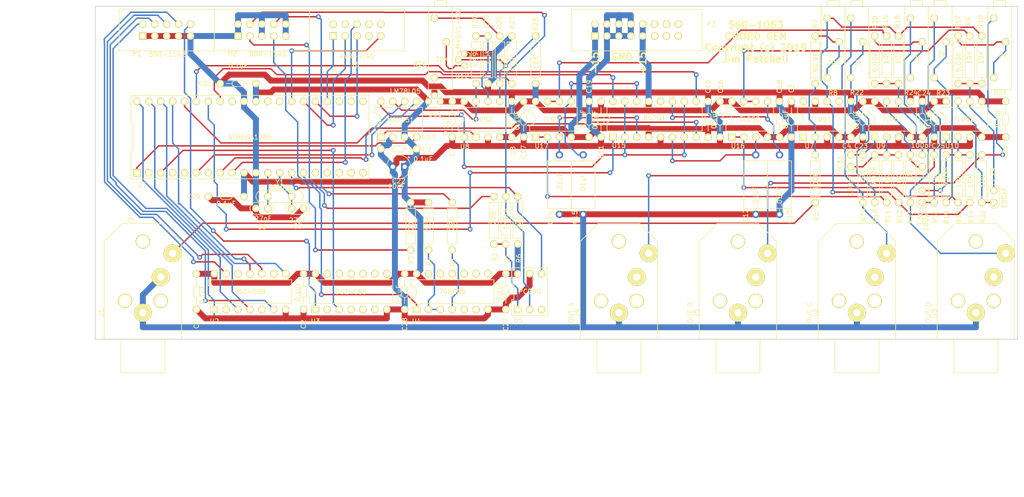
<source format=kicad_pcb>
(kicad_pcb (version 20171130) (host pcbnew "(5.0.2)-1")
  (title_block (title "Chord Generator"))
  (layers (0 F.Cu signal) (31 B.Cu signal) (34 B.Paste user) (35 F.Paste user) (36 B.SilkS user) (37 F.SilkS user) (38 B.Mask user) (39 F.Mask user) (44 Edge.Cuts user))
  (net 0 "")
  (net 1 VCC)
  (net 2 GND)
  (net 3 +15V0)
  (net 4 -15V0)
  (net 5 "Net-(C5-Pad1)")
  (net 6 "Net-(C6-Pad1)")
  (net 7 "Net-(C12-Pad1)")
  (net 8 "Net-(C13-Pad1)")
  (net 9 "Net-(C14-Pad1)")
  (net 10 "Net-(C15-Pad1)")
  (net 11 "Net-(D1-Pad1)")
  (net 12 "Net-(D1-Pad2)")
  (net 13 "Net-(J1-Pad3)")
  (net 14 "Net-(J2-Pad3)")
  (net 15 "Net-(J3-Pad3)")
  (net 16 "Net-(J4-Pad3)")
  (net 17 "Net-(J5-Pad3)")
  (net 18 "Net-(J6-Pad1)")
  (net 19 "Net-(J6-Pad3)")
  (net 20 "Net-(J6-Pad5)")
  (net 21 "Net-(J6-Pad6)")
  (net 22 "Net-(J6-Pad9)")
  (net 23 "Net-(P1-Pad2)")
  (net 24 "Net-(P1-Pad4)")
  (net 25 "Net-(P1-Pad6)")
  (net 26 "Net-(P1-Pad8)")
  (net 27 "Net-(P1-Pad10)")
  (net 28 "Net-(P2-Pad8)")
  (net 29 "Net-(P2-Pad7)")
  (net 30 "Net-(P2-Pad3)")
  (net 31 "Net-(R1-Pad2)")
  (net 32 "Net-(R4-Pad2)")
  (net 33 "Net-(R5-Pad2)")
  (net 34 /AVR/MIDI_IN)
  (net 35 "Net-(R7-Pad2)")
  (net 36 "Net-(R10-Pad1)")
  (net 37 /SampleHold/VB)
  (net 38 /SampleHold/VC)
  (net 39 /SampleHold/VA)
  (net 40 /SampleHold/VD)
  (net 41 "Net-(R17-Pad2)")
  (net 42 "Net-(R18-Pad2)")
  (net 43 "Net-(R19-Pad2)")
  (net 44 "Net-(R20-Pad2)")
  (net 45 "Net-(R25-Pad1)")
  (net 46 "Net-(R25-Pad2)")
  (net 47 "Net-(R26-Pad3)")
  (net 48 "Net-(R26-Pad2)")
  (net 49 "Net-(R29-Pad1)")
  (net 50 "Net-(R30-Pad2)")
  (net 51 /AVR/A)
  (net 52 "Net-(U1-Pad1)")
  (net 53 /AVR/B)
  (net 54 /AVR/C)
  (net 55 /AVR/GATE)
  (net 56 /AVR/D)
  (net 57 /SampleHold/SA)
  (net 58 /SampleHold/SB)
  (net 59 "Net-(U1-Pad6)")
  (net 60 /SampleHold/SC)
  (net 61 /SampleHold/SD)
  (net 62 "Net-(U1-Pad8)")
  (net 63 /AVR/MIDI_OUT)
  (net 64 /SampleHold/VIN)
  (net 65 "Net-(U13-Pad1)")
  (net 66 "Net-(C29-Pad1)")
  (net 67 "Net-(C29-Pad2)")
  (net 68 "Net-(C30-Pad2)")
  (net 69 "Net-(C30-Pad1)")
  (net 70 "Net-(C31-Pad2)")
  (net 71 "Net-(C31-Pad1)")
  (net 72 "Net-(C32-Pad1)")
  (net 73 "Net-(C32-Pad2)")
  (module FootPrints:IDC8x2_Vert (layer F.Cu) (at 181.61 60.96 180)
    (fp_text reference P3 (at -15.875 1.27 180) (layer F.SilkS))
    (fp_text value EurorackPower16pin hide)
    (pad 1 thru_hole rect (at 8.89 -1.27 180) (size 1.5748 1.5748) (drill 0.9144) (layers *.Cu *.Mask F.SilkS) (net 4 -15V0))
    (pad 2 thru_hole circle (at 8.89 1.27 180) (size 1.5748 1.5748) (drill 0.9144) (layers *.Cu *.Mask F.SilkS) (net 4 -15V0))
    (pad 3 thru_hole circle (at 6.35 -1.27 180) (size 1.5748 1.5748) (drill 0.9144) (layers *.Cu *.Mask F.SilkS) (net 2 GND))
    (pad 4 thru_hole circle (at 6.35 1.27 180) (size 1.5748 1.5748) (drill 0.9144) (layers *.Cu *.Mask F.SilkS) (net 2 GND))
    (pad 5 thru_hole circle (at 3.81 -1.27 180) (size 1.5748 1.5748) (drill 0.9144) (layers *.Cu *.Mask F.SilkS) (net 2 GND))
    (pad 6 thru_hole circle (at 3.81 1.27 180) (size 1.5748 1.5748) (drill 0.9144) (layers *.Cu *.Mask F.SilkS) (net 2 GND))
    (pad 7 thru_hole circle (at 1.27 -1.27 180) (size 1.5748 1.5748) (drill 0.9144) (layers *.Cu *.Mask F.SilkS) (net 2 GND))
    (pad 8 thru_hole circle (at 1.27 1.27 180) (size 1.5748 1.5748) (drill 0.9144) (layers *.Cu *.Mask F.SilkS) (net 2 GND))
    (pad 9 thru_hole circle (at -1.27 -1.27 180) (size 1.5748 1.5748) (drill 0.9144) (layers *.Cu *.Mask F.SilkS) (net 3 +15V0))
    (pad 10 thru_hole circle (at -1.27 1.27 180) (size 1.5748 1.5748) (drill 0.9144) (layers *.Cu *.Mask F.SilkS) (net 3 +15V0))
    (pad 11 thru_hole circle (at -3.81 -1.27 180) (size 1.5748 1.5748) (drill 0.9144) (layers *.Cu *.Mask F.SilkS))
    (pad 12 thru_hole circle (at -3.81 1.27 180) (size 1.5748 1.5748) (drill 0.9144) (layers *.Cu *.Mask F.SilkS))
    (pad 13 thru_hole circle (at -6.35 -1.27 180) (size 1.5748 1.5748) (drill 0.9144) (layers *.Cu *.Mask F.SilkS))
    (pad 14 thru_hole circle (at -6.35 1.27 180) (size 1.5748 1.5748) (drill 0.9144) (layers *.Cu *.Mask F.SilkS))
    (pad 15 thru_hole circle (at -8.89 -1.27 180) (size 1.5748 1.5748) (drill 0.9144) (layers *.Cu *.Mask F.SilkS))
    (pad 16 thru_hole circle (at -8.89 1.27 180) (size 1.5748 1.5748) (drill 0.9144) (layers *.Cu *.Mask F.SilkS))
  )
  (module FootPrints:CAP-Bypass-0_3 (layer F.Cu) (at 87.63 116.84 270)
    (fp_text reference C1 (at 6.985 0 270) (layer F.SilkS))
    (fp_text value 0.1uF (at 0.635 -1.27 270) (layer F.SilkS))
    (pad 1 thru_hole circle (at -3.81 0 270) (size 1.5748 1.5748) (drill 0.9144) (layers *.Cu *.Mask F.SilkS) (net 1 VCC))
    (pad 2 thru_hole circle (at 3.81 0 270) (size 1.5748 1.5748) (drill 0.9144) (layers *.Cu *.Mask F.SilkS) (net 2 GND))
  )
  (module FootPrints:CAP-Bypass-0_3 (layer F.Cu) (at 110.49 116.84 270)
    (fp_text reference C2 (at 6.985 0 270) (layer F.SilkS))
    (fp_text value 0.1uF (at 0 1.27 270) (layer F.SilkS))
    (pad 1 thru_hole circle (at -3.81 0 270) (size 1.5748 1.5748) (drill 0.9144) (layers *.Cu *.Mask F.SilkS) (net 1 VCC))
    (pad 2 thru_hole circle (at 3.81 0 270) (size 1.5748 1.5748) (drill 0.9144) (layers *.Cu *.Mask F.SilkS) (net 2 GND))
  )
  (module FootPrints:CAP-Bypass-0_3 (layer F.Cu) (at 214.63 80.01 270)
    (fp_text reference C3 (at -6.604 0 270) (layer F.SilkS))
    (fp_text value 0.1uF (at 0 1.27 270) (layer F.SilkS))
    (pad 1 thru_hole circle (at -3.81 0 270) (size 1.5748 1.5748) (drill 0.9144) (layers *.Cu *.Mask F.SilkS) (net 3 +15V0))
    (pad 2 thru_hole circle (at 3.81 0 270) (size 1.5748 1.5748) (drill 0.9144) (layers *.Cu *.Mask F.SilkS) (net 2 GND))
  )
  (module FootPrints:CAP-Bypass-0_3 (layer F.Cu) (at 227.33 80.01 90)
    (fp_text reference C4 (at -5.715 -0.889 180) (layer F.SilkS))
    (fp_text value 0.1uF (at -0.127 1.143 90) (layer F.SilkS))
    (pad 2 thru_hole circle (at 3.81 0 90) (size 1.5748 1.5748) (drill 0.9144) (layers *.Cu *.Mask F.SilkS) (net 2 GND))
    (pad 1 thru_hole circle (at -3.81 0 90) (size 1.5748 1.5748) (drill 0.9144) (layers *.Cu *.Mask F.SilkS) (net 4 -15V0))
  )
  (module FootPrints:CAP-0.1 (layer F.Cu) (at 109.22 99.06)
    (fp_text reference C5 (at 0 3.81) (layer F.SilkS))
    (fp_text value 27pF (at 0 2.54) (layer F.SilkS))
    (pad 2 thru_hole circle (at 1.27 0) (size 1.5748 1.5748) (drill 0.9144) (layers *.Cu *.Mask F.SilkS) (net 2 GND))
    (pad 1 thru_hole circle (at -1.27 0) (size 1.5748 1.5748) (drill 0.9144) (layers *.Cu *.Mask F.SilkS) (net 5 "Net-(C5-Pad1)"))
  )
  (module FootPrints:CAP-0.1 (layer F.Cu) (at 101.6 99.06 180)
    (fp_text reference C6 (at 0 -3.937 180) (layer F.SilkS))
    (fp_text value 27pF (at -0.254 -2.159 180) (layer F.SilkS))
    (pad 1 thru_hole circle (at -1.27 0 180) (size 1.5748 1.5748) (drill 0.9144) (layers *.Cu *.Mask F.SilkS) (net 6 "Net-(C6-Pad1)"))
    (pad 2 thru_hole circle (at 1.27 0 180) (size 1.5748 1.5748) (drill 0.9144) (layers *.Cu *.Mask F.SilkS) (net 2 GND))
  )
  (module FootPrints:CAP-Bypass-0_3 (layer F.Cu) (at 142.24 80.01 270)
    (fp_text reference C7 (at 6.985 0 270) (layer F.SilkS))
    (fp_text value 0.1uF (at 1.397 1.397 270) (layer F.SilkS))
    (pad 1 thru_hole circle (at -3.81 0 270) (size 1.5748 1.5748) (drill 0.9144) (layers *.Cu *.Mask F.SilkS) (net 3 +15V0))
    (pad 2 thru_hole circle (at 3.81 0 270) (size 1.5748 1.5748) (drill 0.9144) (layers *.Cu *.Mask F.SilkS) (net 2 GND))
  )
  (module FootPrints:CAP-Bypass-0_3 (layer F.Cu) (at 154.94 80.01 90)
    (fp_text reference C8 (at -6.731 0.254 90) (layer F.SilkS))
    (fp_text value 0.1uF (at -0.254 1.143 90) (layer F.SilkS))
    (pad 2 thru_hole circle (at 3.81 0 90) (size 1.5748 1.5748) (drill 0.9144) (layers *.Cu *.Mask F.SilkS) (net 2 GND))
    (pad 1 thru_hole circle (at -3.81 0 90) (size 1.5748 1.5748) (drill 0.9144) (layers *.Cu *.Mask F.SilkS) (net 4 -15V0))
  )
  (module FootPrints:CAP-Bypass-0_3 (layer F.Cu) (at 130.81 86.36 180)
    (fp_text reference C9 (at -5.969 -0.127 180) (layer F.SilkS))
    (fp_text value 0.1uF (at -5.207 -2.159 180) (layer F.SilkS))
    (pad 2 thru_hole circle (at 3.81 0 180) (size 1.5748 1.5748) (drill 0.9144) (layers *.Cu *.Mask F.SilkS) (net 2 GND))
    (pad 1 thru_hole circle (at -3.81 0 180) (size 1.5748 1.5748) (drill 0.9144) (layers *.Cu *.Mask F.SilkS) (net 1 VCC))
  )
  (module FootPrints:CAP-Bypass-0_3 (layer F.Cu) (at 196.85 80.01 90)
    (fp_text reference C10 (at 6.985 0 90) (layer F.SilkS))
    (fp_text value 0.1uF (at 0 1.27 90) (layer F.SilkS))
    (pad 1 thru_hole circle (at -3.81 0 90) (size 1.5748 1.5748) (drill 0.9144) (layers *.Cu *.Mask F.SilkS) (net 4 -15V0))
    (pad 2 thru_hole circle (at 3.81 0 90) (size 1.5748 1.5748) (drill 0.9144) (layers *.Cu *.Mask F.SilkS) (net 2 GND))
  )
  (module FootPrints:CAP-Bypass-0_3 (layer F.Cu) (at 173.99 80.01 270)
    (fp_text reference C11 (at 6.985 0 270) (layer F.SilkS))
    (fp_text value 0.1uF (at 0 3.81 270) (layer F.SilkS))
    (pad 2 thru_hole circle (at 3.81 0 270) (size 1.5748 1.5748) (drill 0.9144) (layers *.Cu *.Mask F.SilkS) (net 2 GND))
    (pad 1 thru_hole circle (at -3.81 0 270) (size 1.5748 1.5748) (drill 0.9144) (layers *.Cu *.Mask F.SilkS) (net 3 +15V0))
  )
  (module FootPrints:CAP-AXIAL-0.5x0.2 (layer F.Cu) (at 204.47 92.71 270)
    (fp_text reference C12 (at 7.874 -0.381 270) (layer F.SilkS))
    (fp_text value .01uF (at 3.81 -2.54 270) (layer F.SilkS))
    (pad 1 thru_hole circle (at -5.08 -2.54 270) (size 1.5748 1.5748) (drill 0.9144) (layers *.Cu *.Mask) (net 7 "Net-(C12-Pad1)"))
    (pad 2 thru_hole circle (at 7.62 -2.54 270) (size 1.5748 1.5748) (drill 0.9144) (layers *.Cu *.Mask) (net 2 GND))
  )
  (module FootPrints:CAP-AXIAL-0.5x0.2 (layer F.Cu) (at 209.55 92.71 270)
    (fp_text reference C13 (at 8.128 -4.699 270) (layer F.SilkS))
    (fp_text value .01uF (at 3.81 -2.54 270) (layer F.SilkS))
    (pad 2 thru_hole circle (at 7.62 -2.54 270) (size 1.5748 1.5748) (drill 0.9144) (layers *.Cu *.Mask) (net 2 GND))
    (pad 1 thru_hole circle (at -5.08 -2.54 270) (size 1.5748 1.5748) (drill 0.9144) (layers *.Cu *.Mask) (net 8 "Net-(C13-Pad1)"))
  )
  (module FootPrints:CAP-AXIAL-0.5x0.2 (layer F.Cu) (at 162.56 92.71 270)
    (fp_text reference C14 (at 8.382 -0.635 270) (layer F.SilkS))
    (fp_text value .01uF (at 0.762 -2.667 270) (layer F.SilkS))
    (pad 1 thru_hole circle (at -5.08 -2.54 270) (size 1.5748 1.5748) (drill 0.9144) (layers *.Cu *.Mask) (net 9 "Net-(C14-Pad1)"))
    (pad 2 thru_hole circle (at 7.62 -2.54 270) (size 1.5748 1.5748) (drill 0.9144) (layers *.Cu *.Mask) (net 2 GND))
  )
  (module FootPrints:CAP-AXIAL-0.5x0.2 (layer F.Cu) (at 167.64 92.71 270)
    (fp_text reference C15 (at 8.255 -0.762 270) (layer F.SilkS))
    (fp_text value .01uF (at 1.016 -2.54 270) (layer F.SilkS))
    (pad 2 thru_hole circle (at 7.62 -2.54 270) (size 1.5748 1.5748) (drill 0.9144) (layers *.Cu *.Mask) (net 2 GND))
    (pad 1 thru_hole circle (at -5.08 -2.54 270) (size 1.5748 1.5748) (drill 0.9144) (layers *.Cu *.Mask) (net 10 "Net-(C15-Pad1)"))
  )
  (module FootPrints:CAP-Bypass-0_3 (layer F.Cu) (at 199.39 80.01 270)
    (fp_text reference C16 (at -6.985 -0.127 270) (layer F.SilkS))
    (fp_text value 0.1uF (at 0 1.27 270) (layer F.SilkS))
    (pad 2 thru_hole circle (at 3.81 0 270) (size 1.5748 1.5748) (drill 0.9144) (layers *.Cu *.Mask F.SilkS) (net 2 GND))
    (pad 1 thru_hole circle (at -3.81 0 270) (size 1.5748 1.5748) (drill 0.9144) (layers *.Cu *.Mask F.SilkS) (net 3 +15V0))
  )
  (module FootPrints:CAP-Bypass-0_3 (layer F.Cu) (at 157.48 80.01 270)
    (fp_text reference C17 (at 6.985 0 270) (layer F.SilkS))
    (fp_text value 0.1uF (at 0.254 1.397 270) (layer F.SilkS))
    (pad 2 thru_hole circle (at 3.81 0 270) (size 1.5748 1.5748) (drill 0.9144) (layers *.Cu *.Mask F.SilkS) (net 2 GND))
    (pad 1 thru_hole circle (at -3.81 0 270) (size 1.5748 1.5748) (drill 0.9144) (layers *.Cu *.Mask F.SilkS) (net 3 +15V0))
  )
  (module FootPrints:CAP-Bypass-0_3 (layer F.Cu) (at 212.09 80.01 90)
    (fp_text reference C18 (at 6.985 0 90) (layer F.SilkS))
    (fp_text value 0.1uF (at 0 1.27 90) (layer F.SilkS))
    (pad 1 thru_hole circle (at -3.81 0 90) (size 1.5748 1.5748) (drill 0.9144) (layers *.Cu *.Mask F.SilkS) (net 4 -15V0))
    (pad 2 thru_hole circle (at 3.81 0 90) (size 1.5748 1.5748) (drill 0.9144) (layers *.Cu *.Mask F.SilkS) (net 2 GND))
  )
  (module FootPrints:CAP-Bypass-0_3 (layer F.Cu) (at 171.45 80.01 90)
    (fp_text reference C19 (at 6.985 0 90) (layer F.SilkS))
    (fp_text value 0.1uF (at -0.127 1.27 90) (layer F.SilkS))
    (pad 1 thru_hole circle (at -3.81 0 90) (size 1.5748 1.5748) (drill 0.9144) (layers *.Cu *.Mask F.SilkS) (net 4 -15V0))
    (pad 2 thru_hole circle (at 3.81 0 90) (size 1.5748 1.5748) (drill 0.9144) (layers *.Cu *.Mask F.SilkS) (net 2 GND))
  )
  (module FootPrints:CAP-Bypass-0_3 (layer F.Cu) (at 93.98 96.52 180)
    (fp_text reference C20 (at 6.985 0 180) (layer F.SilkS))
    (fp_text value 0.1uF (at 0 -1.524 180) (layer F.SilkS))
    (pad 1 thru_hole circle (at -3.81 0 180) (size 1.5748 1.5748) (drill 0.9144) (layers *.Cu *.Mask F.SilkS) (net 1 VCC))
    (pad 2 thru_hole circle (at 3.81 0 180) (size 1.5748 1.5748) (drill 0.9144) (layers *.Cu *.Mask F.SilkS) (net 2 GND))
  )
  (module FootPrints:CAP-Bypass-0_3 (layer F.Cu) (at 96.52 72.39 180)
    (fp_text reference C21 (at 6.985 0 180) (layer F.SilkS))
    (fp_text value 0.1uF (at 0 3.81 180) (layer F.SilkS))
    (pad 2 thru_hole circle (at 3.81 0 180) (size 1.5748 1.5748) (drill 0.9144) (layers *.Cu *.Mask F.SilkS) (net 2 GND))
    (pad 1 thru_hole circle (at -3.81 0 180) (size 1.5748 1.5748) (drill 0.9144) (layers *.Cu *.Mask F.SilkS) (net 1 VCC))
  )
  (module FootPrints:Cap-Pol-Rad-0.2_0.1 (layer F.Cu) (at 130.81 90.17)
    (fp_text reference C22 (at 0 3.04) (layer F.SilkS))
    (fp_text value 10uF (at -0.508 4.191) (layer F.SilkS))
    (pad 2 thru_hole circle (at -1.27 0) (size 1.5748 1.5748) (drill 0.9144) (layers *.Cu *.Mask) (net 2 GND))
    (pad 1 thru_hole rect (at 1.27 0) (size 1.5748 1.5748) (drill 0.9144) (layers *.Cu *.Mask) (net 1 VCC))
  )
  (module FootPrints:DIODE0.4 (layer F.Cu) (at 153.67 101.6 90)
    (fp_text reference D1 (at -8.128 0.254 90) (layer F.SilkS))
    (fp_text value 1n914 (at 0.254 0 90) (layer F.SilkS))
    (pad 1 thru_hole circle (at -5.08 0 90) (size 1.5748 1.5748) (drill 0.9144) (layers *.Cu *.Mask F.SilkS) (net 11 "Net-(D1-Pad1)"))
    (pad 2 thru_hole circle (at 5.08 0 90) (size 1.5748 1.5748) (drill 0.9144) (layers *.Cu *.Mask F.SilkS) (net 12 "Net-(D1-Pad2)"))
  )
  (module FootPrints:PHONE-SC112A (layer F.Cu) (at 76.2 127 270)
    (fp_text reference J1 (at -5.6388 8.89 270) (layer F.SilkS))
    (fp_text value IN (at -25.527 2.54) (layer F.SilkS))
    (pad 1 thru_hole circle (at -5.6388 0 270) (size 3.81 3.81) (drill 1.524) (layers *.Cu *.Mask F.SilkS) (net 2 GND))
    (pad "" thru_hole circle (at -8.1788 -3.81 270) (size 3.048 3.048) (drill 2.413) (layers *.Cu *.Mask F.SilkS))
    (pad 2 thru_hole circle (at -13.2588 -3.81 270) (size 3.81 3.81) (drill 1.524) (layers *.Cu *.Mask F.SilkS) (net 2 GND))
    (pad 3 thru_hole circle (at -18.3388 -6.35 270) (size 3.81 3.81) (drill 1.524) (layers *.Cu *.Mask F.SilkS) (net 13 "Net-(J1-Pad3)"))
    (pad "" thru_hole circle (at -20.8788 0 270) (size 3.048 3.048) (drill 2.413) (layers *.Cu *.Mask F.SilkS))
    (pad "" thru_hole circle (at -8.1788 3.81 270) (size 3.048 3.048) (drill 2.413) (layers *.Cu *.Mask F.SilkS))
  )
  (module FootPrints:PHONE-SC112A (layer F.Cu) (at 228.6 127 270)
    (fp_text reference J2 (at -5.6388 8.89 270) (layer F.SilkS))
    (fp_text value "OUT C" (at -5.6388 10.16 270) (layer F.SilkS))
    (pad "" thru_hole circle (at -8.1788 3.81 270) (size 3.048 3.048) (drill 2.413) (layers *.Cu *.Mask F.SilkS))
    (pad "" thru_hole circle (at -20.8788 0 270) (size 3.048 3.048) (drill 2.413) (layers *.Cu *.Mask F.SilkS))
    (pad 3 thru_hole circle (at -18.3388 -6.35 270) (size 3.81 3.81) (drill 1.524) (layers *.Cu *.Mask F.SilkS) (net 14 "Net-(J2-Pad3)"))
    (pad 2 thru_hole circle (at -13.2588 -3.81 270) (size 3.81 3.81) (drill 1.524) (layers *.Cu *.Mask F.SilkS))
    (pad "" thru_hole circle (at -8.1788 -3.81 270) (size 3.048 3.048) (drill 2.413) (layers *.Cu *.Mask F.SilkS))
    (pad 1 thru_hole circle (at -5.6388 0 270) (size 3.81 3.81) (drill 1.524) (layers *.Cu *.Mask F.SilkS) (net 2 GND))
  )
  (module FootPrints:PHONE-SC112A (layer F.Cu) (at 177.8 127 270)
    (fp_text reference J4 (at -5.6388 8.89 270) (layer F.SilkS))
    (fp_text value "OUT A" (at -5.6388 10.16 270) (layer F.SilkS))
    (pad 1 thru_hole circle (at -5.6388 0 270) (size 3.81 3.81) (drill 1.524) (layers *.Cu *.Mask F.SilkS) (net 2 GND))
    (pad "" thru_hole circle (at -8.1788 -3.81 270) (size 3.048 3.048) (drill 2.413) (layers *.Cu *.Mask F.SilkS))
    (pad 2 thru_hole circle (at -13.2588 -3.81 270) (size 3.81 3.81) (drill 1.524) (layers *.Cu *.Mask F.SilkS))
    (pad 3 thru_hole circle (at -18.3388 -6.35 270) (size 3.81 3.81) (drill 1.524) (layers *.Cu *.Mask F.SilkS) (net 16 "Net-(J4-Pad3)"))
    (pad "" thru_hole circle (at -20.8788 0 270) (size 3.048 3.048) (drill 2.413) (layers *.Cu *.Mask F.SilkS))
    (pad "" thru_hole circle (at -8.1788 3.81 270) (size 3.048 3.048) (drill 2.413) (layers *.Cu *.Mask F.SilkS))
  )
  (module FootPrints:PHONE-SC112A (layer F.Cu) (at 203.2 127 270)
    (fp_text reference J5 (at -5.6388 8.89 270) (layer F.SilkS))
    (fp_text value "OUT B" (at -5.6388 10.16 270) (layer F.SilkS))
    (pad 1 thru_hole circle (at -5.6388 0 270) (size 3.81 3.81) (drill 1.524) (layers *.Cu *.Mask F.SilkS) (net 2 GND))
    (pad "" thru_hole circle (at -8.1788 -3.81 270) (size 3.048 3.048) (drill 2.413) (layers *.Cu *.Mask F.SilkS))
    (pad 2 thru_hole circle (at -13.2588 -3.81 270) (size 3.81 3.81) (drill 1.524) (layers *.Cu *.Mask F.SilkS))
    (pad 3 thru_hole circle (at -18.3388 -6.35 270) (size 3.81 3.81) (drill 1.524) (layers *.Cu *.Mask F.SilkS) (net 17 "Net-(J5-Pad3)"))
    (pad "" thru_hole circle (at -20.8788 0 270) (size 3.048 3.048) (drill 2.413) (layers *.Cu *.Mask F.SilkS))
    (pad "" thru_hole circle (at -8.1788 3.81 270) (size 3.048 3.048) (drill 2.413) (layers *.Cu *.Mask F.SilkS))
  )
  (module FootPrints:IDC5x2_Vert (layer F.Cu) (at 121.92 60.96 180)
    (fp_text reference J6 (at 0.381 -7.366 180) (layer F.SilkS))
    (fp_text value AVR-JTAG (at 0 -5.588 180) (layer F.SilkS))
    (pad 1 thru_hole rect (at 5.08 -1.27 180) (size 1.5748 1.5748) (drill 0.9144) (layers *.Cu *.Mask F.SilkS) (net 18 "Net-(J6-Pad1)"))
    (pad 2 thru_hole circle (at 5.08 1.27 180) (size 1.5748 1.5748) (drill 0.9144) (layers *.Cu *.Mask F.SilkS))
    (pad 3 thru_hole circle (at 2.54 -1.27 180) (size 1.5748 1.5748) (drill 0.9144) (layers *.Cu *.Mask F.SilkS) (net 19 "Net-(J6-Pad3)"))
    (pad 4 thru_hole circle (at 2.54 1.27 180) (size 1.5748 1.5748) (drill 0.9144) (layers *.Cu *.Mask F.SilkS))
    (pad 5 thru_hole circle (at 0 -1.27 180) (size 1.5748 1.5748) (drill 0.9144) (layers *.Cu *.Mask F.SilkS) (net 20 "Net-(J6-Pad5)"))
    (pad 6 thru_hole circle (at 0 1.27 180) (size 1.5748 1.5748) (drill 0.9144) (layers *.Cu *.Mask F.SilkS) (net 21 "Net-(J6-Pad6)"))
    (pad 7 thru_hole circle (at -2.54 -1.27 180) (size 1.5748 1.5748) (drill 0.9144) (layers *.Cu *.Mask F.SilkS))
    (pad 8 thru_hole circle (at -2.54 1.27 180) (size 1.5748 1.5748) (drill 0.9144) (layers *.Cu *.Mask F.SilkS))
    (pad 9 thru_hole circle (at -5.08 -1.27 180) (size 1.5748 1.5748) (drill 0.9144) (layers *.Cu *.Mask F.SilkS) (net 22 "Net-(J6-Pad9)"))
    (pad 10 thru_hole circle (at -5.08 1.27 180) (size 1.5748 1.5748) (drill 0.9144) (layers *.Cu *.Mask F.SilkS))
  )
  (module FootPrints:IDC5x2_Vert (layer F.Cu) (at 81.28 60.96 180)
    (fp_text reference P1 (at 6.35 -5.08 180) (layer F.SilkS))
    (fp_text value 500-1142 (at -0.127 -5.207 180) (layer F.SilkS))
    (pad 1 thru_hole rect (at 5.08 -1.27 180) (size 1.5748 1.5748) (drill 0.9144) (layers *.Cu *.Mask F.SilkS) (net 2 GND))
    (pad 2 thru_hole circle (at 5.08 1.27 180) (size 1.5748 1.5748) (drill 0.9144) (layers *.Cu *.Mask F.SilkS) (net 23 "Net-(P1-Pad2)"))
    (pad 3 thru_hole circle (at 2.54 -1.27 180) (size 1.5748 1.5748) (drill 0.9144) (layers *.Cu *.Mask F.SilkS) (net 2 GND))
    (pad 4 thru_hole circle (at 2.54 1.27 180) (size 1.5748 1.5748) (drill 0.9144) (layers *.Cu *.Mask F.SilkS) (net 24 "Net-(P1-Pad4)"))
    (pad 5 thru_hole circle (at 0 -1.27 180) (size 1.5748 1.5748) (drill 0.9144) (layers *.Cu *.Mask F.SilkS) (net 2 GND))
    (pad 6 thru_hole circle (at 0 1.27 180) (size 1.5748 1.5748) (drill 0.9144) (layers *.Cu *.Mask F.SilkS) (net 25 "Net-(P1-Pad6)"))
    (pad 7 thru_hole circle (at -2.54 -1.27 180) (size 1.5748 1.5748) (drill 0.9144) (layers *.Cu *.Mask F.SilkS) (net 2 GND))
    (pad 8 thru_hole circle (at -2.54 1.27 180) (size 1.5748 1.5748) (drill 0.9144) (layers *.Cu *.Mask F.SilkS) (net 26 "Net-(P1-Pad8)"))
    (pad 9 thru_hole circle (at -5.08 -1.27 180) (size 1.5748 1.5748) (drill 0.9144) (layers *.Cu *.Mask F.SilkS) (net 2 GND))
    (pad 10 thru_hole circle (at -5.08 1.27 180) (size 1.5748 1.5748) (drill 0.9144) (layers *.Cu *.Mask F.SilkS) (net 27 "Net-(P1-Pad10)"))
  )
  (module FootPrints:IDC5x2_Vert (layer F.Cu) (at 101.6 60.96 180)
    (fp_text reference P2 (at 6.35 -5.08 180) (layer F.SilkS))
    (fp_text value 500-1141 (at -1.27 -5.08 180) (layer F.SilkS))
    (pad 10 thru_hole circle (at -5.08 1.27 180) (size 1.5748 1.5748) (drill 0.9144) (layers *.Cu *.Mask F.SilkS) (net 2 GND))
    (pad 9 thru_hole circle (at -5.08 -1.27 180) (size 1.5748 1.5748) (drill 0.9144) (layers *.Cu *.Mask F.SilkS) (net 2 GND))
    (pad 8 thru_hole circle (at -2.54 1.27 180) (size 1.5748 1.5748) (drill 0.9144) (layers *.Cu *.Mask F.SilkS) (net 28 "Net-(P2-Pad8)"))
    (pad 7 thru_hole circle (at -2.54 -1.27 180) (size 1.5748 1.5748) (drill 0.9144) (layers *.Cu *.Mask F.SilkS) (net 29 "Net-(P2-Pad7)"))
    (pad 6 thru_hole circle (at 0 1.27 180) (size 1.5748 1.5748) (drill 0.9144) (layers *.Cu *.Mask F.SilkS) (net 2 GND))
    (pad 5 thru_hole circle (at 0 -1.27 180) (size 1.5748 1.5748) (drill 0.9144) (layers *.Cu *.Mask F.SilkS) (net 2 GND))
    (pad 4 thru_hole circle (at 2.54 1.27 180) (size 1.5748 1.5748) (drill 0.9144) (layers *.Cu *.Mask F.SilkS) (net 12 "Net-(D1-Pad2)"))
    (pad 3 thru_hole circle (at 2.54 -1.27 180) (size 1.5748 1.5748) (drill 0.9144) (layers *.Cu *.Mask F.SilkS) (net 30 "Net-(P2-Pad3)"))
    (pad 2 thru_hole circle (at 5.08 1.27 180) (size 1.5748 1.5748) (drill 0.9144) (layers *.Cu *.Mask F.SilkS) (net 2 GND))
    (pad 1 thru_hole rect (at 5.08 -1.27 180) (size 1.5748 1.5748) (drill 0.9144) (layers *.Cu *.Mask F.SilkS) (net 2 GND))
  )
  (module FootPrints:AXIAL0_4 (layer F.Cu) (at 142.24 102.87 270)
    (fp_text reference R1 (at 7.62 -0.127 270) (layer F.SilkS))
    (fp_text value 220 (at -0.508 0.127 270) (layer F.SilkS))
    (pad 1 thru_hole circle (at -5.08 0 270) (size 1.5748 1.5748) (drill 0.9144) (layers *.Cu *.Mask F.SilkS) (net 28 "Net-(P2-Pad8)"))
    (pad 2 thru_hole circle (at 5.08 0 270) (size 1.5748 1.5748) (drill 0.9144) (layers *.Cu *.Mask F.SilkS) (net 31 "Net-(R1-Pad2)"))
  )
  (module FootPrints:AXIAL0_4 (layer F.Cu) (at 151.13 101.6 270)
    (fp_text reference R2 (at 7.874 -0.254 270) (layer F.SilkS))
    (fp_text value 220 (at -0.508 0.127 270) (layer F.SilkS))
    (pad 2 thru_hole circle (at 5.08 0 270) (size 1.5748 1.5748) (drill 0.9144) (layers *.Cu *.Mask F.SilkS) (net 11 "Net-(D1-Pad1)"))
    (pad 1 thru_hole circle (at -5.08 0 270) (size 1.5748 1.5748) (drill 0.9144) (layers *.Cu *.Mask F.SilkS) (net 30 "Net-(P2-Pad3)"))
  )
  (module FootPrints:AXIAL0_4 (layer F.Cu) (at 133.35 102.87 90)
    (fp_text reference R3 (at -7.239 0.127 90) (layer F.SilkS))
    (fp_text value 220 (at -0.508 0.127 90) (layer F.SilkS))
    (pad 2 thru_hole circle (at 5.08 0 90) (size 1.5748 1.5748) (drill 0.9144) (layers *.Cu *.Mask F.SilkS) (net 1 VCC))
    (pad 1 thru_hole circle (at -5.08 0 90) (size 1.5748 1.5748) (drill 0.9144) (layers *.Cu *.Mask F.SilkS) (net 29 "Net-(P2-Pad7)"))
  )
  (module FootPrints:AXIAL0_4 (layer F.Cu) (at 137.16 102.87 270)
    (fp_text reference R4 (at 7.493 -0.127 270) (layer F.SilkS))
    (fp_text value 3.3K (at -0.508 0.127 270) (layer F.SilkS))
    (pad 2 thru_hole circle (at 5.08 0 270) (size 1.5748 1.5748) (drill 0.9144) (layers *.Cu *.Mask F.SilkS) (net 32 "Net-(R4-Pad2)"))
    (pad 1 thru_hole circle (at -5.08 0 270) (size 1.5748 1.5748) (drill 0.9144) (layers *.Cu *.Mask F.SilkS) (net 1 VCC))
  )
  (module FootPrints:AXIAL0_4 (layer F.Cu) (at 219.71 92.71 90)
    (fp_text reference R5 (at -8.128 0.254 90) (layer F.SilkS))
    (fp_text value 100K (at -0.508 0.127 90) (layer F.SilkS))
    (pad 1 thru_hole circle (at -5.08 0 90) (size 1.5748 1.5748) (drill 0.9144) (layers *.Cu *.Mask F.SilkS) (net 13 "Net-(J1-Pad3)"))
    (pad 2 thru_hole circle (at 5.08 0 90) (size 1.5748 1.5748) (drill 0.9144) (layers *.Cu *.Mask F.SilkS) (net 33 "Net-(R5-Pad2)"))
  )
  (module FootPrints:AXIAL0_4 (layer F.Cu) (at 156.21 101.6 90)
    (fp_text reference R6 (at -8.128 0.254 90) (layer F.SilkS))
    (fp_text value 220 (at -0.508 0.127 90) (layer F.SilkS))
    (pad 2 thru_hole circle (at 5.08 0 90) (size 1.5748 1.5748) (drill 0.9144) (layers *.Cu *.Mask F.SilkS) (net 34 /AVR/MIDI_IN))
    (pad 1 thru_hole circle (at -5.08 0 90) (size 1.5748 1.5748) (drill 0.9144) (layers *.Cu *.Mask F.SilkS) (net 1 VCC))
  )
  (module FootPrints:AXIAL0_4 (layer F.Cu) (at 219.71 67.31 90)
    (fp_text reference R7 (at 7.747 0 90) (layer F.SilkS))
    (fp_text value 90.9K (at -0.508 0.127 90) (layer F.SilkS))
    (pad 2 thru_hole circle (at 5.08 0 90) (size 1.5748 1.5748) (drill 0.9144) (layers *.Cu *.Mask F.SilkS) (net 35 "Net-(R7-Pad2)"))
    (pad 1 thru_hole circle (at -5.08 0 90) (size 1.5748 1.5748) (drill 0.9144) (layers *.Cu *.Mask F.SilkS) (net 33 "Net-(R5-Pad2)"))
  )
  (module FootPrints:Trimpot-3006 (layer F.Cu) (at 223.52 66.04)
    (fp_text reference R8 (at 0 8.382) (layer F.SilkS))
    (fp_text value 20K (at 0.127 1.905) (layer F.SilkS))
    (pad 1 thru_hole circle (at -1.27 -7.62) (size 1.5748 1.5748) (drill 0.9144) (layers *.Cu *.Mask F.SilkS) (net 36 "Net-(R10-Pad1)"))
    (pad 2 thru_hole circle (at 1.27 -2.54) (size 1.5748 1.5748) (drill 0.9144) (layers *.Cu *.Mask F.SilkS) (net 35 "Net-(R7-Pad2)"))
    (pad 3 thru_hole circle (at -1.27 5.08) (size 1.5748 1.5748) (drill 0.9144) (layers *.Cu *.Mask F.SilkS) (net 35 "Net-(R7-Pad2)"))
  )
  (module FootPrints:AXIAL0_4 (layer F.Cu) (at 252.73 67.31 270)
    (fp_text reference R9 (at -8.128 0.254 270) (layer F.SilkS))
    (fp_text value 10K (at -0.508 0.127 270) (layer F.SilkS))
    (pad 2 thru_hole circle (at 5.08 0 270) (size 1.5748 1.5748) (drill 0.9144) (layers *.Cu *.Mask F.SilkS) (net 66 "Net-(C29-Pad1)"))
    (pad 1 thru_hole circle (at -5.08 0 270) (size 1.5748 1.5748) (drill 0.9144) (layers *.Cu *.Mask F.SilkS) (net 37 /SampleHold/VB))
  )
  (module FootPrints:AXIAL0_4 (layer F.Cu) (at 255.27 67.31 270)
    (fp_text reference R10 (at -8.128 0.254 270) (layer F.SilkS))
    (fp_text value 10K (at -0.508 0.127 270) (layer F.SilkS))
    (pad 1 thru_hole circle (at -5.08 0 270) (size 1.5748 1.5748) (drill 0.9144) (layers *.Cu *.Mask F.SilkS) (net 36 "Net-(R10-Pad1)"))
    (pad 2 thru_hole circle (at 5.08 0 270) (size 1.5748 1.5748) (drill 0.9144) (layers *.Cu *.Mask F.SilkS) (net 66 "Net-(C29-Pad1)"))
  )
  (module FootPrints:AXIAL0_4 (layer F.Cu) (at 234.95 92.71 90)
    (fp_text reference R11 (at -8.128 0.254 90) (layer F.SilkS))
    (fp_text value 10K (at -0.508 0.127 90) (layer F.SilkS))
    (pad 2 thru_hole circle (at 5.08 0 90) (size 1.5748 1.5748) (drill 0.9144) (layers *.Cu *.Mask F.SilkS) (net 71 "Net-(C31-Pad1)"))
    (pad 1 thru_hole circle (at -5.08 0 90) (size 1.5748 1.5748) (drill 0.9144) (layers *.Cu *.Mask F.SilkS) (net 38 /SampleHold/VC))
  )
  (module FootPrints:AXIAL0_4 (layer F.Cu) (at 237.49 92.71 90)
    (fp_text reference R12 (at -8.128 0.254 90) (layer F.SilkS))
    (fp_text value 10K (at -0.508 0.127 90) (layer F.SilkS))
    (pad 1 thru_hole circle (at -5.08 0 90) (size 1.5748 1.5748) (drill 0.9144) (layers *.Cu *.Mask F.SilkS) (net 36 "Net-(R10-Pad1)"))
    (pad 2 thru_hole circle (at 5.08 0 90) (size 1.5748 1.5748) (drill 0.9144) (layers *.Cu *.Mask F.SilkS) (net 71 "Net-(C31-Pad1)"))
  )
  (module FootPrints:AXIAL0_4 (layer F.Cu) (at 250.19 92.71 90)
    (fp_text reference R13 (at -8.128 0.254 90) (layer F.SilkS))
    (fp_text value 10K (at -0.508 0.127 90) (layer F.SilkS))
    (pad 1 thru_hole circle (at -5.08 0 90) (size 1.5748 1.5748) (drill 0.9144) (layers *.Cu *.Mask F.SilkS) (net 39 /SampleHold/VA))
    (pad 2 thru_hole circle (at 5.08 0 90) (size 1.5748 1.5748) (drill 0.9144) (layers *.Cu *.Mask F.SilkS) (net 69 "Net-(C30-Pad1)"))
  )
  (module FootPrints:AXIAL0_4 (layer F.Cu) (at 252.73 92.71 90)
    (fp_text reference R14 (at -8.128 0.254 90) (layer F.SilkS))
    (fp_text value 10K (at -0.508 0.127 90) (layer F.SilkS))
    (pad 2 thru_hole circle (at 5.08 0 90) (size 1.5748 1.5748) (drill 0.9144) (layers *.Cu *.Mask F.SilkS) (net 69 "Net-(C30-Pad1)"))
    (pad 1 thru_hole circle (at -5.08 0 90) (size 1.5748 1.5748) (drill 0.9144) (layers *.Cu *.Mask F.SilkS) (net 36 "Net-(R10-Pad1)"))
  )
  (module FootPrints:AXIAL0_4 (layer F.Cu) (at 234.95 67.31 270)
    (fp_text reference R15 (at -8.128 0.254 270) (layer F.SilkS))
    (fp_text value 10K (at -0.508 0.127 270) (layer F.SilkS))
    (pad 2 thru_hole circle (at 5.08 0 270) (size 1.5748 1.5748) (drill 0.9144) (layers *.Cu *.Mask F.SilkS) (net 72 "Net-(C32-Pad1)"))
    (pad 1 thru_hole circle (at -5.08 0 270) (size 1.5748 1.5748) (drill 0.9144) (layers *.Cu *.Mask F.SilkS) (net 40 /SampleHold/VD))
  )
  (module FootPrints:AXIAL0_4 (layer F.Cu) (at 237.49 67.31 270)
    (fp_text reference R16 (at -8.128 0.254 270) (layer F.SilkS))
    (fp_text value 10K (at -0.508 0.127 270) (layer F.SilkS))
    (pad 1 thru_hole circle (at -5.08 0 270) (size 1.5748 1.5748) (drill 0.9144) (layers *.Cu *.Mask F.SilkS) (net 36 "Net-(R10-Pad1)"))
    (pad 2 thru_hole circle (at 5.08 0 270) (size 1.5748 1.5748) (drill 0.9144) (layers *.Cu *.Mask F.SilkS) (net 72 "Net-(C32-Pad1)"))
  )
  (module FootPrints:AXIAL0_4 (layer F.Cu) (at 250.19 67.31 90)
    (fp_text reference R17 (at 8.128 0 90) (layer F.SilkS))
    (fp_text value 9.09K (at -0.508 0.127 90) (layer F.SilkS))
    (pad 1 thru_hole circle (at -5.08 0 90) (size 1.5748 1.5748) (drill 0.9144) (layers *.Cu *.Mask F.SilkS) (net 66 "Net-(C29-Pad1)"))
    (pad 2 thru_hole circle (at 5.08 0 90) (size 1.5748 1.5748) (drill 0.9144) (layers *.Cu *.Mask F.SilkS) (net 41 "Net-(R17-Pad2)"))
  )
  (module FootPrints:AXIAL0_4 (layer F.Cu) (at 232.41 92.71 270)
    (fp_text reference R18 (at 7.874 -0.127 270) (layer F.SilkS))
    (fp_text value 9.09K (at -0.508 0.127 270) (layer F.SilkS))
    (pad 2 thru_hole circle (at 5.08 0 270) (size 1.5748 1.5748) (drill 0.9144) (layers *.Cu *.Mask F.SilkS) (net 42 "Net-(R18-Pad2)"))
    (pad 1 thru_hole circle (at -5.08 0 270) (size 1.5748 1.5748) (drill 0.9144) (layers *.Cu *.Mask F.SilkS) (net 71 "Net-(C31-Pad1)"))
  )
  (module FootPrints:AXIAL0_4 (layer F.Cu) (at 247.65 92.71 270)
    (fp_text reference R19 (at 8.255 -0.127 270) (layer F.SilkS))
    (fp_text value 9.09K (at -0.508 0.127 270) (layer F.SilkS))
    (pad 2 thru_hole circle (at 5.08 0 270) (size 1.5748 1.5748) (drill 0.9144) (layers *.Cu *.Mask F.SilkS) (net 43 "Net-(R19-Pad2)"))
    (pad 1 thru_hole circle (at -5.08 0 270) (size 1.5748 1.5748) (drill 0.9144) (layers *.Cu *.Mask F.SilkS) (net 69 "Net-(C30-Pad1)"))
  )
  (module FootPrints:AXIAL0_4 (layer F.Cu) (at 232.41 67.31 90)
    (fp_text reference R20 (at 8.001 0.127 90) (layer F.SilkS))
    (fp_text value 9.09K (at -0.508 0.127 90) (layer F.SilkS))
    (pad 1 thru_hole circle (at -5.08 0 90) (size 1.5748 1.5748) (drill 0.9144) (layers *.Cu *.Mask F.SilkS) (net 72 "Net-(C32-Pad1)"))
    (pad 2 thru_hole circle (at 5.08 0 90) (size 1.5748 1.5748) (drill 0.9144) (layers *.Cu *.Mask F.SilkS) (net 44 "Net-(R20-Pad2)"))
  )
  (module FootPrints:Trimpot-3006 (layer F.Cu) (at 259.08 66.04)
    (fp_text reference R21 (at 0.127 8.255) (layer F.SilkS))
    (fp_text value 2K (at 0.762 0.381) (layer F.SilkS))
    (pad 3 thru_hole circle (at -1.27 5.08) (size 1.5748 1.5748) (drill 0.9144) (layers *.Cu *.Mask F.SilkS) (net 41 "Net-(R17-Pad2)"))
    (pad 2 thru_hole circle (at 1.27 -2.54) (size 1.5748 1.5748) (drill 0.9144) (layers *.Cu *.Mask F.SilkS) (net 41 "Net-(R17-Pad2)"))
    (pad 1 thru_hole circle (at -1.27 -7.62) (size 1.5748 1.5748) (drill 0.9144) (layers *.Cu *.Mask F.SilkS) (net 17 "Net-(J5-Pad3)"))
  )
  (module FootPrints:Trimpot-3006 (layer F.Cu) (at 228.6 66.04)
    (fp_text reference R22 (at 0 8.255) (layer F.SilkS))
    (fp_text value 2K (at 0.381 1.905) (layer F.SilkS))
    (pad 1 thru_hole circle (at -1.27 -7.62) (size 1.5748 1.5748) (drill 0.9144) (layers *.Cu *.Mask F.SilkS) (net 14 "Net-(J2-Pad3)"))
    (pad 2 thru_hole circle (at 1.27 -2.54) (size 1.5748 1.5748) (drill 0.9144) (layers *.Cu *.Mask F.SilkS) (net 42 "Net-(R18-Pad2)"))
    (pad 3 thru_hole circle (at -1.27 5.08) (size 1.5748 1.5748) (drill 0.9144) (layers *.Cu *.Mask F.SilkS) (net 42 "Net-(R18-Pad2)"))
  )
  (module FootPrints:Trimpot-3006 (layer F.Cu) (at 246.38 66.04)
    (fp_text reference R23 (at 0.635 8.382) (layer F.SilkS))
    (fp_text value 2K (at 0.381 0.127) (layer F.SilkS))
    (pad 1 thru_hole circle (at -1.27 -7.62) (size 1.5748 1.5748) (drill 0.9144) (layers *.Cu *.Mask F.SilkS) (net 16 "Net-(J4-Pad3)"))
    (pad 2 thru_hole circle (at 1.27 -2.54) (size 1.5748 1.5748) (drill 0.9144) (layers *.Cu *.Mask F.SilkS) (net 43 "Net-(R19-Pad2)"))
    (pad 3 thru_hole circle (at -1.27 5.08) (size 1.5748 1.5748) (drill 0.9144) (layers *.Cu *.Mask F.SilkS) (net 43 "Net-(R19-Pad2)"))
  )
  (module FootPrints:Trimpot-3006 (layer F.Cu) (at 241.3 66.04)
    (fp_text reference R24 (at -1.143 8.255) (layer F.SilkS))
    (fp_text value 2K (at 0.254 1.016) (layer F.SilkS))
    (pad 3 thru_hole circle (at -1.27 5.08) (size 1.5748 1.5748) (drill 0.9144) (layers *.Cu *.Mask F.SilkS) (net 44 "Net-(R20-Pad2)"))
    (pad 2 thru_hole circle (at 1.27 -2.54) (size 1.5748 1.5748) (drill 0.9144) (layers *.Cu *.Mask F.SilkS) (net 44 "Net-(R20-Pad2)"))
    (pad 1 thru_hole circle (at -1.27 -7.62) (size 1.5748 1.5748) (drill 0.9144) (layers *.Cu *.Mask F.SilkS) (net 15 "Net-(J3-Pad3)"))
  )
  (module FootPrints:AXIAL0_4 (layer F.Cu) (at 152.4 67.31 90)
    (fp_text reference R25 (at 7.874 -0.127 90) (layer F.SilkS))
    (fp_text value 100K (at -0.508 0.127 90) (layer F.SilkS))
    (pad 1 thru_hole circle (at -5.08 0 90) (size 1.5748 1.5748) (drill 0.9144) (layers *.Cu *.Mask F.SilkS) (net 45 "Net-(R25-Pad1)"))
    (pad 2 thru_hole circle (at 5.08 0 90) (size 1.5748 1.5748) (drill 0.9144) (layers *.Cu *.Mask F.SilkS) (net 46 "Net-(R25-Pad2)"))
  )
  (module FootPrints:Trimpot-3006 (layer F.Cu) (at 139.7 66.04)
    (fp_text reference R26 (at -4.318 2.159) (layer F.SilkS))
    (fp_text value 20K (at 0.3175 1.2065) (layer F.SilkS))
    (pad 3 thru_hole circle (at -1.27 5.08) (size 1.5748 1.5748) (drill 0.9144) (layers *.Cu *.Mask F.SilkS) (net 47 "Net-(R26-Pad3)"))
    (pad 2 thru_hole circle (at 1.27 -2.54) (size 1.5748 1.5748) (drill 0.9144) (layers *.Cu *.Mask F.SilkS) (net 48 "Net-(R26-Pad2)"))
    (pad 1 thru_hole circle (at -1.27 -7.62) (size 1.5748 1.5748) (drill 0.9144) (layers *.Cu *.Mask F.SilkS) (net 46 "Net-(R25-Pad2)"))
  )
  (module FootPrints:AXIAL0_4 (layer F.Cu) (at 154.94 67.31 90)
    (fp_text reference R27 (at 7.874 0.127 90) (layer F.SilkS))
    (fp_text value 100K (at -0.508 0.127 90) (layer F.SilkS))
    (pad 1 thru_hole circle (at -5.08 0 90) (size 1.5748 1.5748) (drill 0.9144) (layers *.Cu *.Mask F.SilkS) (net 47 "Net-(R26-Pad3)"))
    (pad 2 thru_hole circle (at 5.08 0 90) (size 1.5748 1.5748) (drill 0.9144) (layers *.Cu *.Mask F.SilkS) (net 2 GND))
  )
  (module FootPrints:AXIAL0_4 (layer F.Cu) (at 160.02 67.31 90)
    (fp_text reference R28 (at 7.62 0 90) (layer F.SilkS))
    (fp_text value 10K (at -0.508 0.127 90) (layer F.SilkS))
    (pad 1 thru_hole circle (at -5.08 0 90) (size 1.5748 1.5748) (drill 0.9144) (layers *.Cu *.Mask F.SilkS) (net 3 +15V0))
    (pad 2 thru_hole circle (at 5.08 0 90) (size 1.5748 1.5748) (drill 0.9144) (layers *.Cu *.Mask F.SilkS) (net 45 "Net-(R25-Pad1)"))
  )
  (module FootPrints:AXIAL0_4 (layer F.Cu) (at 149.86 67.31 270)
    (fp_text reference R29 (at -8.128 0.254 270) (layer F.SilkS))
    (fp_text value 1.5K (at -0.508 0.127 270) (layer F.SilkS))
    (pad 1 thru_hole circle (at -5.08 0 270) (size 1.5748 1.5748) (drill 0.9144) (layers *.Cu *.Mask F.SilkS) (net 49 "Net-(R29-Pad1)"))
    (pad 2 thru_hole circle (at 5.08 0 270) (size 1.5748 1.5748) (drill 0.9144) (layers *.Cu *.Mask F.SilkS) (net 2 GND))
  )
  (module FootPrints:AXIAL0_4 (layer F.Cu) (at 147.32 67.31 270)
    (fp_text reference R30 (at -8.128 0.254 270) (layer F.SilkS))
    (fp_text value 4.99K (at -0.508 0.127 270) (layer F.SilkS))
    (pad 2 thru_hole circle (at 5.08 0 270) (size 1.5748 1.5748) (drill 0.9144) (layers *.Cu *.Mask F.SilkS) (net 50 "Net-(R30-Pad2)"))
    (pad 1 thru_hole circle (at -5.08 0 270) (size 1.5748 1.5748) (drill 0.9144) (layers *.Cu *.Mask F.SilkS) (net 49 "Net-(R29-Pad1)"))
  )
  (module FootPrints:DIP-40 (layer F.Cu) (at 99.06 83.82)
    (fp_text reference U1 (at -22.9235 10.287 180) (layer F.SilkS))
    (fp_text value ATMEGA1284 (at 0 0) (layer F.SilkS))
    (pad 40 thru_hole circle (at -24.13 -7.62) (size 1.5748 1.5748) (drill 0.9144) (layers *.Cu *.Mask F.SilkS) (net 51 /AVR/A))
    (pad 1 thru_hole rect (at -24.13 7.62) (size 1.5748 1.5748) (drill 0.9144) (layers *.Cu *.Mask F.SilkS) (net 52 "Net-(U1-Pad1)"))
    (pad 39 thru_hole circle (at -21.59 -7.62) (size 1.5748 1.5748) (drill 0.9144) (layers *.Cu *.Mask F.SilkS) (net 53 /AVR/B))
    (pad 2 thru_hole circle (at -21.59 7.62) (size 1.5748 1.5748) (drill 0.9144) (layers *.Cu *.Mask F.SilkS))
    (pad 38 thru_hole circle (at -19.05 -7.62) (size 1.5748 1.5748) (drill 0.9144) (layers *.Cu *.Mask F.SilkS) (net 54 /AVR/C))
    (pad 3 thru_hole circle (at -19.05 7.62) (size 1.5748 1.5748) (drill 0.9144) (layers *.Cu *.Mask F.SilkS) (net 55 /AVR/GATE))
    (pad 37 thru_hole circle (at -16.51 -7.62) (size 1.5748 1.5748) (drill 0.9144) (layers *.Cu *.Mask F.SilkS) (net 56 /AVR/D))
    (pad 4 thru_hole circle (at -16.51 7.62) (size 1.5748 1.5748) (drill 0.9144) (layers *.Cu *.Mask F.SilkS))
    (pad 36 thru_hole circle (at -13.97 -7.62) (size 1.5748 1.5748) (drill 0.9144) (layers *.Cu *.Mask F.SilkS) (net 57 /SampleHold/SA))
    (pad 5 thru_hole circle (at -13.97 7.62) (size 1.5748 1.5748) (drill 0.9144) (layers *.Cu *.Mask F.SilkS))
    (pad 35 thru_hole circle (at -11.43 -7.62) (size 1.5748 1.5748) (drill 0.9144) (layers *.Cu *.Mask F.SilkS) (net 58 /SampleHold/SB))
    (pad 6 thru_hole circle (at -11.43 7.62) (size 1.5748 1.5748) (drill 0.9144) (layers *.Cu *.Mask F.SilkS) (net 59 "Net-(U1-Pad6)"))
    (pad 34 thru_hole circle (at -8.89 -7.62) (size 1.5748 1.5748) (drill 0.9144) (layers *.Cu *.Mask F.SilkS) (net 60 /SampleHold/SC))
    (pad 7 thru_hole circle (at -8.89 7.62) (size 1.5748 1.5748) (drill 0.9144) (layers *.Cu *.Mask F.SilkS))
    (pad 33 thru_hole circle (at -6.35 -7.62) (size 1.5748 1.5748) (drill 0.9144) (layers *.Cu *.Mask F.SilkS) (net 61 /SampleHold/SD))
    (pad 8 thru_hole circle (at -6.35 7.62) (size 1.5748 1.5748) (drill 0.9144) (layers *.Cu *.Mask F.SilkS) (net 62 "Net-(U1-Pad8)"))
    (pad 32 thru_hole circle (at -3.81 -7.62) (size 1.5748 1.5748) (drill 0.9144) (layers *.Cu *.Mask F.SilkS))
    (pad 9 thru_hole circle (at -3.81 7.62) (size 1.5748 1.5748) (drill 0.9144) (layers *.Cu *.Mask F.SilkS) (net 21 "Net-(J6-Pad6)"))
    (pad 31 thru_hole circle (at -1.27 -7.62) (size 1.5748 1.5748) (drill 0.9144) (layers *.Cu *.Mask F.SilkS) (net 2 GND))
    (pad 10 thru_hole circle (at -1.27 7.62) (size 1.5748 1.5748) (drill 0.9144) (layers *.Cu *.Mask F.SilkS) (net 1 VCC))
    (pad 30 thru_hole circle (at 1.27 -7.62) (size 1.5748 1.5748) (drill 0.9144) (layers *.Cu *.Mask F.SilkS) (net 1 VCC))
    (pad 11 thru_hole circle (at 1.27 7.62) (size 1.5748 1.5748) (drill 0.9144) (layers *.Cu *.Mask F.SilkS) (net 2 GND))
    (pad 29 thru_hole circle (at 3.81 -7.62) (size 1.5748 1.5748) (drill 0.9144) (layers *.Cu *.Mask F.SilkS))
    (pad 12 thru_hole circle (at 3.81 7.62) (size 1.5748 1.5748) (drill 0.9144) (layers *.Cu *.Mask F.SilkS) (net 6 "Net-(C6-Pad1)"))
    (pad 28 thru_hole circle (at 6.35 -7.62) (size 1.5748 1.5748) (drill 0.9144) (layers *.Cu *.Mask F.SilkS))
    (pad 13 thru_hole circle (at 6.35 7.62) (size 1.5748 1.5748) (drill 0.9144) (layers *.Cu *.Mask F.SilkS) (net 5 "Net-(C5-Pad1)"))
    (pad 27 thru_hole circle (at 8.89 -7.62) (size 1.5748 1.5748) (drill 0.9144) (layers *.Cu *.Mask F.SilkS) (net 22 "Net-(J6-Pad9)"))
    (pad 14 thru_hole circle (at 8.89 7.62) (size 1.5748 1.5748) (drill 0.9144) (layers *.Cu *.Mask F.SilkS) (net 34 /AVR/MIDI_IN))
    (pad 26 thru_hole circle (at 11.43 -7.62) (size 1.5748 1.5748) (drill 0.9144) (layers *.Cu *.Mask F.SilkS) (net 19 "Net-(J6-Pad3)"))
    (pad 15 thru_hole circle (at 11.43 7.62) (size 1.5748 1.5748) (drill 0.9144) (layers *.Cu *.Mask F.SilkS) (net 63 /AVR/MIDI_OUT))
    (pad 25 thru_hole circle (at 13.97 -7.62) (size 1.5748 1.5748) (drill 0.9144) (layers *.Cu *.Mask F.SilkS) (net 20 "Net-(J6-Pad5)"))
    (pad 16 thru_hole circle (at 13.97 7.62) (size 1.5748 1.5748) (drill 0.9144) (layers *.Cu *.Mask F.SilkS))
    (pad 24 thru_hole circle (at 16.51 -7.62) (size 1.5748 1.5748) (drill 0.9144) (layers *.Cu *.Mask F.SilkS) (net 18 "Net-(J6-Pad1)"))
    (pad 17 thru_hole circle (at 16.51 7.62) (size 1.5748 1.5748) (drill 0.9144) (layers *.Cu *.Mask F.SilkS))
    (pad 23 thru_hole circle (at 19.05 -7.62) (size 1.5748 1.5748) (drill 0.9144) (layers *.Cu *.Mask F.SilkS))
    (pad 18 thru_hole circle (at 19.05 7.62) (size 1.5748 1.5748) (drill 0.9144) (layers *.Cu *.Mask F.SilkS))
    (pad 22 thru_hole circle (at 21.59 -7.62) (size 1.5748 1.5748) (drill 0.9144) (layers *.Cu *.Mask F.SilkS))
    (pad 19 thru_hole circle (at 21.59 7.62) (size 1.5748 1.5748) (drill 0.9144) (layers *.Cu *.Mask F.SilkS))
    (pad 21 thru_hole circle (at 24.13 -7.62) (size 1.5748 1.5748) (drill 0.9144) (layers *.Cu *.Mask F.SilkS))
    (pad 20 thru_hole circle (at 24.13 7.62) (size 1.5748 1.5748) (drill 0.9144) (layers *.Cu *.Mask F.SilkS))
  )
  (module FootPrints:DIP-14 (layer F.Cu) (at 99.06 116.84)
    (fp_text reference U2 (at -7.62 6.35) (layer F.SilkS))
    (fp_text value DS14C89 (at 0 0) (layer F.SilkS))
    (pad 14 thru_hole circle (at -7.62 -3.81) (size 1.5748 1.5748) (drill 0.9144) (layers *.Cu *.Mask F.SilkS) (net 1 VCC))
    (pad 1 thru_hole rect (at -7.62 3.81) (size 1.5748 1.5748) (drill 0.9144) (layers *.Cu *.Mask F.SilkS) (net 23 "Net-(P1-Pad2)"))
    (pad 13 thru_hole circle (at -5.08 -3.81) (size 1.5748 1.5748) (drill 0.9144) (layers *.Cu *.Mask F.SilkS) (net 26 "Net-(P1-Pad8)"))
    (pad 2 thru_hole circle (at -5.08 3.81) (size 1.5748 1.5748) (drill 0.9144) (layers *.Cu *.Mask F.SilkS))
    (pad 12 thru_hole circle (at -2.54 -3.81) (size 1.5748 1.5748) (drill 0.9144) (layers *.Cu *.Mask F.SilkS))
    (pad 3 thru_hole circle (at -2.54 3.81) (size 1.5748 1.5748) (drill 0.9144) (layers *.Cu *.Mask F.SilkS) (net 51 /AVR/A))
    (pad 11 thru_hole circle (at 0 -3.81) (size 1.5748 1.5748) (drill 0.9144) (layers *.Cu *.Mask F.SilkS) (net 56 /AVR/D))
    (pad 4 thru_hole circle (at 0 3.81) (size 1.5748 1.5748) (drill 0.9144) (layers *.Cu *.Mask F.SilkS) (net 24 "Net-(P1-Pad4)"))
    (pad 10 thru_hole circle (at 2.54 -3.81) (size 1.5748 1.5748) (drill 0.9144) (layers *.Cu *.Mask F.SilkS) (net 25 "Net-(P1-Pad6)"))
    (pad 5 thru_hole circle (at 2.54 3.81) (size 1.5748 1.5748) (drill 0.9144) (layers *.Cu *.Mask F.SilkS))
    (pad 9 thru_hole circle (at 5.08 -3.81) (size 1.5748 1.5748) (drill 0.9144) (layers *.Cu *.Mask F.SilkS))
    (pad 6 thru_hole circle (at 5.08 3.81) (size 1.5748 1.5748) (drill 0.9144) (layers *.Cu *.Mask F.SilkS) (net 53 /AVR/B))
    (pad 8 thru_hole circle (at 7.62 -3.81) (size 1.5748 1.5748) (drill 0.9144) (layers *.Cu *.Mask F.SilkS) (net 54 /AVR/C))
    (pad 7 thru_hole circle (at 7.62 3.81) (size 1.5748 1.5748) (drill 0.9144) (layers *.Cu *.Mask F.SilkS) (net 2 GND))
  )
  (module FootPrints:DIP-14 (layer F.Cu) (at 120.65 116.84)
    (fp_text reference U3 (at -7.62 6.35 180) (layer F.SilkS))
    (fp_text value DS14C89 (at 0 0) (layer F.SilkS))
    (pad 7 thru_hole circle (at 7.62 3.81) (size 1.5748 1.5748) (drill 0.9144) (layers *.Cu *.Mask F.SilkS) (net 2 GND))
    (pad 8 thru_hole circle (at 7.62 -3.81) (size 1.5748 1.5748) (drill 0.9144) (layers *.Cu *.Mask F.SilkS))
    (pad 6 thru_hole circle (at 5.08 3.81) (size 1.5748 1.5748) (drill 0.9144) (layers *.Cu *.Mask F.SilkS))
    (pad 9 thru_hole circle (at 5.08 -3.81) (size 1.5748 1.5748) (drill 0.9144) (layers *.Cu *.Mask F.SilkS))
    (pad 5 thru_hole circle (at 2.54 3.81) (size 1.5748 1.5748) (drill 0.9144) (layers *.Cu *.Mask F.SilkS))
    (pad 10 thru_hole circle (at 2.54 -3.81) (size 1.5748 1.5748) (drill 0.9144) (layers *.Cu *.Mask F.SilkS))
    (pad 4 thru_hole circle (at 0 3.81) (size 1.5748 1.5748) (drill 0.9144) (layers *.Cu *.Mask F.SilkS))
    (pad 11 thru_hole circle (at 0 -3.81) (size 1.5748 1.5748) (drill 0.9144) (layers *.Cu *.Mask F.SilkS))
    (pad 3 thru_hole circle (at -2.54 3.81) (size 1.5748 1.5748) (drill 0.9144) (layers *.Cu *.Mask F.SilkS) (net 55 /AVR/GATE))
    (pad 12 thru_hole circle (at -2.54 -3.81) (size 1.5748 1.5748) (drill 0.9144) (layers *.Cu *.Mask F.SilkS))
    (pad 2 thru_hole circle (at -5.08 3.81) (size 1.5748 1.5748) (drill 0.9144) (layers *.Cu *.Mask F.SilkS))
    (pad 13 thru_hole circle (at -5.08 -3.81) (size 1.5748 1.5748) (drill 0.9144) (layers *.Cu *.Mask F.SilkS))
    (pad 1 thru_hole rect (at -7.62 3.81) (size 1.5748 1.5748) (drill 0.9144) (layers *.Cu *.Mask F.SilkS) (net 27 "Net-(P1-Pad10)"))
    (pad 14 thru_hole circle (at -7.62 -3.81) (size 1.5748 1.5748) (drill 0.9144) (layers *.Cu *.Mask F.SilkS) (net 1 VCC))
  )
  (module FootPrints:DIP-14 (layer F.Cu) (at 142.24 116.84)
    (fp_text reference U4 (at -7.62 6.35 180) (layer F.SilkS))
    (fp_text value 74HC05 (at 0 0) (layer F.SilkS))
    (pad 14 thru_hole circle (at -7.62 -3.81) (size 1.5748 1.5748) (drill 0.9144) (layers *.Cu *.Mask F.SilkS) (net 1 VCC))
    (pad 1 thru_hole rect (at -7.62 3.81) (size 1.5748 1.5748) (drill 0.9144) (layers *.Cu *.Mask F.SilkS) (net 63 /AVR/MIDI_OUT))
    (pad 13 thru_hole circle (at -5.08 -3.81) (size 1.5748 1.5748) (drill 0.9144) (layers *.Cu *.Mask F.SilkS))
    (pad 2 thru_hole circle (at -5.08 3.81) (size 1.5748 1.5748) (drill 0.9144) (layers *.Cu *.Mask F.SilkS) (net 32 "Net-(R4-Pad2)"))
    (pad 12 thru_hole circle (at -2.54 -3.81) (size 1.5748 1.5748) (drill 0.9144) (layers *.Cu *.Mask F.SilkS))
    (pad 3 thru_hole circle (at -2.54 3.81) (size 1.5748 1.5748) (drill 0.9144) (layers *.Cu *.Mask F.SilkS) (net 32 "Net-(R4-Pad2)"))
    (pad 11 thru_hole circle (at 0 -3.81) (size 1.5748 1.5748) (drill 0.9144) (layers *.Cu *.Mask F.SilkS))
    (pad 4 thru_hole circle (at 0 3.81) (size 1.5748 1.5748) (drill 0.9144) (layers *.Cu *.Mask F.SilkS) (net 31 "Net-(R1-Pad2)"))
    (pad 10 thru_hole circle (at 2.54 -3.81) (size 1.5748 1.5748) (drill 0.9144) (layers *.Cu *.Mask F.SilkS))
    (pad 5 thru_hole circle (at 2.54 3.81) (size 1.5748 1.5748) (drill 0.9144) (layers *.Cu *.Mask F.SilkS))
    (pad 9 thru_hole circle (at 5.08 -3.81) (size 1.5748 1.5748) (drill 0.9144) (layers *.Cu *.Mask F.SilkS))
    (pad 6 thru_hole circle (at 5.08 3.81) (size 1.5748 1.5748) (drill 0.9144) (layers *.Cu *.Mask F.SilkS))
    (pad 8 thru_hole circle (at 7.62 -3.81) (size 1.5748 1.5748) (drill 0.9144) (layers *.Cu *.Mask F.SilkS))
    (pad 7 thru_hole circle (at 7.62 3.81) (size 1.5748 1.5748) (drill 0.9144) (layers *.Cu *.Mask F.SilkS) (net 2 GND))
  )
  (module FootPrints:DIP-6 (layer F.Cu) (at 158.75 116.84)
    (fp_text reference U5 (at -2.413 6.096 180) (layer F.SilkS))
    (fp_text value PC900 (at 0 0) (layer F.SilkS))
    (pad 6 thru_hole circle (at -2.54 -3.81) (size 1.5748 1.5748) (drill 0.9144) (layers *.Cu *.Mask F.SilkS) (net 1 VCC))
    (pad 1 thru_hole rect (at -2.54 3.81) (size 1.5748 1.5748) (drill 0.9144) (layers *.Cu *.Mask F.SilkS) (net 11 "Net-(D1-Pad1)"))
    (pad 5 thru_hole circle (at 0 -3.81) (size 1.5748 1.5748) (drill 0.9144) (layers *.Cu *.Mask F.SilkS) (net 2 GND))
    (pad 2 thru_hole circle (at 0 3.81) (size 1.5748 1.5748) (drill 0.9144) (layers *.Cu *.Mask F.SilkS) (net 12 "Net-(D1-Pad2)"))
    (pad 4 thru_hole circle (at 2.54 -3.81) (size 1.5748 1.5748) (drill 0.9144) (layers *.Cu *.Mask F.SilkS) (net 34 /AVR/MIDI_IN))
    (pad 3 thru_hole circle (at 2.54 3.81) (size 1.5748 1.5748) (drill 0.9144) (layers *.Cu *.Mask F.SilkS))
  )
  (module FootPrints:DIP8 (layer F.Cu) (at 220.98 80.01)
    (fp_text reference U7 (at -2.54 5.715) (layer F.SilkS))
    (fp_text value TL051 (at 0 0) (layer F.SilkS))
    (pad 8 thru_hole circle (at -3.81 -3.81) (size 1.5748 1.5748) (drill 0.9144) (layers *.Cu *.Mask F.SilkS))
    (pad 7 thru_hole circle (at -1.27 -3.81) (size 1.5748 1.5748) (drill 0.9144) (layers *.Cu *.Mask F.SilkS) (net 3 +15V0))
    (pad 6 thru_hole circle (at 1.27 -3.81) (size 1.5748 1.5748) (drill 0.9144) (layers *.Cu *.Mask F.SilkS) (net 36 "Net-(R10-Pad1)"))
    (pad 5 thru_hole circle (at 3.81 -3.81) (size 1.5748 1.5748) (drill 0.9144) (layers *.Cu *.Mask F.SilkS))
    (pad 4 thru_hole circle (at 3.81 3.81) (size 1.5748 1.5748) (drill 0.9144) (layers *.Cu *.Mask F.SilkS) (net 4 -15V0))
    (pad 3 thru_hole circle (at 1.27 3.81) (size 1.5748 1.5748) (drill 0.9144) (layers *.Cu *.Mask F.SilkS) (net 2 GND))
    (pad 2 thru_hole circle (at -1.27 3.81) (size 1.5748 1.5748) (drill 0.9144) (layers *.Cu *.Mask F.SilkS) (net 33 "Net-(R5-Pad2)"))
    (pad 1 thru_hole rect (at -3.81 3.81) (size 1.5748 1.5748) (drill 0.9144) (layers *.Cu *.Mask F.SilkS))
  )
  (module FootPrints:DIP8 (layer F.Cu) (at 148.59 80.01)
    (fp_text reference U8 (at -3.683 5.842) (layer F.SilkS))
    (fp_text value TL052 (at 0 0) (layer F.SilkS))
    (pad 1 thru_hole rect (at -3.81 3.81) (size 1.5748 1.5748) (drill 0.9144) (layers *.Cu *.Mask F.SilkS) (net 64 /SampleHold/VIN))
    (pad 2 thru_hole circle (at -1.27 3.81) (size 1.5748 1.5748) (drill 0.9144) (layers *.Cu *.Mask F.SilkS) (net 65 "Net-(U13-Pad1)"))
    (pad 3 thru_hole circle (at 1.27 3.81) (size 1.5748 1.5748) (drill 0.9144) (layers *.Cu *.Mask F.SilkS) (net 2 GND))
    (pad 4 thru_hole circle (at 3.81 3.81) (size 1.5748 1.5748) (drill 0.9144) (layers *.Cu *.Mask F.SilkS) (net 4 -15V0))
    (pad 5 thru_hole circle (at 3.81 -3.81) (size 1.5748 1.5748) (drill 0.9144) (layers *.Cu *.Mask F.SilkS) (net 45 "Net-(R25-Pad1)"))
    (pad 6 thru_hole circle (at 1.27 -3.81) (size 1.5748 1.5748) (drill 0.9144) (layers *.Cu *.Mask F.SilkS) (net 49 "Net-(R29-Pad1)"))
    (pad 7 thru_hole circle (at -1.27 -3.81) (size 1.5748 1.5748) (drill 0.9144) (layers *.Cu *.Mask F.SilkS) (net 50 "Net-(R30-Pad2)"))
    (pad 8 thru_hole circle (at -3.81 -3.81) (size 1.5748 1.5748) (drill 0.9144) (layers *.Cu *.Mask F.SilkS) (net 3 +15V0))
  )
  (module FootPrints:DIP8 (layer F.Cu) (at 236.22 80.01)
    (fp_text reference U9 (at -2.54 5.715) (layer F.SilkS))
    (fp_text value TL052 (at 0 0) (layer F.SilkS))
    (pad 8 thru_hole circle (at -3.81 -3.81) (size 1.5748 1.5748) (drill 0.9144) (layers *.Cu *.Mask F.SilkS) (net 3 +15V0))
    (pad 7 thru_hole circle (at -1.27 -3.81) (size 1.5748 1.5748) (drill 0.9144) (layers *.Cu *.Mask F.SilkS) (net 73 "Net-(C32-Pad2)"))
    (pad 6 thru_hole circle (at 1.27 -3.81) (size 1.5748 1.5748) (drill 0.9144) (layers *.Cu *.Mask F.SilkS) (net 72 "Net-(C32-Pad1)"))
    (pad 5 thru_hole circle (at 3.81 -3.81) (size 1.5748 1.5748) (drill 0.9144) (layers *.Cu *.Mask F.SilkS) (net 2 GND))
    (pad 4 thru_hole circle (at 3.81 3.81) (size 1.5748 1.5748) (drill 0.9144) (layers *.Cu *.Mask F.SilkS) (net 4 -15V0))
    (pad 3 thru_hole circle (at 1.27 3.81) (size 1.5748 1.5748) (drill 0.9144) (layers *.Cu *.Mask F.SilkS) (net 2 GND))
    (pad 2 thru_hole circle (at -1.27 3.81) (size 1.5748 1.5748) (drill 0.9144) (layers *.Cu *.Mask F.SilkS) (net 71 "Net-(C31-Pad1)"))
    (pad 1 thru_hole rect (at -3.81 3.81) (size 1.5748 1.5748) (drill 0.9144) (layers *.Cu *.Mask F.SilkS) (net 70 "Net-(C31-Pad2)"))
  )
  (module FootPrints:DIP8 (layer F.Cu) (at 251.46 80.01)
    (fp_text reference U10 (at -2.54 5.715) (layer F.SilkS))
    (fp_text value TL052 (at 0 0) (layer F.SilkS))
    (pad 1 thru_hole rect (at -3.81 3.81) (size 1.5748 1.5748) (drill 0.9144) (layers *.Cu *.Mask F.SilkS) (net 68 "Net-(C30-Pad2)"))
    (pad 2 thru_hole circle (at -1.27 3.81) (size 1.5748 1.5748) (drill 0.9144) (layers *.Cu *.Mask F.SilkS) (net 69 "Net-(C30-Pad1)"))
    (pad 3 thru_hole circle (at 1.27 3.81) (size 1.5748 1.5748) (drill 0.9144) (layers *.Cu *.Mask F.SilkS) (net 2 GND))
    (pad 4 thru_hole circle (at 3.81 3.81) (size 1.5748 1.5748) (drill 0.9144) (layers *.Cu *.Mask F.SilkS) (net 4 -15V0))
    (pad 5 thru_hole circle (at 3.81 -3.81) (size 1.5748 1.5748) (drill 0.9144) (layers *.Cu *.Mask F.SilkS) (net 2 GND))
    (pad 6 thru_hole circle (at 1.27 -3.81) (size 1.5748 1.5748) (drill 0.9144) (layers *.Cu *.Mask F.SilkS) (net 66 "Net-(C29-Pad1)"))
    (pad 7 thru_hole circle (at -1.27 -3.81) (size 1.5748 1.5748) (drill 0.9144) (layers *.Cu *.Mask F.SilkS) (net 67 "Net-(C29-Pad2)"))
    (pad 8 thru_hole circle (at -3.81 -3.81) (size 1.5748 1.5748) (drill 0.9144) (layers *.Cu *.Mask F.SilkS) (net 3 +15V0))
  )
  (module FootPrints:TO92 (layer F.Cu) (at 138.43 76.2)
    (fp_text reference U11 (at 0.127 2.7305) (layer F.SilkS))
    (fp_text value LM78L05 (at -6.223 -2.159) (layer F.SilkS))
    (pad 1 thru_hole circle (at -1.27 0) (size 1.397 1.397) (drill 0.8128) (layers *.Cu *.Mask F.SilkS) (net 1 VCC))
    (pad 2 thru_hole circle (at 0 -1.27) (size 1.397 1.397) (drill 0.8128) (layers *.Cu *.Mask F.SilkS) (net 2 GND))
    (pad 3 thru_hole circle (at 1.27 0) (size 1.397 1.397) (drill 0.8128) (layers *.Cu *.Mask F.SilkS) (net 3 +15V0))
  )
  (module FootPrints:TO92 (layer F.Cu) (at 144.78 67.31 90)
    (fp_text reference U12 (at -3.4925 -0.4445 180) (layer F.SilkS))
    (fp_text value LM4041-ADJ (at 6.35 -1.27 90) (layer F.SilkS))
    (pad 3 thru_hole circle (at 1.27 0 90) (size 1.397 1.397) (drill 0.8128) (layers *.Cu *.Mask F.SilkS) (net 2 GND))
    (pad 2 thru_hole circle (at 0 -1.27 90) (size 1.397 1.397) (drill 0.8128) (layers *.Cu *.Mask F.SilkS) (net 45 "Net-(R25-Pad1)"))
    (pad 1 thru_hole circle (at -1.27 0 90) (size 1.397 1.397) (drill 0.8128) (layers *.Cu *.Mask F.SilkS) (net 48 "Net-(R26-Pad2)"))
  )
  (module FootPrints:DIP8 (layer F.Cu) (at 130.81 80.01)
    (fp_text reference U13 (at 6.35 3.81) (layer F.SilkS))
    (fp_text value MAX551 (at 0.381 0.127) (layer F.SilkS))
    (pad 8 thru_hole circle (at -3.81 -3.81) (size 1.5748 1.5748) (drill 0.9144) (layers *.Cu *.Mask F.SilkS) (net 64 /SampleHold/VIN))
    (pad 7 thru_hole circle (at -1.27 -3.81) (size 1.5748 1.5748) (drill 0.9144) (layers *.Cu *.Mask F.SilkS) (net 50 "Net-(R30-Pad2)"))
    (pad 6 thru_hole circle (at 1.27 -3.81) (size 1.5748 1.5748) (drill 0.9144) (layers *.Cu *.Mask F.SilkS) (net 62 "Net-(U1-Pad8)"))
    (pad 5 thru_hole circle (at 3.81 -3.81) (size 1.5748 1.5748) (drill 0.9144) (layers *.Cu *.Mask F.SilkS) (net 59 "Net-(U1-Pad6)"))
    (pad 4 thru_hole circle (at 3.81 3.81) (size 1.5748 1.5748) (drill 0.9144) (layers *.Cu *.Mask F.SilkS) (net 52 "Net-(U1-Pad1)"))
    (pad 3 thru_hole circle (at 1.27 3.81) (size 1.5748 1.5748) (drill 0.9144) (layers *.Cu *.Mask F.SilkS) (net 1 VCC))
    (pad 2 thru_hole circle (at -1.27 3.81) (size 1.5748 1.5748) (drill 0.9144) (layers *.Cu *.Mask F.SilkS) (net 2 GND))
    (pad 1 thru_hole rect (at -3.81 3.81) (size 1.5748 1.5748) (drill 0.9144) (layers *.Cu *.Mask F.SilkS) (net 65 "Net-(U13-Pad1)"))
  )
  (module FootPrints:DIP16.3 (layer F.Cu) (at 185.42 80.01)
    (fp_text reference U15 (at -7.62 5.588) (layer F.SilkS))
    (fp_text value DG201 (at 0 -0.254) (layer F.SilkS))
    (pad 1 thru_hole rect (at -8.89 3.81) (size 1.5748 1.5748) (drill 0.9144) (layers *.Cu *.Mask F.SilkS) (net 60 /SampleHold/SC))
    (pad 2 thru_hole circle (at -6.35 3.81) (size 1.5748 1.5748) (drill 0.9144) (layers *.Cu *.Mask F.SilkS) (net 64 /SampleHold/VIN))
    (pad 3 thru_hole circle (at -3.81 3.81) (size 1.5748 1.5748) (drill 0.9144) (layers *.Cu *.Mask F.SilkS) (net 9 "Net-(C14-Pad1)"))
    (pad 4 thru_hole circle (at -1.27 3.81) (size 1.5748 1.5748) (drill 0.9144) (layers *.Cu *.Mask F.SilkS) (net 4 -15V0))
    (pad 5 thru_hole circle (at 1.27 3.81) (size 1.5748 1.5748) (drill 0.9144) (layers *.Cu *.Mask F.SilkS) (net 2 GND))
    (pad 6 thru_hole circle (at 3.81 3.81) (size 1.5748 1.5748) (drill 0.9144) (layers *.Cu *.Mask F.SilkS) (net 7 "Net-(C12-Pad1)"))
    (pad 7 thru_hole circle (at 6.35 3.81) (size 1.5748 1.5748) (drill 0.9144) (layers *.Cu *.Mask F.SilkS) (net 64 /SampleHold/VIN))
    (pad 8 thru_hole circle (at 8.89 3.81) (size 1.5748 1.5748) (drill 0.9144) (layers *.Cu *.Mask F.SilkS) (net 57 /SampleHold/SA))
    (pad 9 thru_hole circle (at 8.89 -3.81) (size 1.5748 1.5748) (drill 0.9144) (layers *.Cu *.Mask F.SilkS) (net 58 /SampleHold/SB))
    (pad 10 thru_hole circle (at 6.35 -3.81) (size 1.5748 1.5748) (drill 0.9144) (layers *.Cu *.Mask F.SilkS) (net 64 /SampleHold/VIN))
    (pad 11 thru_hole circle (at 3.81 -3.81) (size 1.5748 1.5748) (drill 0.9144) (layers *.Cu *.Mask F.SilkS) (net 8 "Net-(C13-Pad1)"))
    (pad 12 thru_hole circle (at 1.27 -3.81) (size 1.5748 1.5748) (drill 0.9144) (layers *.Cu *.Mask F.SilkS))
    (pad 13 thru_hole circle (at -1.27 -3.81) (size 1.5748 1.5748) (drill 0.9144) (layers *.Cu *.Mask F.SilkS) (net 3 +15V0))
    (pad 14 thru_hole circle (at -3.81 -3.81) (size 1.5748 1.5748) (drill 0.9144) (layers *.Cu *.Mask F.SilkS) (net 10 "Net-(C15-Pad1)"))
    (pad 15 thru_hole circle (at -6.35 -3.81) (size 1.5748 1.5748) (drill 0.9144) (layers *.Cu *.Mask F.SilkS) (net 64 /SampleHold/VIN))
    (pad 16 thru_hole circle (at -8.89 -3.81) (size 1.5748 1.5748) (drill 0.9144) (layers *.Cu *.Mask F.SilkS) (net 61 /SampleHold/SD))
  )
  (module FootPrints:DIP8 (layer F.Cu) (at 205.74 80.01)
    (fp_text reference U16 (at -2.54 5.715) (layer F.SilkS))
    (fp_text value TL052 (at 0 0) (layer F.SilkS))
    (pad 1 thru_hole rect (at -3.81 3.81) (size 1.5748 1.5748) (drill 0.9144) (layers *.Cu *.Mask F.SilkS) (net 39 /SampleHold/VA))
    (pad 2 thru_hole circle (at -1.27 3.81) (size 1.5748 1.5748) (drill 0.9144) (layers *.Cu *.Mask F.SilkS) (net 39 /SampleHold/VA))
    (pad 3 thru_hole circle (at 1.27 3.81) (size 1.5748 1.5748) (drill 0.9144) (layers *.Cu *.Mask F.SilkS) (net 7 "Net-(C12-Pad1)"))
    (pad 4 thru_hole circle (at 3.81 3.81) (size 1.5748 1.5748) (drill 0.9144) (layers *.Cu *.Mask F.SilkS) (net 4 -15V0))
    (pad 5 thru_hole circle (at 3.81 -3.81) (size 1.5748 1.5748) (drill 0.9144) (layers *.Cu *.Mask F.SilkS) (net 8 "Net-(C13-Pad1)"))
    (pad 6 thru_hole circle (at 1.27 -3.81) (size 1.5748 1.5748) (drill 0.9144) (layers *.Cu *.Mask F.SilkS) (net 37 /SampleHold/VB))
    (pad 7 thru_hole circle (at -1.27 -3.81) (size 1.5748 1.5748) (drill 0.9144) (layers *.Cu *.Mask F.SilkS) (net 37 /SampleHold/VB))
    (pad 8 thru_hole circle (at -3.81 -3.81) (size 1.5748 1.5748) (drill 0.9144) (layers *.Cu *.Mask F.SilkS) (net 3 +15V0))
  )
  (module FootPrints:DIP8 (layer F.Cu) (at 163.83 80.01)
    (fp_text reference U17 (at -2.54 5.715) (layer F.SilkS))
    (fp_text value TL052 (at 0 0) (layer F.SilkS))
    (pad 1 thru_hole rect (at -3.81 3.81) (size 1.5748 1.5748) (drill 0.9144) (layers *.Cu *.Mask F.SilkS) (net 38 /SampleHold/VC))
    (pad 2 thru_hole circle (at -1.27 3.81) (size 1.5748 1.5748) (drill 0.9144) (layers *.Cu *.Mask F.SilkS) (net 38 /SampleHold/VC))
    (pad 3 thru_hole circle (at 1.27 3.81) (size 1.5748 1.5748) (drill 0.9144) (layers *.Cu *.Mask F.SilkS) (net 9 "Net-(C14-Pad1)"))
    (pad 4 thru_hole circle (at 3.81 3.81) (size 1.5748 1.5748) (drill 0.9144) (layers *.Cu *.Mask F.SilkS) (net 4 -15V0))
    (pad 5 thru_hole circle (at 3.81 -3.81) (size 1.5748 1.5748) (drill 0.9144) (layers *.Cu *.Mask F.SilkS) (net 10 "Net-(C15-Pad1)"))
    (pad 6 thru_hole circle (at 1.27 -3.81) (size 1.5748 1.5748) (drill 0.9144) (layers *.Cu *.Mask F.SilkS) (net 40 /SampleHold/VD))
    (pad 7 thru_hole circle (at -1.27 -3.81) (size 1.5748 1.5748) (drill 0.9144) (layers *.Cu *.Mask F.SilkS) (net 40 /SampleHold/VD))
    (pad 8 thru_hole circle (at -3.81 -3.81) (size 1.5748 1.5748) (drill 0.9144) (layers *.Cu *.Mask F.SilkS) (net 3 +15V0))
  )
  (module FootPrints:XTAL (layer F.Cu) (at 105.41 96.52 180)
    (fp_text reference Y1 (at 0 3.04 180) (layer F.SilkS))
    (fp_text value 20MHz (at 0 2.04 180) (layer F.SilkS))
    (pad 1 thru_hole circle (at -2.54 0 180) (size 1.5748 1.5748) (drill 0.9144) (layers *.Cu *.Mask F.SilkS) (net 5 "Net-(C5-Pad1)"))
    (pad 2 thru_hole circle (at 2.54 0 180) (size 1.5748 1.5748) (drill 0.9144) (layers *.Cu *.Mask F.SilkS) (net 6 "Net-(C6-Pad1)"))
  )
  (module FootPrints:CAP-Bypass-0_3 (layer F.Cu) (at 229.87 80.01 270)
    (fp_text reference C23 (at 5.715 0.381) (layer F.SilkS))
    (fp_text value 0.1uF (at 0.127 1.397 270) (layer F.SilkS))
    (pad 1 thru_hole circle (at -3.81 0 270) (size 1.5748 1.5748) (drill 0.9144) (layers *.Cu *.Mask F.SilkS) (net 3 +15V0))
    (pad 2 thru_hole circle (at 3.81 0 270) (size 1.5748 1.5748) (drill 0.9144) (layers *.Cu *.Mask F.SilkS) (net 2 GND))
  )
  (module FootPrints:CAP-Bypass-0_3 (layer F.Cu) (at 242.57 80.01 90)
    (fp_text reference C24 (at 5.588 0.381 180) (layer F.SilkS))
    (fp_text value 0.1uF (at 0 1.27 90) (layer F.SilkS))
    (pad 2 thru_hole circle (at 3.81 0 90) (size 1.5748 1.5748) (drill 0.9144) (layers *.Cu *.Mask F.SilkS) (net 2 GND))
    (pad 1 thru_hole circle (at -3.81 0 90) (size 1.5748 1.5748) (drill 0.9144) (layers *.Cu *.Mask F.SilkS) (net 4 -15V0))
  )
  (module FootPrints:CAP-Bypass-0_3 (layer F.Cu) (at 245.11 80.01 270)
    (fp_text reference C25 (at 5.715 -0.889) (layer F.SilkS))
    (fp_text value 0.1uF (at 0 1.27 270) (layer F.SilkS))
    (pad 2 thru_hole circle (at 3.81 0 270) (size 1.5748 1.5748) (drill 0.9144) (layers *.Cu *.Mask F.SilkS) (net 2 GND))
    (pad 1 thru_hole circle (at -3.81 0 270) (size 1.5748 1.5748) (drill 0.9144) (layers *.Cu *.Mask F.SilkS) (net 3 +15V0))
  )
  (module FootPrints:CAP-Bypass-0_3 (layer F.Cu) (at 260.35 80.01 90)
    (fp_text reference C26 (at -6.985 -0.127 90) (layer F.SilkS))
    (fp_text value 0.1uF (at 0.254 -1.651 90) (layer F.SilkS))
    (pad 1 thru_hole circle (at -3.81 0 90) (size 1.5748 1.5748) (drill 0.9144) (layers *.Cu *.Mask F.SilkS) (net 4 -15V0))
    (pad 2 thru_hole circle (at 3.81 0 90) (size 1.5748 1.5748) (drill 0.9144) (layers *.Cu *.Mask F.SilkS) (net 2 GND))
  )
  (module FootPrints:PHONE-SC112A (layer F.Cu) (at 254 127 270)
    (fp_text reference J3 (at -5.6388 8.89 270) (layer F.SilkS))
    (fp_text value "OUT D" (at -5.6388 10.16 270) (layer F.SilkS))
    (pad 1 thru_hole circle (at -5.6388 0 270) (size 3.81 3.81) (drill 1.524) (layers *.Cu *.Mask F.SilkS) (net 2 GND))
    (pad "" thru_hole circle (at -8.1788 -3.81 270) (size 3.048 3.048) (drill 2.413) (layers *.Cu *.Mask F.SilkS))
    (pad 2 thru_hole circle (at -13.2588 -3.81 270) (size 3.81 3.81) (drill 1.524) (layers *.Cu *.Mask F.SilkS))
    (pad 3 thru_hole circle (at -18.3388 -6.35 270) (size 3.81 3.81) (drill 1.524) (layers *.Cu *.Mask F.SilkS) (net 15 "Net-(J3-Pad3)"))
    (pad "" thru_hole circle (at -20.8788 0 270) (size 3.048 3.048) (drill 2.413) (layers *.Cu *.Mask F.SilkS))
    (pad "" thru_hole circle (at -8.1788 3.81 270) (size 3.048 3.048) (drill 2.413) (layers *.Cu *.Mask F.SilkS))
  )
  (module FootPrints:CAP-Bypass-0_3 (layer F.Cu) (at 153.67 116.84 270)
    (fp_text reference C27 (at 6.985 0 270) (layer F.SilkS))
    (fp_text value 0.1uF (at -0.127 1.397 270) (layer F.SilkS))
    (pad 1 thru_hole circle (at -3.81 0 270) (size 1.5748 1.5748) (drill 0.9144) (layers *.Cu *.Mask F.SilkS) (net 1 VCC))
    (pad 2 thru_hole circle (at 3.81 0 270) (size 1.5748 1.5748) (drill 0.9144) (layers *.Cu *.Mask F.SilkS) (net 2 GND))
  )
  (module FootPrints:CAP-Bypass-0_3 (layer F.Cu) (at 132.08 116.84 270)
    (fp_text reference C28 (at 6.985 0 270) (layer F.SilkS))
    (fp_text value 0.1uF (at 0.635 1.27 270) (layer F.SilkS))
    (pad 2 thru_hole circle (at 3.81 0 270) (size 1.5748 1.5748) (drill 0.9144) (layers *.Cu *.Mask F.SilkS) (net 2 GND))
    (pad 1 thru_hole circle (at -3.81 0 270) (size 1.5748 1.5748) (drill 0.9144) (layers *.Cu *.Mask F.SilkS) (net 1 VCC))
  )
  (module FootPrints:CAP-0.1 (layer F.Cu) (at 257.81 96.52 270)
    (fp_text reference C29 (at -4.699 0.127 270) (layer F.SilkS))
    (fp_text value 100pF (at 0.254 -2.286 270) (layer F.SilkS))
    (pad 1 thru_hole circle (at -1.27 0 270) (size 1.5748 1.5748) (drill 0.9144) (layers *.Cu *.Mask F.SilkS) (net 66 "Net-(C29-Pad1)"))
    (pad 2 thru_hole circle (at 1.27 0 270) (size 1.5748 1.5748) (drill 0.9144) (layers *.Cu *.Mask F.SilkS) (net 67 "Net-(C29-Pad2)"))
  )
  (module FootPrints:CAP-0.1 (layer F.Cu) (at 242.57 96.52 270)
    (fp_text reference C30 (at 4.572 0.381 270) (layer F.SilkS))
    (fp_text value 100pF (at 5.08 -0.762 270) (layer F.SilkS))
    (pad 2 thru_hole circle (at 1.27 0 270) (size 1.5748 1.5748) (drill 0.9144) (layers *.Cu *.Mask F.SilkS) (net 68 "Net-(C30-Pad2)"))
    (pad 1 thru_hole circle (at -1.27 0 270) (size 1.5748 1.5748) (drill 0.9144) (layers *.Cu *.Mask F.SilkS) (net 69 "Net-(C30-Pad1)"))
  )
  (module FootPrints:CAP-0.1 (layer F.Cu) (at 227.33 88.9 90)
    (fp_text reference C31 (at -0.254 -2.286 90) (layer F.SilkS))
    (fp_text value 100pF (at -5.207 -0.127 90) (layer F.SilkS))
    (pad 2 thru_hole circle (at 1.27 0 90) (size 1.5748 1.5748) (drill 0.9144) (layers *.Cu *.Mask F.SilkS) (net 70 "Net-(C31-Pad2)"))
    (pad 1 thru_hole circle (at -1.27 0 90) (size 1.5748 1.5748) (drill 0.9144) (layers *.Cu *.Mask F.SilkS) (net 71 "Net-(C31-Pad1)"))
  )
  (module FootPrints:CAP-0.1 (layer F.Cu) (at 242.57 88.9 270)
    (fp_text reference C32 (at 3.175 0) (layer F.SilkS))
    (fp_text value 100pF (at -3.302 0.127) (layer F.SilkS))
    (pad 1 thru_hole circle (at -1.27 0 270) (size 1.5748 1.5748) (drill 0.9144) (layers *.Cu *.Mask F.SilkS) (net 72 "Net-(C32-Pad1)"))
    (pad 2 thru_hole circle (at 1.27 0 270) (size 1.5748 1.5748) (drill 0.9144) (layers *.Cu *.Mask F.SilkS) (net 73 "Net-(C32-Pad2)"))
  )
  (module FootPrints:AXIAL0_4 (layer F.Cu) (at 245.11 92.71 90)
    (fp_text reference R31 (at -8.128 0.254 90) (layer F.SilkS))
    (fp_text value 100 (at -0.508 0.127 90) (layer F.SilkS))
    (pad 1 thru_hole circle (at -5.08 0 90) (size 1.5748 1.5748) (drill 0.9144) (layers *.Cu *.Mask F.SilkS) (net 68 "Net-(C30-Pad2)"))
    (pad 2 thru_hole circle (at 5.08 0 90) (size 1.5748 1.5748) (drill 0.9144) (layers *.Cu *.Mask F.SilkS) (net 16 "Net-(J4-Pad3)"))
  )
  (module FootPrints:AXIAL0_4 (layer F.Cu) (at 255.27 92.71 90)
    (fp_text reference R32 (at -8.128 0.254 90) (layer F.SilkS))
    (fp_text value 100 (at -0.508 0.127 90) (layer F.SilkS))
    (pad 2 thru_hole circle (at 5.08 0 90) (size 1.5748 1.5748) (drill 0.9144) (layers *.Cu *.Mask F.SilkS) (net 17 "Net-(J5-Pad3)"))
    (pad 1 thru_hole circle (at -5.08 0 90) (size 1.5748 1.5748) (drill 0.9144) (layers *.Cu *.Mask F.SilkS) (net 67 "Net-(C29-Pad2)"))
  )
  (module FootPrints:AXIAL0_4 (layer F.Cu) (at 240.03 92.71 270)
    (fp_text reference R33 (at 8.255 0 270) (layer F.SilkS))
    (fp_text value 100 (at -0.508 0.127 270) (layer F.SilkS))
    (pad 2 thru_hole circle (at 5.08 0 270) (size 1.5748 1.5748) (drill 0.9144) (layers *.Cu *.Mask F.SilkS) (net 15 "Net-(J3-Pad3)"))
    (pad 1 thru_hole circle (at -5.08 0 270) (size 1.5748 1.5748) (drill 0.9144) (layers *.Cu *.Mask F.SilkS) (net 73 "Net-(C32-Pad2)"))
  )
  (module FootPrints:AXIAL0_4 (layer F.Cu) (at 229.87 92.71 270)
    (fp_text reference R34 (at 7.747 -0.127 270) (layer F.SilkS))
    (fp_text value 100 (at -0.508 0.127 270) (layer F.SilkS))
    (pad 1 thru_hole circle (at -5.08 0 270) (size 1.5748 1.5748) (drill 0.9144) (layers *.Cu *.Mask F.SilkS) (net 70 "Net-(C31-Pad2)"))
    (pad 2 thru_hole circle (at 5.08 0 270) (size 1.5748 1.5748) (drill 0.9144) (layers *.Cu *.Mask F.SilkS) (net 14 "Net-(J2-Pad3)"))
  )
  (gr_text "500-1063\nCHORD GEN\nCopyright (c) 2019\nJim Patchell" (at 207.01 63.5) (layer F.SilkS) (effects (font (size 1.5 1.5) (thickness 0.3))))
  (gr_text +15 (at 182.88 67.945 90) (layer F.SilkS) (effects (font (size 1.5 1.5) (thickness 0.3))))
  (gr_text GND (at 178.435 66.675) (layer F.SilkS) (effects (font (size 1.5 1.5) (thickness 0.3))))
  (gr_text -15 (at 172.72 67.945 90) (layer F.SilkS) (effects (font (size 1.5 1.5) (thickness 0.3))))
  (gr_line (start 66.04 127) (end 67.31 127) (layer Edge.Cuts) (width 0.15))
  (gr_line (start 66.04 55.88) (end 66.04 127) (layer Edge.Cuts) (width 0.15))
  (gr_line (start 71.12 55.88) (end 66.04 55.88) (layer Edge.Cuts) (width 0.15))
  (gr_line (start 73.66 55.88) (end 71.12 55.88) (layer Edge.Cuts) (width 0.15))
  (gr_line (start 262.89 55.88) (end 73.66 55.88) (layer Edge.Cuts) (width 0.15))
  (gr_line (start 262.89 127) (end 262.89 55.88) (layer Edge.Cuts) (width 0.15))
  (gr_line (start 238.76 127) (end 262.89 127) (layer Edge.Cuts) (width 0.15))
  (gr_line (start 67.31 127) (end 238.76 127) (layer Edge.Cuts) (width 0.15))
  (segment (start 87.63 113.03) (end 91.44 113.03) (width 1.27) (layer F.Cu) (net 1))
  (segment (start 109.236258 113.03) (end 110.49 113.03) (width 1.27) (layer F.Cu) (net 1))
  (segment (start 107.331258 114.935) (end 109.236258 113.03) (width 1.27) (layer F.Cu) (net 1))
  (segment (start 91.44 113.03) (end 91.44 114.935) (width 1.27) (layer F.Cu) (net 1))
  (segment (start 91.44 114.935) (end 107.331258 114.935) (width 1.27) (layer F.Cu) (net 1))
  (segment (start 110.49 113.03) (end 113.03 113.03) (width 1.27) (layer F.Cu) (net 1))
  (segment (start 113.03 113.03) (end 114.935 114.935) (width 1.27) (layer F.Cu) (net 1))
  (segment (start 114.935 114.935) (end 128.905 114.935) (width 1.27) (layer F.Cu) (net 1))
  (segment (start 130.81 113.03) (end 132.08 113.03) (width 1.27) (layer F.Cu) (net 1))
  (segment (start 128.905 114.935) (end 130.81 113.03) (width 1.27) (layer F.Cu) (net 1))
  (segment (start 132.08 113.03) (end 134.62 113.03) (width 1.27) (layer F.Cu) (net 1))
  (segment (start 134.62 113.03) (end 136.525 114.935) (width 1.27) (layer F.Cu) (net 1))
  (segment (start 136.525 114.935) (end 150.495 114.935) (width 1.27) (layer F.Cu) (net 1))
  (segment (start 150.495 114.935) (end 152.4 113.03) (width 1.27) (layer F.Cu) (net 1))
  (segment (start 152.4 113.03) (end 153.67 113.03) (width 1.27) (layer F.Cu) (net 1))
  (segment (start 153.67 113.03) (end 156.21 113.03) (width 1.27) (layer F.Cu) (net 1))
  (segment (start 100.33 74.295) (end 100.33 76.2) (width 1.27) (layer F.Cu) (net 1))
  (segment (start 103.505 74.295) (end 100.33 74.295) (width 1.27) (layer F.Cu) (net 1))
  (segment (start 104.14 73.66) (end 103.505 74.295) (width 1.27) (layer F.Cu) (net 1))
  (segment (start 137.16 76.2) (end 134.62 73.66) (width 1.27) (layer F.Cu) (net 1))
  (segment (start 134.62 73.66) (end 104.14 73.66) (width 1.27) (layer F.Cu) (net 1))
  (segment (start 100.33 72.39) (end 100.33 76.2) (width 1.27) (layer B.Cu) (net 1))
  (segment (start 134.62 87.63) (end 132.08 90.17) (width 1.27) (layer B.Cu) (net 1))
  (segment (start 134.62 86.36) (end 134.62 87.63) (width 1.27) (layer B.Cu) (net 1))
  (segment (start 132.08 83.82) (end 134.62 86.36) (width 1.27) (layer B.Cu) (net 1))
  (segment (start 132.08 81.28) (end 132.08 83.82) (width 1.27) (layer B.Cu) (net 1))
  (segment (start 137.16 76.2) (end 132.08 81.28) (width 1.27) (layer B.Cu) (net 1))
  (segment (start 97.79 96.52) (end 97.79 91.44) (width 1.27) (layer B.Cu) (net 1))
  (segment (start 132.08 96.52) (end 133.35 97.79) (width 1.27) (layer B.Cu) (net 1))
  (segment (start 132.08 90.17) (end 132.08 96.52) (width 1.27) (layer B.Cu) (net 1))
  (segment (start 137.16 97.79) (end 133.35 97.79) (width 1.27) (layer F.Cu) (net 1))
  (segment (start 133.35 97.79) (end 133.35 99.06) (width 1.27) (layer B.Cu) (net 1))
  (segment (start 135.407399 112.242601) (end 134.62 113.03) (width 1.27) (layer B.Cu) (net 1))
  (segment (start 135.407399 101.117399) (end 135.407399 112.242601) (width 1.27) (layer B.Cu) (net 1))
  (segment (start 133.35 99.06) (end 135.407399 101.117399) (width 1.27) (layer B.Cu) (net 1))
  (segment (start 156.21 113.03) (end 156.21 106.68) (width 1.27) (layer B.Cu) (net 1))
  (segment (start 132.08 92.2274) (end 130.9624 93.345) (width 1.27) (layer F.Cu) (net 1))
  (segment (start 110.092748 93.345) (end 109.914946 93.167198) (width 1.27) (layer F.Cu) (net 1))
  (segment (start 109.914946 93.167198) (end 108.525054 93.167198) (width 1.27) (layer F.Cu) (net 1))
  (segment (start 130.9624 93.345) (end 110.092748 93.345) (width 1.27) (layer F.Cu) (net 1))
  (segment (start 108.525054 93.167198) (end 108.347252 93.345) (width 1.27) (layer F.Cu) (net 1))
  (segment (start 98.577399 92.227399) (end 97.79 91.44) (width 1.27) (layer F.Cu) (net 1))
  (segment (start 99.695 93.345) (end 98.577399 92.227399) (width 1.27) (layer F.Cu) (net 1))
  (segment (start 108.347252 93.345) (end 99.695 93.345) (width 1.27) (layer F.Cu) (net 1))
  (segment (start 132.08 90.17) (end 132.08 92.2274) (width 1.27) (layer F.Cu) (net 1))
  (segment (start 175.26 59.69) (end 175.26 62.23) (width 1.27) (layer B.Cu) (net 2))
  (segment (start 177.8 59.69) (end 177.8 62.23) (width 1.27) (layer B.Cu) (net 2))
  (segment (start 180.34 59.69) (end 180.34 62.23) (width 1.27) (layer B.Cu) (net 2))
  (segment (start 171.45 71.12) (end 171.45 76.2) (width 1.27) (layer B.Cu) (net 2))
  (segment (start 175.26 62.23) (end 175.26 67.31) (width 1.27) (layer B.Cu) (net 2))
  (segment (start 175.26 67.31) (end 171.45 71.12) (width 1.27) (layer B.Cu) (net 2))
  (segment (start 260.35 76.2) (end 255.27 76.2) (width 1.27) (layer F.Cu) (net 2))
  (segment (start 255.27 75.086449) (end 254.478551 74.295) (width 1.27) (layer F.Cu) (net 2))
  (segment (start 255.27 76.2) (end 255.27 75.086449) (width 1.27) (layer F.Cu) (net 2))
  (segment (start 254.478551 74.295) (end 242.57 74.295) (width 1.27) (layer F.Cu) (net 2))
  (segment (start 242.57 74.295) (end 242.57 76.2) (width 1.27) (layer F.Cu) (net 2))
  (segment (start 242.57 74.295) (end 240.03 74.295) (width 1.27) (layer F.Cu) (net 2))
  (segment (start 240.03 74.295) (end 240.03 76.2) (width 1.27) (layer F.Cu) (net 2))
  (segment (start 240.03 74.295) (end 227.33 74.295) (width 1.27) (layer F.Cu) (net 2))
  (segment (start 227.33 74.295) (end 227.33 76.2) (width 1.27) (layer F.Cu) (net 2))
  (segment (start 212.09 74.295) (end 212.09 76.2) (width 1.27) (layer F.Cu) (net 2))
  (segment (start 227.33 74.295) (end 212.09 74.295) (width 1.27) (layer F.Cu) (net 2))
  (segment (start 196.85 74.295) (end 196.85 76.2) (width 1.27) (layer F.Cu) (net 2))
  (segment (start 212.09 74.295) (end 196.85 74.295) (width 1.27) (layer F.Cu) (net 2))
  (segment (start 196.85 74.295) (end 171.45 74.295) (width 1.27) (layer F.Cu) (net 2))
  (segment (start 171.45 74.295) (end 171.45 76.2) (width 1.27) (layer F.Cu) (net 2))
  (segment (start 171.45 74.295) (end 154.94 74.295) (width 1.27) (layer F.Cu) (net 2))
  (segment (start 154.94 74.295) (end 154.94 76.2) (width 1.27) (layer F.Cu) (net 2))
  (segment (start 154.94 74.295) (end 149.86 74.295) (width 1.27) (layer F.Cu) (net 2))
  (segment (start 149.86 74.295) (end 149.86 72.39) (width 1.27) (layer F.Cu) (net 2))
  (segment (start 138.43 73.025) (end 138.43 74.93) (width 1.27) (layer F.Cu) (net 2))
  (segment (start 139.7 73.025) (end 138.43 73.025) (width 1.27) (layer F.Cu) (net 2))
  (segment (start 140.906501 74.231501) (end 139.7 73.025) (width 1.27) (layer F.Cu) (net 2))
  (segment (start 149.86 74.295) (end 149.796501 74.231501) (width 1.27) (layer F.Cu) (net 2))
  (segment (start 149.796501 74.231501) (end 140.906501 74.231501) (width 1.27) (layer F.Cu) (net 2))
  (segment (start 252.73 83.82) (end 252.73 85.725) (width 1.27) (layer F.Cu) (net 2))
  (segment (start 252.73 85.725) (end 245.11 85.725) (width 1.27) (layer F.Cu) (net 2))
  (segment (start 245.11 85.725) (end 245.11 83.82) (width 1.27) (layer F.Cu) (net 2))
  (segment (start 245.11 85.725) (end 237.49 85.725) (width 1.27) (layer F.Cu) (net 2))
  (segment (start 237.49 85.725) (end 237.49 83.82) (width 1.27) (layer F.Cu) (net 2))
  (segment (start 237.49 85.725) (end 229.87 85.725) (width 1.27) (layer F.Cu) (net 2))
  (segment (start 229.87 85.725) (end 229.87 83.82) (width 1.27) (layer F.Cu) (net 2))
  (segment (start 229.87 85.725) (end 222.25 85.725) (width 1.27) (layer F.Cu) (net 2))
  (segment (start 222.25 85.725) (end 222.25 83.82) (width 1.27) (layer F.Cu) (net 2))
  (segment (start 222.25 85.725) (end 214.63 85.725) (width 1.27) (layer F.Cu) (net 2))
  (segment (start 214.63 85.725) (end 214.63 83.82) (width 1.27) (layer F.Cu) (net 2))
  (segment (start 214.63 85.725) (end 199.39 85.725) (width 1.27) (layer F.Cu) (net 2))
  (segment (start 199.39 85.725) (end 199.39 83.82) (width 1.27) (layer F.Cu) (net 2))
  (segment (start 199.39 85.725) (end 186.69 85.725) (width 1.27) (layer F.Cu) (net 2))
  (segment (start 186.69 85.725) (end 186.69 83.82) (width 1.27) (layer F.Cu) (net 2))
  (segment (start 186.69 85.725) (end 173.99 85.725) (width 1.27) (layer F.Cu) (net 2))
  (segment (start 173.99 85.725) (end 173.99 83.82) (width 1.27) (layer F.Cu) (net 2))
  (segment (start 173.99 85.725) (end 157.48 85.725) (width 1.27) (layer F.Cu) (net 2))
  (segment (start 157.48 85.725) (end 157.48 83.82) (width 1.27) (layer F.Cu) (net 2))
  (segment (start 157.48 85.725) (end 149.86 85.725) (width 1.27) (layer F.Cu) (net 2))
  (segment (start 149.86 85.725) (end 149.86 83.82) (width 1.27) (layer F.Cu) (net 2))
  (segment (start 149.86 85.725) (end 142.24 85.725) (width 1.27) (layer F.Cu) (net 2))
  (segment (start 142.24 85.725) (end 142.24 83.82) (width 1.27) (layer F.Cu) (net 2))
  (segment (start 157.48 81.28) (end 157.48 83.82) (width 1.27) (layer B.Cu) (net 2))
  (segment (start 154.94 76.2) (end 154.94 78.74) (width 1.27) (layer B.Cu) (net 2))
  (segment (start 154.94 78.74) (end 157.48 81.28) (width 1.27) (layer B.Cu) (net 2))
  (segment (start 171.45 81.28) (end 173.99 83.82) (width 1.27) (layer B.Cu) (net 2))
  (segment (start 171.45 76.2) (end 171.45 81.28) (width 1.27) (layer B.Cu) (net 2))
  (segment (start 199.39 80.645) (end 199.39 83.82) (width 1.27) (layer B.Cu) (net 2))
  (segment (start 196.85 76.2) (end 196.85 78.105) (width 1.27) (layer B.Cu) (net 2))
  (segment (start 196.85 78.105) (end 199.39 80.645) (width 1.27) (layer B.Cu) (net 2))
  (segment (start 212.09 77.313551) (end 212.725 77.948551) (width 1.27) (layer B.Cu) (net 2))
  (segment (start 212.09 76.2) (end 212.09 77.313551) (width 1.27) (layer B.Cu) (net 2))
  (segment (start 212.725 77.948551) (end 212.725 78.74) (width 1.27) (layer B.Cu) (net 2))
  (segment (start 214.63 80.645) (end 214.63 83.82) (width 1.27) (layer B.Cu) (net 2))
  (segment (start 212.725 78.74) (end 214.63 80.645) (width 1.27) (layer B.Cu) (net 2))
  (segment (start 229.87 81.28) (end 229.87 83.82) (width 1.27) (layer B.Cu) (net 2))
  (segment (start 227.33 76.2) (end 227.33 78.74) (width 1.27) (layer B.Cu) (net 2))
  (segment (start 227.33 78.74) (end 229.87 81.28) (width 1.27) (layer B.Cu) (net 2))
  (segment (start 153.67 120.65) (end 149.86 120.65) (width 1.27) (layer F.Cu) (net 2))
  (segment (start 149.86 120.65) (end 149.86 121.763551) (width 1.27) (layer F.Cu) (net 2))
  (segment (start 149.86 121.763551) (end 149.068551 122.555) (width 1.27) (layer F.Cu) (net 2))
  (segment (start 149.068551 122.555) (end 132.08 122.555) (width 1.27) (layer F.Cu) (net 2))
  (segment (start 132.08 122.555) (end 132.08 120.65) (width 1.27) (layer F.Cu) (net 2))
  (segment (start 132.08 120.65) (end 128.27 120.65) (width 1.27) (layer F.Cu) (net 2))
  (segment (start 128.27 120.65) (end 128.27 122.555) (width 1.27) (layer F.Cu) (net 2))
  (segment (start 128.27 122.555) (end 110.49 122.555) (width 1.27) (layer F.Cu) (net 2))
  (segment (start 110.49 122.555) (end 110.49 120.65) (width 1.27) (layer F.Cu) (net 2))
  (segment (start 110.49 122.555) (end 106.68 122.555) (width 1.27) (layer F.Cu) (net 2))
  (segment (start 106.68 122.555) (end 106.68 120.65) (width 1.27) (layer F.Cu) (net 2))
  (segment (start 89.535 122.555) (end 87.63 120.65) (width 1.27) (layer F.Cu) (net 2))
  (segment (start 106.68 122.555) (end 89.535 122.555) (width 1.27) (layer F.Cu) (net 2))
  (segment (start 76.2 117.5512) (end 76.2 121.3612) (width 1.27) (layer B.Cu) (net 2))
  (segment (start 80.01 113.7412) (end 76.2 117.5512) (width 1.27) (layer B.Cu) (net 2))
  (segment (start 76.2 121.3612) (end 76.2 124.46) (width 1.27) (layer B.Cu) (net 2))
  (segment (start 177.8 124.46) (end 177.8 121.3612) (width 1.27) (layer B.Cu) (net 2))
  (segment (start 177.8 124.46) (end 203.2 124.46) (width 1.27) (layer B.Cu) (net 2))
  (segment (start 203.2 124.46) (end 203.2 121.3612) (width 1.27) (layer B.Cu) (net 2))
  (segment (start 203.2 124.46) (end 228.6 124.46) (width 1.27) (layer B.Cu) (net 2))
  (segment (start 228.6 124.46) (end 228.6 121.3612) (width 1.27) (layer B.Cu) (net 2))
  (segment (start 228.6 124.46) (end 254 124.46) (width 1.27) (layer B.Cu) (net 2))
  (segment (start 254 124.46) (end 254 121.3612) (width 1.27) (layer B.Cu) (net 2))
  (segment (start 100.33 99.06) (end 100.33 91.44) (width 1.27) (layer B.Cu) (net 2))
  (segment (start 127.787399 85.572601) (end 127 86.36) (width 1.27) (layer B.Cu) (net 2))
  (segment (start 128.513841 85.572601) (end 127.787399 85.572601) (width 1.27) (layer B.Cu) (net 2))
  (segment (start 128.752601 85.333841) (end 128.513841 85.572601) (width 1.27) (layer B.Cu) (net 2))
  (segment (start 128.752601 84.607399) (end 128.752601 85.333841) (width 1.27) (layer B.Cu) (net 2))
  (segment (start 129.54 83.82) (end 128.752601 84.607399) (width 1.27) (layer B.Cu) (net 2))
  (segment (start 127 87.63) (end 129.54 90.17) (width 1.27) (layer B.Cu) (net 2))
  (segment (start 127 86.36) (end 127 87.63) (width 1.27) (layer B.Cu) (net 2))
  (segment (start 97.79 76.2) (end 97.79 77.47) (width 1.27) (layer B.Cu) (net 2))
  (segment (start 100.33 80.01) (end 100.33 91.44) (width 1.27) (layer B.Cu) (net 2))
  (segment (start 97.79 77.47) (end 100.33 80.01) (width 1.27) (layer B.Cu) (net 2))
  (segment (start 90.957399 97.307399) (end 95.402399 97.307399) (width 1.27) (layer F.Cu) (net 2))
  (segment (start 90.17 96.52) (end 90.957399 97.307399) (width 1.27) (layer F.Cu) (net 2))
  (segment (start 97.155 99.06) (end 100.33 99.06) (width 1.27) (layer F.Cu) (net 2))
  (segment (start 95.402399 97.307399) (end 97.155 99.06) (width 1.27) (layer F.Cu) (net 2))
  (segment (start 100.33 100.173551) (end 101.121449 100.965) (width 1.27) (layer F.Cu) (net 2))
  (segment (start 100.33 99.06) (end 100.33 100.173551) (width 1.27) (layer F.Cu) (net 2))
  (segment (start 108.585 100.965) (end 110.49 99.06) (width 1.27) (layer F.Cu) (net 2))
  (segment (start 101.121449 100.965) (end 108.585 100.965) (width 1.27) (layer F.Cu) (net 2))
  (segment (start 92.71 72.39) (end 95.885 72.39) (width 1.27) (layer B.Cu) (net 2))
  (segment (start 97.79 74.295) (end 97.79 76.2) (width 1.27) (layer B.Cu) (net 2))
  (segment (start 95.885 72.39) (end 97.79 74.295) (width 1.27) (layer B.Cu) (net 2))
  (segment (start 138.43 73.025) (end 137.16 73.025) (width 1.27) (layer F.Cu) (net 2))
  (segment (start 137.16 73.025) (end 135.89 71.755) (width 1.27) (layer F.Cu) (net 2))
  (segment (start 135.89 71.755) (end 103.505 71.755) (width 1.27) (layer F.Cu) (net 2))
  (segment (start 103.505 71.755) (end 102.235 70.485) (width 1.27) (layer F.Cu) (net 2))
  (segment (start 94.615 70.485) (end 92.71 72.39) (width 1.27) (layer F.Cu) (net 2))
  (segment (start 142.24 85.725) (end 140.97 85.725) (width 1.27) (layer F.Cu) (net 2))
  (segment (start 140.97 85.725) (end 138.43 88.265) (width 1.27) (layer F.Cu) (net 2))
  (segment (start 130.327399 89.382601) (end 129.54 90.17) (width 1.27) (layer F.Cu) (net 2))
  (segment (start 130.327399 88.656159) (end 130.327399 89.382601) (width 1.27) (layer F.Cu) (net 2))
  (segment (start 130.718558 88.265) (end 130.327399 88.656159) (width 1.27) (layer F.Cu) (net 2))
  (segment (start 138.43 88.265) (end 130.718558 88.265) (width 1.27) (layer F.Cu) (net 2))
  (segment (start 165.1 100.33) (end 170.18 100.33) (width 1.27) (layer F.Cu) (net 2))
  (segment (start 170.18 100.33) (end 207.01 100.33) (width 1.27) (layer F.Cu) (net 2))
  (segment (start 207.01 100.33) (end 212.09 100.33) (width 1.27) (layer F.Cu) (net 2))
  (segment (start 212.09 100.33) (end 212.09 97.79) (width 1.27) (layer B.Cu) (net 2))
  (segment (start 214.63 95.25) (end 214.63 83.82) (width 1.27) (layer B.Cu) (net 2))
  (segment (start 212.09 97.79) (end 214.63 95.25) (width 1.27) (layer B.Cu) (net 2))
  (segment (start 242.57 76.2) (end 242.57 79.037392) (width 1.27) (layer B.Cu) (net 2))
  (segment (start 242.57 79.037392) (end 245.11 81.577392) (width 1.27) (layer B.Cu) (net 2))
  (segment (start 245.11 82.706449) (end 245.11 83.82) (width 1.27) (layer B.Cu) (net 2))
  (segment (start 245.11 81.577392) (end 245.11 82.706449) (width 1.27) (layer B.Cu) (net 2))
  (segment (start 151.13 66.04) (end 154.94 62.23) (width 1.27) (layer F.Cu) (net 2))
  (segment (start 144.78 66.04) (end 151.13 66.04) (width 1.27) (layer F.Cu) (net 2))
  (segment (start 151.13 71.12) (end 149.86 72.39) (width 1.27) (layer B.Cu) (net 2))
  (segment (start 154.94 62.23) (end 151.13 66.04) (width 1.27) (layer B.Cu) (net 2))
  (segment (start 151.13 66.04) (end 151.13 71.12) (width 1.27) (layer B.Cu) (net 2))
  (segment (start 76.2 62.23) (end 78.74 62.23) (width 1.27) (layer F.Cu) (net 2))
  (segment (start 78.74 62.23) (end 81.28 62.23) (width 1.27) (layer F.Cu) (net 2))
  (segment (start 81.28 62.23) (end 83.82 62.23) (width 1.27) (layer F.Cu) (net 2))
  (segment (start 83.82 62.23) (end 85.725 62.23) (width 1.27) (layer F.Cu) (net 2))
  (segment (start 85.725 62.23) (end 86.36 62.23) (width 1.27) (layer F.Cu) (net 2))
  (segment (start 86.36 66.04) (end 92.71 72.39) (width 1.27) (layer B.Cu) (net 2))
  (segment (start 86.36 62.23) (end 86.36 66.04) (width 1.27) (layer B.Cu) (net 2))
  (segment (start 129.54 91.283551) (end 129.54 90.17) (width 1.27) (layer B.Cu) (net 2))
  (segment (start 129.997201 91.740752) (end 129.54 91.283551) (width 1.27) (layer B.Cu) (net 2))
  (segment (start 129.997201 116.027201) (end 129.997201 91.740752) (width 1.27) (layer B.Cu) (net 2))
  (segment (start 132.08 118.11) (end 129.997201 116.027201) (width 1.27) (layer B.Cu) (net 2))
  (segment (start 132.08 120.65) (end 132.08 118.11) (width 1.27) (layer B.Cu) (net 2))
  (segment (start 170.18 100.33) (end 170.18 124.46) (width 1.27) (layer B.Cu) (net 2))
  (segment (start 76.2 124.46) (end 170.18 124.46) (width 1.27) (layer B.Cu) (net 2))
  (segment (start 170.18 124.46) (end 177.8 124.46) (width 1.27) (layer B.Cu) (net 2))
  (segment (start 102.235 70.485) (end 101.6 70.485) (width 1.27) (layer F.Cu) (net 2))
  (segment (start 101.6 70.485) (end 94.615 70.485) (width 1.27) (layer F.Cu) (net 2))
  (segment (start 153.67 119.38) (end 153.67 120.65) (width 1.27) (layer F.Cu) (net 2))
  (segment (start 154.94 118.11) (end 153.67 119.38) (width 1.27) (layer F.Cu) (net 2))
  (segment (start 156.21 118.11) (end 154.94 118.11) (width 1.27) (layer F.Cu) (net 2))
  (segment (start 158.75 113.03) (end 158.75 115.57) (width 1.27) (layer F.Cu) (net 2))
  (segment (start 158.75 115.57) (end 156.21 118.11) (width 1.27) (layer F.Cu) (net 2))
  (segment (start 175.26 59.69) (end 175.26 57.785) (width 1.27) (layer B.Cu) (net 2))
  (segment (start 175.26 57.785) (end 177.8 57.785) (width 1.27) (layer B.Cu) (net 2))
  (segment (start 177.8 57.785) (end 177.8 59.69) (width 1.27) (layer B.Cu) (net 2))
  (segment (start 177.8 57.785) (end 180.34 57.785) (width 1.27) (layer B.Cu) (net 2))
  (segment (start 180.34 57.785) (end 180.34 59.69) (width 1.27) (layer B.Cu) (net 2))
  (segment (start 175.26 62.23) (end 177.8 62.23) (width 1.27) (layer B.Cu) (net 2))
  (segment (start 177.8 62.23) (end 180.34 62.23) (width 1.27) (layer B.Cu) (net 2))
  (segment (start 96.52 59.69) (end 96.52 62.23) (width 1.27) (layer B.Cu) (net 2))
  (segment (start 101.6 59.69) (end 101.6 62.23) (width 1.27) (layer B.Cu) (net 2))
  (segment (start 106.68 59.69) (end 106.68 62.23) (width 1.27) (layer B.Cu) (net 2))
  (segment (start 96.52 62.23) (end 86.36 62.23) (width 1.27) (layer B.Cu) (net 2))
  (segment (start 96.52 57.785) (end 96.52 59.69) (width 1.27) (layer B.Cu) (net 2))
  (segment (start 100.965 57.785) (end 96.52 57.785) (width 1.27) (layer B.Cu) (net 2))
  (segment (start 106.68 59.69) (end 106.68 57.785) (width 1.27) (layer B.Cu) (net 2))
  (segment (start 106.68 57.785) (end 101.6 57.785) (width 1.27) (layer B.Cu) (net 2))
  (segment (start 101.6 57.785) (end 101.6 59.69) (width 1.27) (layer B.Cu) (net 2))
  (segment (start 100.965 57.785) (end 101.6 57.785) (width 1.27) (layer B.Cu) (net 2))
  (segment (start 182.88 59.69) (end 182.88 62.23) (width 1.27) (layer B.Cu) (net 3))
  (segment (start 182.88 62.23) (end 182.88 67.31) (width 1.27) (layer B.Cu) (net 3))
  (segment (start 182.88 67.31) (end 184.15 68.58) (width 1.27) (layer B.Cu) (net 3))
  (segment (start 184.15 68.58) (end 184.15 76.2) (width 1.27) (layer B.Cu) (net 3))
  (segment (start 139.7 76.2) (end 142.24 76.2) (width 1.27) (layer F.Cu) (net 3))
  (segment (start 142.24 76.2) (end 144.78 76.2) (width 1.27) (layer F.Cu) (net 3))
  (segment (start 144.78 76.2) (end 146.685 78.105) (width 1.27) (layer F.Cu) (net 3))
  (segment (start 146.685 78.105) (end 155.575 78.105) (width 1.27) (layer F.Cu) (net 3))
  (segment (start 155.575 78.105) (end 157.48 76.2) (width 1.27) (layer F.Cu) (net 3))
  (segment (start 157.48 76.2) (end 160.02 76.2) (width 1.27) (layer F.Cu) (net 3))
  (segment (start 160.02 72.39) (end 160.02 76.2) (width 1.27) (layer B.Cu) (net 3))
  (segment (start 160.02 76.2) (end 161.925 78.105) (width 1.27) (layer F.Cu) (net 3))
  (segment (start 161.925 78.105) (end 173.99 78.105) (width 1.27) (layer F.Cu) (net 3))
  (segment (start 173.99 78.105) (end 173.99 76.2) (width 1.27) (layer F.Cu) (net 3))
  (segment (start 173.99 78.105) (end 184.15 78.105) (width 1.27) (layer F.Cu) (net 3))
  (segment (start 184.15 78.105) (end 184.15 76.2) (width 1.27) (layer F.Cu) (net 3))
  (segment (start 197.485 78.105) (end 199.39 76.2) (width 1.27) (layer F.Cu) (net 3))
  (segment (start 184.15 78.105) (end 197.485 78.105) (width 1.27) (layer F.Cu) (net 3))
  (segment (start 199.39 76.2) (end 201.93 76.2) (width 1.27) (layer F.Cu) (net 3))
  (segment (start 214.63 78.105) (end 214.63 76.2) (width 1.27) (layer F.Cu) (net 3))
  (segment (start 201.93 76.2) (end 203.835 78.105) (width 1.27) (layer F.Cu) (net 3))
  (segment (start 203.835 78.105) (end 214.63 78.105) (width 1.27) (layer F.Cu) (net 3))
  (segment (start 214.63 78.105) (end 219.71 78.105) (width 1.27) (layer F.Cu) (net 3))
  (segment (start 219.71 78.105) (end 219.71 76.2) (width 1.27) (layer F.Cu) (net 3))
  (segment (start 227.965 78.105) (end 229.87 76.2) (width 1.27) (layer F.Cu) (net 3))
  (segment (start 219.71 78.105) (end 227.965 78.105) (width 1.27) (layer F.Cu) (net 3))
  (segment (start 229.87 76.2) (end 232.41 76.2) (width 1.27) (layer F.Cu) (net 3))
  (segment (start 232.41 76.2) (end 234.315 78.105) (width 1.27) (layer F.Cu) (net 3))
  (segment (start 234.315 78.105) (end 243.205 78.105) (width 1.27) (layer F.Cu) (net 3))
  (segment (start 243.205 78.105) (end 245.11 76.2) (width 1.27) (layer F.Cu) (net 3))
  (segment (start 245.11 76.2) (end 247.65 76.2) (width 1.27) (layer F.Cu) (net 3))
  (segment (start 172.72 59.69) (end 172.72 62.23) (width 1.27) (layer B.Cu) (net 4))
  (segment (start 167.64 81.28) (end 167.64 83.82) (width 1.27) (layer B.Cu) (net 4))
  (segment (start 169.367201 79.552799) (end 167.64 81.28) (width 1.27) (layer B.Cu) (net 4))
  (segment (start 169.367201 70.662799) (end 169.367201 79.552799) (width 1.27) (layer B.Cu) (net 4))
  (segment (start 172.72 62.23) (end 172.72 67.31) (width 1.27) (layer B.Cu) (net 4))
  (segment (start 172.72 67.31) (end 169.367201 70.662799) (width 1.27) (layer B.Cu) (net 4))
  (segment (start 260.35 83.82) (end 255.27 83.82) (width 1.27) (layer F.Cu) (net 4))
  (segment (start 244.475 81.915) (end 242.57 83.82) (width 1.27) (layer F.Cu) (net 4))
  (segment (start 255.27 83.82) (end 253.365 81.915) (width 1.27) (layer F.Cu) (net 4))
  (segment (start 253.365 81.915) (end 244.475 81.915) (width 1.27) (layer F.Cu) (net 4))
  (segment (start 242.57 83.82) (end 240.03 83.82) (width 1.27) (layer F.Cu) (net 4))
  (segment (start 240.03 83.82) (end 238.125 81.915) (width 1.27) (layer F.Cu) (net 4))
  (segment (start 238.125 81.915) (end 229.235 81.915) (width 1.27) (layer F.Cu) (net 4))
  (segment (start 229.235 81.915) (end 227.33 83.82) (width 1.27) (layer F.Cu) (net 4))
  (segment (start 227.33 83.82) (end 225.425 83.82) (width 1.27) (layer F.Cu) (net 4))
  (segment (start 225.425 83.82) (end 224.79 83.82) (width 1.27) (layer F.Cu) (net 4))
  (segment (start 213.995 81.915) (end 212.09 83.82) (width 1.27) (layer F.Cu) (net 4))
  (segment (start 224.79 83.82) (end 222.885 81.915) (width 1.27) (layer F.Cu) (net 4))
  (segment (start 222.885 81.915) (end 213.995 81.915) (width 1.27) (layer F.Cu) (net 4))
  (segment (start 212.09 83.82) (end 209.55 83.82) (width 1.27) (layer F.Cu) (net 4))
  (segment (start 209.55 83.82) (end 207.645 81.915) (width 1.27) (layer F.Cu) (net 4))
  (segment (start 207.645 81.915) (end 196.85 81.915) (width 1.27) (layer F.Cu) (net 4))
  (segment (start 196.85 81.915) (end 196.85 83.82) (width 1.27) (layer F.Cu) (net 4))
  (segment (start 184.15 81.915) (end 184.15 83.82) (width 1.27) (layer F.Cu) (net 4))
  (segment (start 173.355 81.915) (end 171.45 83.82) (width 1.27) (layer F.Cu) (net 4))
  (segment (start 184.15 81.915) (end 173.355 81.915) (width 1.27) (layer F.Cu) (net 4))
  (segment (start 171.45 83.82) (end 167.64 83.82) (width 1.27) (layer F.Cu) (net 4))
  (segment (start 154.94 83.82) (end 152.4 83.82) (width 1.27) (layer F.Cu) (net 4))
  (segment (start 167.64 83.82) (end 165.912799 82.092799) (width 1.27) (layer F.Cu) (net 4))
  (segment (start 156.667201 82.092799) (end 155.727399 83.032601) (width 1.27) (layer F.Cu) (net 4))
  (segment (start 165.912799 82.092799) (end 156.667201 82.092799) (width 1.27) (layer F.Cu) (net 4))
  (segment (start 155.727399 83.032601) (end 154.94 83.82) (width 1.27) (layer F.Cu) (net 4))
  (segment (start 184.327799 82.092799) (end 184.15 81.915) (width 1.27) (layer F.Cu) (net 4))
  (segment (start 196.672201 82.092799) (end 184.327799 82.092799) (width 1.27) (layer F.Cu) (net 4))
  (segment (start 196.85 81.915) (end 196.672201 82.092799) (width 1.27) (layer F.Cu) (net 4))
  (segment (start 107.95 99.06) (end 107.95 96.52) (width 0.3048) (layer B.Cu) (net 5))
  (segment (start 105.41 93.98) (end 107.95 96.52) (width 0.3048) (layer B.Cu) (net 5))
  (segment (start 105.41 91.44) (end 105.41 93.98) (width 0.3048) (layer B.Cu) (net 5))
  (segment (start 102.87 99.06) (end 102.87 96.52) (width 0.3048) (layer B.Cu) (net 6))
  (segment (start 102.87 96.52) (end 102.87 91.44) (width 0.3048) (layer B.Cu) (net 6))
  (segment (start 207.01 87.63) (end 207.01 83.82) (width 0.3048) (layer B.Cu) (net 7))
  (via (at 189.23 88.9) (size 1.016) (drill 0.508) (layers F.Cu B.Cu) (net 7))
  (segment (start 189.23 83.82) (end 189.23 88.9) (width 0.3048) (layer B.Cu) (net 7))
  (segment (start 189.23 88.9) (end 199.39 88.9) (width 0.3048) (layer F.Cu) (net 7))
  (segment (start 199.39 88.9) (end 200.66 87.63) (width 0.3048) (layer F.Cu) (net 7))
  (segment (start 200.66 87.63) (end 207.01 87.63) (width 0.3048) (layer F.Cu) (net 7))
  (segment (start 212.09 87.63) (end 212.09 86.36) (width 0.3048) (layer B.Cu) (net 8))
  (segment (start 212.09 86.36) (end 210.82 85.09) (width 0.3048) (layer B.Cu) (net 8))
  (segment (start 210.82 85.09) (end 210.82 81.28) (width 0.3048) (layer B.Cu) (net 8))
  (segment (start 210.82 81.28) (end 209.55 80.01) (width 0.3048) (layer B.Cu) (net 8))
  (segment (start 209.55 80.01) (end 209.55 76.2) (width 0.3048) (layer B.Cu) (net 8))
  (via (at 209.55 80.01) (size 1.016) (drill 0.508) (layers F.Cu B.Cu) (net 8))
  (segment (start 189.23 76.2) (end 189.23 79.67979) (width 0.3048) (layer B.Cu) (net 8))
  (via (at 189.23 79.67979) (size 1.016) (drill 0.508) (layers F.Cu B.Cu) (net 8))
  (segment (start 209.042001 79.502001) (end 189.407789 79.502001) (width 0.3048) (layer F.Cu) (net 8))
  (segment (start 189.407789 79.502001) (end 189.23 79.67979) (width 0.3048) (layer F.Cu) (net 8))
  (segment (start 209.55 80.01) (end 209.042001 79.502001) (width 0.3048) (layer F.Cu) (net 8))
  (segment (start 165.1 87.63) (end 165.1 83.82) (width 0.3048) (layer B.Cu) (net 9))
  (segment (start 181.61 83.82) (end 181.61 79.67979) (width 0.3048) (layer B.Cu) (net 9))
  (via (at 181.61 79.67979) (size 1.016) (drill 0.508) (layers F.Cu B.Cu) (net 9))
  (segment (start 165.1 83.82) (end 165.1 80.01) (width 0.3048) (layer B.Cu) (net 9))
  (via (at 165.167022 79.682119) (size 1.016) (drill 0.508) (layers F.Cu B.Cu) (net 9))
  (segment (start 165.1 80.01) (end 165.167022 79.942978) (width 0.3048) (layer B.Cu) (net 9))
  (segment (start 165.167022 79.942978) (end 165.167022 79.682119) (width 0.3048) (layer B.Cu) (net 9))
  (segment (start 181.607671 79.682119) (end 181.61 79.67979) (width 0.3048) (layer F.Cu) (net 9))
  (segment (start 165.167022 79.682119) (end 181.607671 79.682119) (width 0.3048) (layer F.Cu) (net 9))
  (segment (start 169.066449 87.63) (end 170.18 87.63) (width 0.3048) (layer B.Cu) (net 10))
  (segment (start 166.344601 84.908152) (end 169.066449 87.63) (width 0.3048) (layer B.Cu) (net 10))
  (segment (start 166.344601 77.495399) (end 166.344601 84.908152) (width 0.3048) (layer B.Cu) (net 10))
  (segment (start 167.64 76.2) (end 166.344601 77.495399) (width 0.3048) (layer B.Cu) (net 10))
  (via (at 181.61 72.39) (size 1.016) (drill 0.508) (layers F.Cu B.Cu) (net 10))
  (segment (start 181.61 76.2) (end 181.61 72.39) (width 0.3048) (layer B.Cu) (net 10))
  (via (at 167.64 72.39) (size 1.016) (drill 0.508) (layers F.Cu B.Cu) (net 10))
  (segment (start 181.61 72.39) (end 167.64 72.39) (width 0.3048) (layer F.Cu) (net 10))
  (segment (start 167.64 72.39) (end 167.64 76.2) (width 0.3048) (layer B.Cu) (net 10))
  (segment (start 151.13 106.68) (end 153.67 106.68) (width 0.3048) (layer F.Cu) (net 11))
  (segment (start 153.67 109.22) (end 153.67 106.68) (width 0.3048) (layer B.Cu) (net 11))
  (segment (start 154.914601 110.464601) (end 153.67 109.22) (width 0.3048) (layer B.Cu) (net 11))
  (segment (start 154.914601 114.909601) (end 154.914601 110.464601) (width 0.3048) (layer B.Cu) (net 11))
  (segment (start 156.21 120.65) (end 156.21 116.205) (width 0.3048) (layer B.Cu) (net 11))
  (segment (start 156.21 116.205) (end 154.914601 114.909601) (width 0.3048) (layer B.Cu) (net 11))
  (segment (start 153.67 100.33) (end 153.67 96.52) (width 0.3048) (layer B.Cu) (net 12))
  (segment (start 157.48 104.14) (end 153.67 100.33) (width 0.3048) (layer B.Cu) (net 12))
  (segment (start 157.48 114.935) (end 157.48 104.14) (width 0.3048) (layer B.Cu) (net 12))
  (segment (start 158.75 120.65) (end 158.75 116.205) (width 0.3048) (layer B.Cu) (net 12))
  (segment (start 158.75 116.205) (end 157.48 114.935) (width 0.3048) (layer B.Cu) (net 12))
  (segment (start 153.67 96.52) (end 153.67 70.485) (width 0.3048) (layer B.Cu) (net 12))
  (segment (start 153.67 70.485) (end 161.925 62.23) (width 0.3048) (layer B.Cu) (net 12))
  (via (at 161.925 57.785) (size 1.016) (drill 0.508) (layers F.Cu B.Cu) (net 12))
  (segment (start 161.925 62.23) (end 161.925 57.785) (width 0.3048) (layer B.Cu) (net 12))
  (segment (start 161.315399 57.175399) (end 127.660399 57.175399) (width 0.3048) (layer F.Cu) (net 12))
  (segment (start 161.925 57.785) (end 161.315399 57.175399) (width 0.3048) (layer F.Cu) (net 12))
  (segment (start 127.660399 57.175399) (end 127.635 57.15) (width 0.3048) (layer F.Cu) (net 12))
  (segment (start 101.6 57.15) (end 99.06 59.69) (width 0.3048) (layer F.Cu) (net 12))
  (segment (start 127.635 57.15) (end 101.6 57.15) (width 0.3048) (layer F.Cu) (net 12))
  (segment (start 84.454999 106.756201) (end 82.55 108.6612) (width 0.3048) (layer F.Cu) (net 13))
  (segment (start 219.71 97.79) (end 215.265 102.235) (width 0.3048) (layer F.Cu) (net 13))
  (segment (start 215.265 102.235) (end 88.9762 102.235) (width 0.3048) (layer F.Cu) (net 13))
  (segment (start 88.9762 102.235) (end 84.454999 106.756201) (width 0.3048) (layer F.Cu) (net 13))
  (segment (start 229.87 95.885) (end 229.87 97.79) (width 0.3048) (layer B.Cu) (net 14))
  (segment (start 227.33 66.675) (end 225.425 68.58) (width 0.3048) (layer B.Cu) (net 14))
  (segment (start 227.33 58.42) (end 227.33 66.675) (width 0.3048) (layer B.Cu) (net 14))
  (segment (start 225.425 68.58) (end 225.425 73.66) (width 0.3048) (layer B.Cu) (net 14))
  (segment (start 225.425 73.66) (end 226.085399 74.320399) (width 0.3048) (layer B.Cu) (net 14))
  (segment (start 226.085399 74.320399) (end 226.085399 92.100399) (width 0.3048) (layer B.Cu) (net 14))
  (segment (start 226.085399 92.100399) (end 229.87 95.885) (width 0.3048) (layer B.Cu) (net 14))
  (segment (start 234.95 104.14) (end 234.95 108.6612) (width 0.3048) (layer B.Cu) (net 14))
  (segment (start 230.505 99.695) (end 234.95 104.14) (width 0.3048) (layer B.Cu) (net 14))
  (segment (start 230.505 99.538551) (end 230.505 99.695) (width 0.3048) (layer B.Cu) (net 14))
  (segment (start 229.87 97.79) (end 229.87 98.903551) (width 0.3048) (layer B.Cu) (net 14))
  (segment (start 229.87 98.903551) (end 230.505 99.538551) (width 0.3048) (layer B.Cu) (net 14))
  (segment (start 240.03 66.04) (end 238.76 67.31) (width 0.3048) (layer B.Cu) (net 15))
  (segment (start 240.03 95.25) (end 240.03 97.79) (width 0.3048) (layer B.Cu) (net 15))
  (segment (start 238.76 67.31) (end 238.76 76.77201) (width 0.3048) (layer B.Cu) (net 15))
  (segment (start 238.76 76.77201) (end 243.814601 81.826611) (width 0.3048) (layer B.Cu) (net 15))
  (segment (start 243.814601 81.826611) (end 243.814601 91.465399) (width 0.3048) (layer B.Cu) (net 15))
  (segment (start 240.03 58.42) (end 240.03 66.04) (width 0.3048) (layer B.Cu) (net 15))
  (segment (start 243.814601 91.465399) (end 240.03 95.25) (width 0.3048) (layer B.Cu) (net 15))
  (segment (start 246.4562 108.6612) (end 260.35 108.6612) (width 0.3048) (layer B.Cu) (net 15))
  (segment (start 240.03 97.79) (end 240.03 102.235) (width 0.3048) (layer B.Cu) (net 15))
  (segment (start 240.03 102.235) (end 246.4562 108.6612) (width 0.3048) (layer B.Cu) (net 15))
  (segment (start 245.11 58.42) (end 245.11 67.31) (width 0.3048) (layer B.Cu) (net 16))
  (segment (start 245.11 67.31) (end 243.84 68.58) (width 0.3048) (layer B.Cu) (net 16))
  (segment (start 243.84 68.58) (end 243.84 77.47) (width 0.3048) (layer B.Cu) (net 16))
  (segment (start 243.84 77.47) (end 246.38 80.01) (width 0.3048) (layer B.Cu) (net 16))
  (segment (start 246.38 80.01) (end 246.38 85.09) (width 0.3048) (layer B.Cu) (net 16))
  (segment (start 245.11 86.36) (end 245.11 87.63) (width 0.3048) (layer B.Cu) (net 16))
  (segment (start 246.38 85.09) (end 245.11 86.36) (width 0.3048) (layer B.Cu) (net 16))
  (segment (start 245.11 87.63) (end 245.11 90.17) (width 0.3048) (layer F.Cu) (net 16))
  (segment (start 245.11 90.17) (end 243.205 92.075) (width 0.3048) (layer F.Cu) (net 16))
  (segment (start 243.205 92.075) (end 234.95 92.075) (width 0.3048) (layer F.Cu) (net 16))
  (via (at 184.15 92.075) (size 1.016) (drill 0.508) (layers F.Cu B.Cu) (net 16))
  (segment (start 234.95 92.075) (end 184.15 92.075) (width 0.3048) (layer F.Cu) (net 16))
  (segment (start 184.15 92.075) (end 184.15 108.6612) (width 0.3048) (layer B.Cu) (net 16))
  (segment (start 256.565399 59.664601) (end 256.565399 78.130399) (width 0.3048) (layer B.Cu) (net 17))
  (segment (start 257.81 58.42) (end 256.565399 59.664601) (width 0.3048) (layer B.Cu) (net 17))
  (segment (start 256.565399 78.130399) (end 258.445 80.01) (width 0.3048) (layer B.Cu) (net 17))
  (segment (start 258.445 80.01) (end 258.445 85.09) (width 0.3048) (layer B.Cu) (net 17))
  (segment (start 258.445 85.09) (end 259.715 86.36) (width 0.3048) (layer B.Cu) (net 17))
  (via (at 259.715 87.63) (size 1.016) (drill 0.508) (layers F.Cu B.Cu) (net 17))
  (segment (start 259.715 86.36) (end 259.715 87.63) (width 0.3048) (layer B.Cu) (net 17))
  (segment (start 259.715 87.63) (end 255.27 87.63) (width 0.3048) (layer F.Cu) (net 17))
  (via (at 210.185 93.64979) (size 1.016) (drill 0.508) (layers F.Cu B.Cu) (net 17))
  (segment (start 209.55 108.6612) (end 209.55 94.28479) (width 0.3048) (layer B.Cu) (net 17))
  (segment (start 209.55 94.28479) (end 209.677001 94.157789) (width 0.3048) (layer B.Cu) (net 17))
  (segment (start 210.90342 93.64979) (end 210.185 93.64979) (width 0.3048) (layer F.Cu) (net 17))
  (segment (start 249.25021 93.64979) (end 210.90342 93.64979) (width 0.3048) (layer F.Cu) (net 17))
  (segment (start 255.27 87.63) (end 249.25021 93.64979) (width 0.3048) (layer F.Cu) (net 17))
  (segment (start 209.677001 94.157789) (end 210.185 93.64979) (width 0.3048) (layer B.Cu) (net 17))
  (segment (start 115.57 69.85) (end 115.57 76.2) (width 0.3048) (layer B.Cu) (net 18))
  (segment (start 116.84 62.23) (end 116.84 68.58) (width 0.3048) (layer B.Cu) (net 18))
  (segment (start 116.84 68.58) (end 115.57 69.85) (width 0.3048) (layer B.Cu) (net 18))
  (segment (start 119.38 62.23) (end 119.38 69.215) (width 0.3048) (layer B.Cu) (net 19))
  (via (at 116.84 81.28) (size 1.016) (drill 0.508) (layers F.Cu B.Cu) (net 19))
  (segment (start 119.38 69.215) (end 116.84 71.755) (width 0.3048) (layer B.Cu) (net 19))
  (segment (start 116.84 71.755) (end 116.84 81.28) (width 0.3048) (layer B.Cu) (net 19))
  (segment (start 115.57 81.28) (end 110.49 76.2) (width 0.3048) (layer F.Cu) (net 19))
  (segment (start 116.84 81.28) (end 115.57 81.28) (width 0.3048) (layer F.Cu) (net 19))
  (via (at 121.92 79.375) (size 1.016) (drill 0.508) (layers F.Cu B.Cu) (net 20))
  (segment (start 121.92 62.23) (end 121.92 79.375) (width 0.3048) (layer B.Cu) (net 20))
  (segment (start 116.205 79.375) (end 113.03 76.2) (width 0.3048) (layer F.Cu) (net 20))
  (segment (start 121.92 79.375) (end 116.205 79.375) (width 0.3048) (layer F.Cu) (net 20))
  (segment (start 95.25 91.44) (end 97.45979 89.23021) (width 0.3048) (layer F.Cu) (net 21))
  (via (at 119.427507 89.23021) (size 1.016) (drill 0.508) (layers F.Cu B.Cu) (net 21))
  (segment (start 118.709087 89.23021) (end 119.427507 89.23021) (width 0.3048) (layer F.Cu) (net 21))
  (segment (start 119.38 88.464283) (end 119.427507 88.51179) (width 0.3048) (layer B.Cu) (net 21))
  (segment (start 120.65 70.485) (end 119.38 71.755) (width 0.3048) (layer B.Cu) (net 21))
  (segment (start 121.92 59.69) (end 120.65 60.96) (width 0.3048) (layer B.Cu) (net 21))
  (segment (start 120.65 60.96) (end 120.65 70.485) (width 0.3048) (layer B.Cu) (net 21))
  (segment (start 97.45979 89.23021) (end 118.709087 89.23021) (width 0.3048) (layer F.Cu) (net 21))
  (segment (start 119.38 71.755) (end 119.38 88.464283) (width 0.3048) (layer B.Cu) (net 21))
  (segment (start 119.427507 88.51179) (end 119.427507 89.23021) (width 0.3048) (layer B.Cu) (net 21))
  (segment (start 127 62.23) (end 123.825 65.405) (width 0.3048) (layer F.Cu) (net 22))
  (via (at 107.95 65.405) (size 1.016) (drill 0.508) (layers F.Cu B.Cu) (net 22))
  (segment (start 123.825 65.405) (end 107.95 65.405) (width 0.3048) (layer F.Cu) (net 22))
  (segment (start 107.95 65.405) (end 107.95 76.2) (width 0.3048) (layer B.Cu) (net 22))
  (segment (start 75.086449 59.69) (end 69.85 64.926449) (width 0.3048) (layer B.Cu) (net 23))
  (segment (start 76.2 59.69) (end 75.086449 59.69) (width 0.3048) (layer B.Cu) (net 23))
  (segment (start 69.85 64.926449) (end 69.85 92.075) (width 0.3048) (layer B.Cu) (net 23))
  (segment (start 69.85 92.075) (end 76.835 99.06) (width 0.3048) (layer B.Cu) (net 23))
  (segment (start 76.835 99.06) (end 81.28 99.06) (width 0.3048) (layer B.Cu) (net 23))
  (segment (start 81.28 99.06) (end 90.17 107.95) (width 0.3048) (layer B.Cu) (net 23))
  (segment (start 90.17 107.95) (end 90.17 117.475) (width 0.3048) (layer B.Cu) (net 23))
  (segment (start 90.17 117.475) (end 91.44 118.745) (width 0.3048) (layer B.Cu) (net 23))
  (segment (start 91.44 118.745) (end 91.44 121.92) (width 0.3048) (layer B.Cu) (net 23))
  (segment (start 91.44 121.92) (end 91.44 120.65) (width 0.3048) (layer B.Cu) (net 23))
  (segment (start 78.74 59.69) (end 77.952601 58.902601) (width 0.3048) (layer B.Cu) (net 24))
  (segment (start 77.952601 58.902601) (end 77.47 58.42) (width 0.3048) (layer B.Cu) (net 24))
  (segment (start 77.47 58.42) (end 74.93 58.42) (width 0.3048) (layer B.Cu) (net 24))
  (segment (start 69.240391 92.327509) (end 70.485 93.572118) (width 0.3048) (layer B.Cu) (net 24))
  (segment (start 74.93 58.42) (end 69.24039 64.109611) (width 0.3048) (layer B.Cu) (net 24))
  (segment (start 69.24039 64.109611) (end 69.240391 92.327509) (width 0.3048) (layer B.Cu) (net 24))
  (segment (start 70.485 93.572118) (end 70.485 93.98) (width 0.3048) (layer B.Cu) (net 24))
  (segment (start 70.485 93.98) (end 76.2 99.695) (width 0.3048) (layer B.Cu) (net 24))
  (segment (start 76.2 99.695) (end 81.052882 99.695) (width 0.3048) (layer B.Cu) (net 24))
  (segment (start 81.052882 99.695) (end 89.535 108.177118) (width 0.3048) (layer B.Cu) (net 24))
  (via (at 89.535 118.745) (size 1.016) (drill 0.508) (layers F.Cu B.Cu) (net 24))
  (segment (start 89.535 108.177118) (end 89.535 118.745) (width 0.3048) (layer B.Cu) (net 24))
  (segment (start 97.155 118.745) (end 99.06 120.65) (width 0.3048) (layer F.Cu) (net 24))
  (segment (start 89.535 118.745) (end 97.155 118.745) (width 0.3048) (layer F.Cu) (net 24))
  (segment (start 79.375 57.785) (end 74.295 57.785) (width 0.3048) (layer B.Cu) (net 25))
  (segment (start 68.630782 63.449218) (end 68.630782 93.168662) (width 0.3048) (layer B.Cu) (net 25))
  (segment (start 68.630782 93.168662) (end 75.79212 100.33) (width 0.3048) (layer B.Cu) (net 25))
  (segment (start 75.79212 100.33) (end 79.137232 100.33) (width 0.3048) (layer B.Cu) (net 25))
  (segment (start 87.824023 109.016791) (end 88.332022 109.52479) (width 0.3048) (layer B.Cu) (net 25))
  (segment (start 79.137232 100.33) (end 87.824023 109.016791) (width 0.3048) (layer B.Cu) (net 25))
  (segment (start 81.28 59.69) (end 79.375 57.785) (width 0.3048) (layer B.Cu) (net 25))
  (via (at 88.332022 109.52479) (size 1.016) (drill 0.508) (layers F.Cu B.Cu) (net 25))
  (segment (start 74.295 57.785) (end 68.630782 63.449218) (width 0.3048) (layer B.Cu) (net 25))
  (segment (start 101.6 113.03) (end 101.6 111.916449) (width 0.3048) (layer F.Cu) (net 25))
  (segment (start 98.57335 108.889799) (end 88.967013 108.889799) (width 0.3048) (layer F.Cu) (net 25))
  (segment (start 88.967013 108.889799) (end 88.840021 109.016791) (width 0.3048) (layer F.Cu) (net 25))
  (segment (start 88.840021 109.016791) (end 88.332022 109.52479) (width 0.3048) (layer F.Cu) (net 25))
  (segment (start 101.6 111.916449) (end 98.57335 108.889799) (width 0.3048) (layer F.Cu) (net 25))
  (via (at 86.995 110.49) (size 1.016) (drill 0.508) (layers F.Cu B.Cu) (net 26))
  (segment (start 91.44 110.49) (end 93.98 113.03) (width 0.3048) (layer F.Cu) (net 26))
  (segment (start 86.995 110.49) (end 91.44 110.49) (width 0.3048) (layer F.Cu) (net 26))
  (segment (start 86.995 109.610142) (end 86.995 110.49) (width 0.3048) (layer B.Cu) (net 26))
  (segment (start 75.565 100.965) (end 78.349858 100.965) (width 0.3048) (layer B.Cu) (net 26))
  (segment (start 81.28 57.15) (end 73.66 57.15) (width 0.3048) (layer B.Cu) (net 26))
  (segment (start 83.82 59.69) (end 81.28 57.15) (width 0.3048) (layer B.Cu) (net 26))
  (segment (start 73.66 57.15) (end 67.945 62.865) (width 0.3048) (layer B.Cu) (net 26))
  (segment (start 78.349858 100.965) (end 86.995 109.610142) (width 0.3048) (layer B.Cu) (net 26))
  (segment (start 67.945 62.865) (end 68.021171 64.211171) (width 0.3048) (layer B.Cu) (net 26))
  (segment (start 68.021171 64.211171) (end 68.021171 93.421171) (width 0.3048) (layer B.Cu) (net 26))
  (segment (start 68.021171 93.421171) (end 75.565 100.965) (width 0.3048) (layer B.Cu) (net 26))
  (via (at 111.125 106.045) (size 1.016) (drill 0.508) (layers F.Cu B.Cu) (net 27))
  (segment (start 111.734601 106.654601) (end 111.734601 115.544601) (width 0.3048) (layer B.Cu) (net 27))
  (segment (start 111.125 106.045) (end 111.734601 106.654601) (width 0.3048) (layer B.Cu) (net 27))
  (segment (start 111.734601 115.544601) (end 113.03 116.84) (width 0.3048) (layer B.Cu) (net 27))
  (segment (start 113.03 116.84) (end 113.03 120.65) (width 0.3048) (layer B.Cu) (net 27))
  (via (at 91.216529 103.821515) (size 1.016) (drill 0.508) (layers F.Cu B.Cu) (net 27))
  (segment (start 111.125 106.045) (end 93.440014 106.045) (width 0.3048) (layer F.Cu) (net 27))
  (segment (start 90.70853 103.313516) (end 91.216529 103.821515) (width 0.3048) (layer B.Cu) (net 27))
  (segment (start 93.440014 106.045) (end 91.724528 104.329514) (width 0.3048) (layer F.Cu) (net 27))
  (segment (start 86.385399 75.590399) (end 86.385399 98.990385) (width 0.3048) (layer B.Cu) (net 27))
  (segment (start 86.385399 98.990385) (end 90.70853 103.313516) (width 0.3048) (layer B.Cu) (net 27))
  (segment (start 85.09 74.295) (end 86.385399 75.590399) (width 0.3048) (layer B.Cu) (net 27))
  (segment (start 85.09 60.96) (end 85.09 74.295) (width 0.3048) (layer B.Cu) (net 27))
  (segment (start 86.36 59.69) (end 85.09 60.96) (width 0.3048) (layer B.Cu) (net 27))
  (segment (start 91.724528 104.329514) (end 91.216529 103.821515) (width 0.3048) (layer F.Cu) (net 27))
  (via (at 113.665 58.11521) (size 1.016) (drill 0.508) (layers F.Cu B.Cu) (net 28))
  (segment (start 104.14 59.69) (end 105.71479 58.11521) (width 0.3048) (layer F.Cu) (net 28))
  (segment (start 112.94658 58.11521) (end 113.665 58.11521) (width 0.3048) (layer F.Cu) (net 28))
  (segment (start 105.71479 58.11521) (end 112.94658 58.11521) (width 0.3048) (layer F.Cu) (net 28))
  (segment (start 114.274601 58.724811) (end 114.274601 94.326413) (width 0.3048) (layer B.Cu) (net 28))
  (segment (start 113.665 58.11521) (end 114.274601 58.724811) (width 0.3048) (layer B.Cu) (net 28))
  (segment (start 140.402022 95.952022) (end 116.61863 95.952022) (width 0.3048) (layer F.Cu) (net 28))
  (via (at 115.90021 95.952022) (size 1.016) (drill 0.508) (layers F.Cu B.Cu) (net 28))
  (segment (start 116.61863 95.952022) (end 115.90021 95.952022) (width 0.3048) (layer F.Cu) (net 28))
  (segment (start 115.392211 95.444023) (end 115.90021 95.952022) (width 0.3048) (layer B.Cu) (net 28))
  (segment (start 114.274601 94.326413) (end 115.392211 95.444023) (width 0.3048) (layer B.Cu) (net 28))
  (segment (start 142.24 97.79) (end 140.402022 95.952022) (width 0.3048) (layer F.Cu) (net 28))
  (segment (start 133.35 107.95) (end 113.665 107.95) (width 0.3048) (layer F.Cu) (net 29))
  (via (at 113.03 107.95) (size 1.016) (drill 0.508) (layers F.Cu B.Cu) (net 29))
  (segment (start 113.665 107.95) (end 113.03 107.95) (width 0.3048) (layer F.Cu) (net 29))
  (segment (start 113.03 107.95) (end 113.03 99.06) (width 0.3048) (layer B.Cu) (net 29))
  (segment (start 109.245399 92.037409) (end 109.245399 80.619601) (width 0.3048) (layer B.Cu) (net 29))
  (segment (start 113.03 99.06) (end 111.734601 97.764601) (width 0.3048) (layer B.Cu) (net 29))
  (segment (start 111.734601 97.764601) (end 111.734601 94.526611) (width 0.3048) (layer B.Cu) (net 29))
  (segment (start 111.734601 94.526611) (end 109.245399 92.037409) (width 0.3048) (layer B.Cu) (net 29))
  (segment (start 109.245399 80.619601) (end 106.68 78.054202) (width 0.3048) (layer B.Cu) (net 29))
  (segment (start 106.68 78.054202) (end 106.68 70.485) (width 0.3048) (layer B.Cu) (net 29))
  (segment (start 106.68 70.485) (end 104.14 67.945) (width 0.3048) (layer B.Cu) (net 29))
  (segment (start 104.14 67.945) (end 104.14 62.23) (width 0.3048) (layer B.Cu) (net 29))
  (segment (start 99.06 63.343551) (end 99.851449 64.135) (width 0.3048) (layer F.Cu) (net 30))
  (segment (start 99.06 62.23) (end 99.06 63.343551) (width 0.3048) (layer F.Cu) (net 30))
  (via (at 111.125 64.135) (size 1.016) (drill 0.508) (layers F.Cu B.Cu) (net 30))
  (segment (start 99.851449 64.135) (end 111.125 64.135) (width 0.3048) (layer F.Cu) (net 30))
  (segment (start 111.734601 64.744601) (end 111.734601 92.684601) (width 0.3048) (layer B.Cu) (net 30))
  (segment (start 111.125 64.135) (end 111.734601 64.744601) (width 0.3048) (layer B.Cu) (net 30))
  (segment (start 114.935 95.885) (end 114.935 98.425) (width 0.3048) (layer B.Cu) (net 30))
  (segment (start 111.734601 92.684601) (end 114.935 95.885) (width 0.3048) (layer B.Cu) (net 30))
  (via (at 114.935 98.425) (size 1.016) (drill 0.508) (layers F.Cu B.Cu) (net 30))
  (segment (start 115.544601 99.034601) (end 146.075399 99.034601) (width 0.3048) (layer F.Cu) (net 30))
  (segment (start 114.935 98.425) (end 115.544601 99.034601) (width 0.3048) (layer F.Cu) (net 30))
  (segment (start 148.59 96.52) (end 151.13 96.52) (width 0.3048) (layer F.Cu) (net 30))
  (segment (start 146.075399 99.034601) (end 148.59 96.52) (width 0.3048) (layer F.Cu) (net 30))
  (segment (start 142.24 120.65) (end 142.24 118.11) (width 0.3048) (layer B.Cu) (net 31))
  (segment (start 143.535399 116.814601) (end 143.535399 111.150399) (width 0.3048) (layer B.Cu) (net 31))
  (segment (start 142.24 118.11) (end 143.535399 116.814601) (width 0.3048) (layer B.Cu) (net 31))
  (segment (start 143.535399 111.150399) (end 142.24 109.855) (width 0.3048) (layer B.Cu) (net 31))
  (segment (start 142.24 109.855) (end 142.24 107.95) (width 0.3048) (layer B.Cu) (net 31))
  (segment (start 139.7 120.65) (end 137.16 120.65) (width 0.3048) (layer B.Cu) (net 32))
  (segment (start 137.16 120.65) (end 137.16 118.745) (width 0.3048) (layer B.Cu) (net 32))
  (segment (start 137.16 118.745) (end 138.43 117.475) (width 0.3048) (layer B.Cu) (net 32))
  (segment (start 138.43 117.475) (end 138.43 111.125) (width 0.3048) (layer B.Cu) (net 32))
  (segment (start 138.43 111.125) (end 137.16 109.855) (width 0.3048) (layer B.Cu) (net 32))
  (segment (start 137.16 109.855) (end 137.16 107.95) (width 0.3048) (layer B.Cu) (net 32))
  (segment (start 219.71 87.63) (end 219.71 83.82) (width 0.3048) (layer B.Cu) (net 33))
  (segment (start 219.71 83.82) (end 219.71 81.28) (width 0.3048) (layer B.Cu) (net 33))
  (segment (start 219.71 81.28) (end 218.44 80.01) (width 0.3048) (layer B.Cu) (net 33))
  (segment (start 218.44 80.01) (end 218.44 74.93) (width 0.3048) (layer B.Cu) (net 33))
  (segment (start 218.44 74.93) (end 219.71 73.66) (width 0.3048) (layer B.Cu) (net 33))
  (segment (start 219.71 73.66) (end 219.71 72.39) (width 0.3048) (layer B.Cu) (net 33))
  (segment (start 156.21 99.695) (end 156.21 96.52) (width 0.3048) (layer B.Cu) (net 34))
  (segment (start 161.29 113.03) (end 161.29 104.775) (width 0.3048) (layer B.Cu) (net 34))
  (segment (start 161.29 104.775) (end 156.21 99.695) (width 0.3048) (layer B.Cu) (net 34))
  (segment (start 109.633599 94.716266) (end 108.915179 94.716266) (width 0.3048) (layer F.Cu) (net 34))
  (via (at 108.915179 94.716266) (size 1.016) (drill 0.508) (layers F.Cu B.Cu) (net 34))
  (segment (start 107.95 93.751087) (end 108.40718 94.208267) (width 0.3048) (layer B.Cu) (net 34))
  (segment (start 109.734865 94.615) (end 109.633599 94.716266) (width 0.3048) (layer F.Cu) (net 34))
  (segment (start 156.21 96.52) (end 154.305 94.615) (width 0.3048) (layer F.Cu) (net 34))
  (segment (start 154.305 94.615) (end 109.734865 94.615) (width 0.3048) (layer F.Cu) (net 34))
  (segment (start 108.40718 94.208267) (end 108.915179 94.716266) (width 0.3048) (layer B.Cu) (net 34))
  (segment (start 107.95 91.44) (end 107.95 93.751087) (width 0.3048) (layer B.Cu) (net 34))
  (segment (start 219.71 62.23) (end 222.25 62.23) (width 0.3048) (layer F.Cu) (net 35))
  (segment (start 222.25 62.23) (end 223.52 63.5) (width 0.3048) (layer F.Cu) (net 35))
  (segment (start 223.52 63.5) (end 224.79 63.5) (width 0.3048) (layer F.Cu) (net 35))
  (segment (start 222.25 71.12) (end 222.25 69.215) (width 0.3048) (layer B.Cu) (net 35))
  (segment (start 222.25 69.215) (end 224.79 66.675) (width 0.3048) (layer B.Cu) (net 35))
  (segment (start 224.79 66.675) (end 224.79 63.5) (width 0.3048) (layer B.Cu) (net 35))
  (segment (start 223.52 58.42) (end 222.25 58.42) (width 0.3048) (layer F.Cu) (net 36))
  (segment (start 225.425 60.325) (end 223.52 58.42) (width 0.3048) (layer F.Cu) (net 36))
  (segment (start 237.49 62.23) (end 235.585 60.325) (width 0.3048) (layer F.Cu) (net 36))
  (segment (start 235.585 60.325) (end 225.425 60.325) (width 0.3048) (layer F.Cu) (net 36))
  (segment (start 222.25 64.77) (end 222.25 58.42) (width 0.3048) (layer B.Cu) (net 36))
  (segment (start 220.98 66.04) (end 222.25 64.77) (width 0.3048) (layer B.Cu) (net 36))
  (segment (start 220.98 71.755) (end 220.98 66.04) (width 0.3048) (layer B.Cu) (net 36))
  (segment (start 222.25 76.2) (end 222.25 73.025) (width 0.3048) (layer B.Cu) (net 36))
  (segment (start 222.25 73.025) (end 220.98 71.755) (width 0.3048) (layer B.Cu) (net 36))
  (segment (start 237.49 97.79) (end 240.03 100.33) (width 0.3048) (layer F.Cu) (net 36))
  (segment (start 240.03 100.33) (end 250.19 100.33) (width 0.3048) (layer F.Cu) (net 36))
  (segment (start 250.19 100.33) (end 252.73 97.79) (width 0.3048) (layer F.Cu) (net 36))
  (segment (start 237.49 97.79) (end 235.28021 95.58021) (width 0.3048) (layer F.Cu) (net 36))
  (segment (start 235.28021 95.58021) (end 224.171398 95.58021) (width 0.3048) (layer F.Cu) (net 36))
  (segment (start 224.171398 95.58021) (end 223.452978 95.58021) (width 0.3048) (layer F.Cu) (net 36))
  (segment (start 222.25 76.2) (end 223.52 77.47) (width 0.3048) (layer B.Cu) (net 36))
  (segment (start 223.52 77.47) (end 223.52 94.794768) (width 0.3048) (layer B.Cu) (net 36))
  (segment (start 223.52 94.794768) (end 223.452978 94.86179) (width 0.3048) (layer B.Cu) (net 36))
  (segment (start 223.452978 94.86179) (end 223.452978 95.58021) (width 0.3048) (layer B.Cu) (net 36))
  (via (at 223.452978 95.58021) (size 1.016) (drill 0.508) (layers F.Cu B.Cu) (net 36))
  (segment (start 253.39039 60.35039) (end 239.36961 60.35039) (width 0.3048) (layer F.Cu) (net 36))
  (segment (start 255.27 62.23) (end 253.39039 60.35039) (width 0.3048) (layer F.Cu) (net 36))
  (segment (start 238.277399 61.442601) (end 237.49 62.23) (width 0.3048) (layer F.Cu) (net 36))
  (segment (start 239.36961 60.35039) (end 238.277399 61.442601) (width 0.3048) (layer F.Cu) (net 36))
  (segment (start 204.47 76.2) (end 207.01 76.2) (width 0.3048) (layer F.Cu) (net 37))
  (segment (start 252.73 62.23) (end 252.095 61.595) (width 0.3048) (layer F.Cu) (net 37))
  (segment (start 252.095 61.595) (end 251.46 60.96) (width 0.3048) (layer F.Cu) (net 37))
  (segment (start 251.46 60.96) (end 248.285 60.96) (width 0.3048) (layer F.Cu) (net 37))
  (segment (start 248.285 60.96) (end 243.84 65.405) (width 0.3048) (layer F.Cu) (net 37))
  (via (at 204.47 65.405) (size 1.016) (drill 0.508) (layers F.Cu B.Cu) (net 37))
  (segment (start 243.84 65.405) (end 204.47 65.405) (width 0.3048) (layer F.Cu) (net 37))
  (segment (start 204.47 65.405) (end 204.47 76.2) (width 0.3048) (layer B.Cu) (net 37))
  (via (at 162.56 96.52) (size 1.016) (drill 0.508) (layers F.Cu B.Cu) (net 38))
  (segment (start 162.56 96.52) (end 162.56 83.82) (width 0.3048) (layer B.Cu) (net 38))
  (segment (start 234.95 97.79) (end 233.703082 96.543082) (width 0.3048) (layer F.Cu) (net 38))
  (segment (start 222.989681 96.545411) (end 222.96427 96.52) (width 0.3048) (layer F.Cu) (net 38))
  (segment (start 163.27842 96.52) (end 162.56 96.52) (width 0.3048) (layer F.Cu) (net 38))
  (segment (start 223.916275 96.545411) (end 222.989681 96.545411) (width 0.3048) (layer F.Cu) (net 38))
  (segment (start 222.96427 96.52) (end 163.27842 96.52) (width 0.3048) (layer F.Cu) (net 38))
  (segment (start 223.918604 96.543082) (end 223.916275 96.545411) (width 0.3048) (layer F.Cu) (net 38))
  (segment (start 233.703082 96.543082) (end 223.918604 96.543082) (width 0.3048) (layer F.Cu) (net 38))
  (segment (start 160.02 83.82) (end 162.56 83.82) (width 0.3048) (layer F.Cu) (net 38))
  (segment (start 248.894601 96.494601) (end 238.734601 96.494601) (width 0.3048) (layer F.Cu) (net 39))
  (segment (start 250.19 97.79) (end 248.894601 96.494601) (width 0.3048) (layer F.Cu) (net 39))
  (segment (start 238.734601 96.494601) (end 237.49 95.25) (width 0.3048) (layer F.Cu) (net 39))
  (segment (start 237.49 95.25) (end 236.855 94.615) (width 0.3048) (layer F.Cu) (net 39))
  (segment (start 236.855 94.615) (end 219.075 94.615) (width 0.3048) (layer F.Cu) (net 39))
  (segment (start 219.075 94.615) (end 204.47 94.615) (width 0.3048) (layer F.Cu) (net 39))
  (via (at 204.47 94.615) (size 1.016) (drill 0.508) (layers F.Cu B.Cu) (net 39))
  (segment (start 204.47 94.615) (end 204.47 83.82) (width 0.3048) (layer B.Cu) (net 39))
  (segment (start 201.93 83.82) (end 204.47 83.82) (width 0.3048) (layer F.Cu) (net 39))
  (segment (start 234.162601 61.442601) (end 234.162601 61.112399) (width 0.3048) (layer F.Cu) (net 40))
  (segment (start 234.95 62.23) (end 234.162601 61.442601) (width 0.3048) (layer F.Cu) (net 40))
  (segment (start 234.035601 60.985399) (end 203.809601 60.985399) (width 0.3048) (layer F.Cu) (net 40))
  (segment (start 234.162601 61.112399) (end 234.035601 60.985399) (width 0.3048) (layer F.Cu) (net 40))
  (segment (start 203.809601 60.985399) (end 198.12 66.675) (width 0.3048) (layer F.Cu) (net 40))
  (via (at 165.1 67.945) (size 1.016) (drill 0.508) (layers F.Cu B.Cu) (net 40))
  (segment (start 198.12 66.675) (end 196.85 67.945) (width 0.3048) (layer F.Cu) (net 40))
  (segment (start 196.85 67.945) (end 165.1 67.945) (width 0.3048) (layer F.Cu) (net 40))
  (segment (start 165.1 67.945) (end 165.1 76.2) (width 0.3048) (layer B.Cu) (net 40))
  (segment (start 162.56 76.2) (end 165.1 76.2) (width 0.3048) (layer F.Cu) (net 40))
  (segment (start 258.445 63.5) (end 260.35 63.5) (width 0.3048) (layer F.Cu) (net 41))
  (segment (start 257.81 64.135) (end 258.445 63.5) (width 0.3048) (layer F.Cu) (net 41))
  (segment (start 250.981449 64.135) (end 257.81 64.135) (width 0.3048) (layer F.Cu) (net 41))
  (segment (start 250.19 62.23) (end 250.19 63.343551) (width 0.3048) (layer F.Cu) (net 41))
  (segment (start 250.19 63.343551) (end 250.981449 64.135) (width 0.3048) (layer F.Cu) (net 41))
  (segment (start 260.35 65.405) (end 260.35 63.5) (width 0.3048) (layer B.Cu) (net 41))
  (segment (start 257.81 71.12) (end 257.81 67.945) (width 0.3048) (layer B.Cu) (net 41))
  (segment (start 257.81 67.945) (end 260.35 65.405) (width 0.3048) (layer B.Cu) (net 41))
  (segment (start 229.87 63.5) (end 229.87 66.04) (width 0.3048) (layer B.Cu) (net 42))
  (segment (start 229.87 66.04) (end 227.33 68.58) (width 0.3048) (layer B.Cu) (net 42))
  (segment (start 227.33 68.58) (end 227.33 71.12) (width 0.3048) (layer B.Cu) (net 42))
  (segment (start 232.41 95.25) (end 232.41 97.79) (width 0.3048) (layer B.Cu) (net 42))
  (segment (start 228.6 91.44) (end 232.41 95.25) (width 0.3048) (layer B.Cu) (net 42))
  (segment (start 228.6 86.995) (end 228.6 91.44) (width 0.3048) (layer B.Cu) (net 42))
  (segment (start 227.33 73.66) (end 228.6 74.93) (width 0.3048) (layer B.Cu) (net 42))
  (segment (start 227.33 71.12) (end 227.33 73.66) (width 0.3048) (layer B.Cu) (net 42))
  (segment (start 228.6 74.93) (end 228.6 77.47) (width 0.3048) (layer B.Cu) (net 42))
  (segment (start 228.6 77.47) (end 231.114601 79.984601) (width 0.3048) (layer B.Cu) (net 42))
  (segment (start 231.114601 79.984601) (end 231.114601 84.480399) (width 0.3048) (layer B.Cu) (net 42))
  (segment (start 231.114601 84.480399) (end 228.6 86.995) (width 0.3048) (layer B.Cu) (net 42))
  (segment (start 247.65 63.5) (end 247.65 66.675) (width 0.3048) (layer B.Cu) (net 43))
  (segment (start 247.65 66.675) (end 245.11 69.215) (width 0.3048) (layer B.Cu) (net 43))
  (segment (start 245.11 69.215) (end 245.11 71.12) (width 0.3048) (layer B.Cu) (net 43))
  (segment (start 248.92 96.52) (end 248.437399 97.002601) (width 0.3048) (layer B.Cu) (net 43))
  (segment (start 248.92 74.93) (end 248.92 96.52) (width 0.3048) (layer B.Cu) (net 43))
  (segment (start 245.11 71.12) (end 248.92 74.93) (width 0.3048) (layer B.Cu) (net 43))
  (segment (start 248.437399 97.002601) (end 247.65 97.79) (width 0.3048) (layer B.Cu) (net 43))
  (segment (start 240.665 63.5) (end 242.57 63.5) (width 0.3048) (layer F.Cu) (net 44))
  (segment (start 240.03 64.135) (end 240.665 63.5) (width 0.3048) (layer F.Cu) (net 44))
  (segment (start 233.201449 64.135) (end 240.03 64.135) (width 0.3048) (layer F.Cu) (net 44))
  (segment (start 232.41 62.23) (end 232.41 63.343551) (width 0.3048) (layer F.Cu) (net 44))
  (segment (start 232.41 63.343551) (end 233.201449 64.135) (width 0.3048) (layer F.Cu) (net 44))
  (segment (start 240.03 71.12) (end 240.03 67.945) (width 0.3048) (layer B.Cu) (net 44))
  (segment (start 240.03 67.945) (end 242.57 65.405) (width 0.3048) (layer B.Cu) (net 44))
  (segment (start 242.57 65.405) (end 242.57 63.5) (width 0.3048) (layer B.Cu) (net 44))
  (segment (start 152.4 76.2) (end 152.4 72.39) (width 0.3048) (layer B.Cu) (net 45))
  (segment (start 159.232601 63.017399) (end 160.02 62.23) (width 0.3048) (layer B.Cu) (net 45))
  (segment (start 152.4 69.85) (end 159.232601 63.017399) (width 0.3048) (layer B.Cu) (net 45))
  (segment (start 152.4 72.39) (end 152.4 69.85) (width 0.3048) (layer B.Cu) (net 45))
  (via (at 153.67 68.58) (size 1.016) (drill 0.508) (layers F.Cu B.Cu) (net 45))
  (segment (start 152.4 67.31) (end 143.51 67.31) (width 0.3048) (layer F.Cu) (net 45))
  (segment (start 153.67 68.58) (end 152.4 67.31) (width 0.3048) (layer F.Cu) (net 45))
  (segment (start 148.59 58.42) (end 152.4 62.23) (width 0.3048) (layer F.Cu) (net 46))
  (segment (start 138.43 58.42) (end 148.59 58.42) (width 0.3048) (layer F.Cu) (net 46))
  (segment (start 154.94 72.39) (end 153.67 71.12) (width 0.3048) (layer F.Cu) (net 47))
  (segment (start 139.543551 71.12) (end 138.43 71.12) (width 0.3048) (layer F.Cu) (net 47))
  (segment (start 153.67 71.12) (end 139.543551 71.12) (width 0.3048) (layer F.Cu) (net 47))
  (segment (start 142.875 68.58) (end 144.78 68.58) (width 0.3048) (layer F.Cu) (net 48))
  (segment (start 142.24 69.215) (end 142.875 68.58) (width 0.3048) (layer F.Cu) (net 48))
  (segment (start 141.605 69.215) (end 142.24 69.215) (width 0.3048) (layer F.Cu) (net 48))
  (segment (start 140.97 63.5) (end 140.97 68.58) (width 0.3048) (layer F.Cu) (net 48))
  (segment (start 140.97 68.58) (end 141.605 69.215) (width 0.3048) (layer F.Cu) (net 48))
  (segment (start 149.86 69.85) (end 149.86 62.23) (width 0.3048) (layer B.Cu) (net 49))
  (segment (start 148.59 71.12) (end 149.86 69.85) (width 0.3048) (layer B.Cu) (net 49))
  (segment (start 148.59 73.025) (end 148.59 71.12) (width 0.3048) (layer B.Cu) (net 49))
  (segment (start 149.86 76.2) (end 149.86 74.295) (width 0.3048) (layer B.Cu) (net 49))
  (segment (start 149.86 74.295) (end 148.59 73.025) (width 0.3048) (layer B.Cu) (net 49))
  (segment (start 147.32 62.23) (end 149.86 62.23) (width 0.3048) (layer F.Cu) (net 49))
  (segment (start 147.32 76.2) (end 147.32 72.39) (width 0.3048) (layer B.Cu) (net 50))
  (segment (start 129.54 76.2) (end 130.327399 76.987399) (width 0.3048) (layer F.Cu) (net 50))
  (segment (start 144.608297 78.079589) (end 146.538708 80.01) (width 0.3048) (layer F.Cu) (net 50))
  (segment (start 131.419589 78.079589) (end 144.608297 78.079589) (width 0.3048) (layer F.Cu) (net 50))
  (segment (start 130.327399 76.987399) (end 131.419589 78.079589) (width 0.3048) (layer F.Cu) (net 50))
  (via (at 147.32 80.01) (size 1.016) (drill 0.508) (layers F.Cu B.Cu) (net 50))
  (segment (start 146.538708 80.01) (end 147.32 80.01) (width 0.3048) (layer F.Cu) (net 50))
  (segment (start 147.32 80.01) (end 147.32 76.2) (width 0.3048) (layer B.Cu) (net 50))
  (segment (start 74.93 76.2) (end 76.225399 77.495399) (width 0.3048) (layer B.Cu) (net 51))
  (segment (start 76.225399 77.495399) (end 76.225399 93.047707) (width 0.3048) (layer B.Cu) (net 51))
  (segment (start 92.71 109.532308) (end 92.71 116.84) (width 0.3048) (layer B.Cu) (net 51))
  (segment (start 95.732601 119.862601) (end 96.52 120.65) (width 0.3048) (layer B.Cu) (net 51))
  (segment (start 92.71 116.84) (end 95.732601 119.862601) (width 0.3048) (layer B.Cu) (net 51))
  (segment (start 76.225399 93.047707) (end 92.71 109.532308) (width 0.3048) (layer B.Cu) (net 51))
  (segment (start 125.818402 85.699588) (end 79.578212 85.699588) (width 0.3048) (layer F.Cu) (net 52))
  (segment (start 74.93 90.3478) (end 74.93 91.44) (width 0.3048) (layer F.Cu) (net 52))
  (segment (start 126.42799 85.09) (end 125.818402 85.699588) (width 0.3048) (layer F.Cu) (net 52))
  (segment (start 133.35 85.09) (end 126.42799 85.09) (width 0.3048) (layer F.Cu) (net 52))
  (segment (start 134.62 83.82) (end 133.35 85.09) (width 0.3048) (layer F.Cu) (net 52))
  (segment (start 79.578212 85.699588) (end 74.93 90.3478) (width 0.3048) (layer F.Cu) (net 52))
  (segment (start 102.235 118.745) (end 103.352601 119.862601) (width 0.3048) (layer B.Cu) (net 53))
  (segment (start 78.74 94.700188) (end 95.275399 111.235587) (width 0.3048) (layer B.Cu) (net 53))
  (segment (start 97.155 118.745) (end 102.235 118.745) (width 0.3048) (layer B.Cu) (net 53))
  (segment (start 103.352601 119.862601) (end 104.14 120.65) (width 0.3048) (layer B.Cu) (net 53))
  (segment (start 95.275399 111.235587) (end 95.275399 116.865399) (width 0.3048) (layer B.Cu) (net 53))
  (segment (start 95.275399 116.865399) (end 97.155 118.745) (width 0.3048) (layer B.Cu) (net 53))
  (segment (start 77.47 76.2) (end 78.74 77.47) (width 0.3048) (layer B.Cu) (net 53))
  (segment (start 78.74 77.47) (end 78.74 94.700188) (width 0.3048) (layer B.Cu) (net 53))
  (segment (start 104.470202 110.820202) (end 105.892601 112.242601) (width 0.3048) (layer B.Cu) (net 54))
  (segment (start 105.892601 112.242601) (end 106.68 113.03) (width 0.3048) (layer B.Cu) (net 54))
  (segment (start 81.28 96.37807) (end 95.722132 110.820202) (width 0.3048) (layer B.Cu) (net 54))
  (segment (start 95.722132 110.820202) (end 104.470202 110.820202) (width 0.3048) (layer B.Cu) (net 54))
  (segment (start 81.28 77.47) (end 81.28 96.37807) (width 0.3048) (layer B.Cu) (net 54))
  (segment (start 80.01 76.2) (end 81.28 77.47) (width 0.3048) (layer B.Cu) (net 54))
  (segment (start 80.01 91.44) (end 84.78521 86.66479) (width 0.3048) (layer F.Cu) (net 55))
  (segment (start 84.78521 86.66479) (end 116.12158 86.66479) (width 0.3048) (layer F.Cu) (net 55))
  (segment (start 116.12158 86.66479) (end 116.84 86.66479) (width 0.3048) (layer F.Cu) (net 55))
  (via (at 116.84 86.66479) (size 1.016) (drill 0.508) (layers F.Cu B.Cu) (net 55))
  (segment (start 116.863083 119.403083) (end 116.863083 96.417649) (width 0.3048) (layer B.Cu) (net 55))
  (segment (start 116.865412 95.488724) (end 116.84 95.463312) (width 0.3048) (layer B.Cu) (net 55))
  (segment (start 116.863083 96.417649) (end 116.865412 96.41532) (width 0.3048) (layer B.Cu) (net 55))
  (segment (start 116.865412 96.41532) (end 116.865412 95.488724) (width 0.3048) (layer B.Cu) (net 55))
  (segment (start 116.84 87.38321) (end 116.84 86.66479) (width 0.3048) (layer B.Cu) (net 55))
  (segment (start 116.84 95.463312) (end 116.84 87.38321) (width 0.3048) (layer B.Cu) (net 55))
  (segment (start 118.11 120.65) (end 116.863083 119.403083) (width 0.3048) (layer B.Cu) (net 55))
  (segment (start 82.55 76.2) (end 82.55 77.313551) (width 0.3048) (layer B.Cu) (net 56))
  (segment (start 82.55 77.313551) (end 82.55 85.09) (width 0.3048) (layer B.Cu) (net 56))
  (segment (start 82.55 85.09) (end 83.82 86.36) (width 0.3048) (layer B.Cu) (net 56))
  (segment (start 83.82 86.36) (end 83.82 92.01201) (width 0.3048) (layer B.Cu) (net 56))
  (segment (start 83.82 92.01201) (end 83.82 98.055952) (width 0.3048) (layer B.Cu) (net 56))
  (segment (start 83.82 98.055952) (end 84.085952 98.055952) (width 0.3048) (layer B.Cu) (net 56))
  (segment (start 84.085952 98.055952) (end 95.885 109.855) (width 0.3048) (layer B.Cu) (net 56))
  (segment (start 95.885 109.855) (end 97.79 109.855) (width 0.3048) (layer B.Cu) (net 56))
  (via (at 97.79 109.855) (size 1.016) (drill 0.508) (layers F.Cu B.Cu) (net 56))
  (segment (start 99.06 111.125) (end 99.06 113.03) (width 0.3048) (layer F.Cu) (net 56))
  (segment (start 97.79 109.855) (end 99.06 111.125) (width 0.3048) (layer F.Cu) (net 56))
  (via (at 194.31 80.644989) (size 1.016) (drill 0.508) (layers F.Cu B.Cu) (net 57))
  (segment (start 194.31 80.644989) (end 194.31 83.82) (width 0.3048) (layer B.Cu) (net 57))
  (segment (start 172.161176 80.645) (end 194.309989 80.645) (width 0.3048) (layer F.Cu) (net 57))
  (segment (start 171.805588 81.000588) (end 172.161176 80.645) (width 0.3048) (layer F.Cu) (net 57))
  (segment (start 194.309989 80.645) (end 194.31 80.644989) (width 0.3048) (layer F.Cu) (net 57))
  (segment (start 155.829 81.026) (end 156.565588 81.000588) (width 0.3048) (layer F.Cu) (net 57))
  (segment (start 85.09 77.313551) (end 92.84105 85.064601) (width 0.3048) (layer F.Cu) (net 57))
  (segment (start 85.09 76.2) (end 85.09 77.313551) (width 0.3048) (layer F.Cu) (net 57))
  (segment (start 92.84105 85.064601) (end 121.945399 85.064601) (width 0.3048) (layer F.Cu) (net 57))
  (segment (start 121.945399 85.064601) (end 125.095 81.915) (width 0.3048) (layer F.Cu) (net 57))
  (segment (start 125.095 81.915) (end 154.94 81.915) (width 0.3048) (layer F.Cu) (net 57))
  (segment (start 156.565588 81.000588) (end 171.805588 81.000588) (width 0.3048) (layer F.Cu) (net 57))
  (segment (start 154.94 81.915) (end 155.829 81.026) (width 0.3048) (layer F.Cu) (net 57))
  (via (at 194.31 70.485) (size 1.016) (drill 0.508) (layers F.Cu B.Cu) (net 58))
  (segment (start 194.31 76.2) (end 194.31 70.485) (width 0.3048) (layer B.Cu) (net 58))
  (via (at 87.63 69.85) (size 1.016) (drill 0.508) (layers F.Cu B.Cu) (net 58))
  (segment (start 87.63 69.85) (end 87.63 76.2) (width 0.3048) (layer B.Cu) (net 58))
  (segment (start 88.9 68.58) (end 88.137999 69.342001) (width 0.3048) (layer F.Cu) (net 58))
  (segment (start 88.137999 69.342001) (end 87.63 69.85) (width 0.3048) (layer F.Cu) (net 58))
  (segment (start 139.29212 68.58) (end 88.9 68.58) (width 0.3048) (layer F.Cu) (net 58))
  (segment (start 140.587519 69.875399) (end 139.29212 68.58) (width 0.3048) (layer F.Cu) (net 58))
  (segment (start 194.31 70.485) (end 193.700399 69.875399) (width 0.3048) (layer F.Cu) (net 58))
  (segment (start 193.700399 69.875399) (end 140.587519 69.875399) (width 0.3048) (layer F.Cu) (net 58))
  (segment (start 87.63 91.44) (end 91.44 87.63) (width 0.3048) (layer F.Cu) (net 59))
  (via (at 125.095 87.63) (size 1.016) (drill 0.508) (layers F.Cu B.Cu) (net 59))
  (segment (start 91.44 87.63) (end 125.095 87.63) (width 0.3048) (layer F.Cu) (net 59))
  (segment (start 125.095 83.327238) (end 128.905 79.517238) (width 0.3048) (layer B.Cu) (net 59))
  (segment (start 125.095 87.63) (end 125.095 83.327238) (width 0.3048) (layer B.Cu) (net 59))
  (segment (start 131.302762 79.517238) (end 134.62 76.2) (width 0.3048) (layer B.Cu) (net 59))
  (segment (start 128.905 79.517238) (end 131.302762 79.517238) (width 0.3048) (layer B.Cu) (net 59))
  (segment (start 176.53 83.82) (end 176.53 90.805) (width 0.3048) (layer B.Cu) (net 60))
  (via (at 175.895 91.44) (size 1.016) (drill 0.508) (layers F.Cu B.Cu) (net 60))
  (segment (start 176.53 90.805) (end 175.895 91.44) (width 0.3048) (layer B.Cu) (net 60))
  (segment (start 175.895 91.44) (end 160.02 91.44) (width 0.3048) (layer F.Cu) (net 60))
  (via (at 146.05 91.44) (size 1.016) (drill 0.508) (layers F.Cu B.Cu) (net 60))
  (segment (start 160.02 91.44) (end 146.05 91.44) (width 0.3048) (layer F.Cu) (net 60))
  (via (at 146.05 103.505) (size 1.016) (drill 0.508) (layers F.Cu B.Cu) (net 60))
  (segment (start 146.05 91.44) (end 146.05 103.505) (width 0.3048) (layer B.Cu) (net 60))
  (via (at 93.98 103.505) (size 1.016) (drill 0.508) (layers F.Cu B.Cu) (net 60))
  (segment (start 146.05 103.505) (end 93.98 103.505) (width 0.3048) (layer F.Cu) (net 60))
  (segment (start 93.98 103.505) (end 93.98 100.33) (width 0.3048) (layer B.Cu) (net 60))
  (segment (start 93.98 100.33) (end 92.075 98.425) (width 0.3048) (layer B.Cu) (net 60))
  (segment (start 92.075 98.425) (end 92.075 93.98) (width 0.3048) (layer B.Cu) (net 60))
  (segment (start 92.075 93.98) (end 91.44 93.345) (width 0.3048) (layer B.Cu) (net 60))
  (segment (start 91.44 93.345) (end 91.44 81.28) (width 0.3048) (layer B.Cu) (net 60))
  (segment (start 91.44 81.28) (end 90.17 80.01) (width 0.3048) (layer B.Cu) (net 60))
  (segment (start 90.17 80.01) (end 90.17 76.2) (width 0.3048) (layer B.Cu) (net 60))
  (segment (start 92.71 75.086449) (end 91.44 73.816449) (width 0.3048) (layer F.Cu) (net 61))
  (segment (start 92.71 76.2) (end 92.71 75.086449) (width 0.3048) (layer F.Cu) (net 61))
  (segment (start 91.44 73.816449) (end 91.44 71.12) (width 0.3048) (layer F.Cu) (net 61))
  (segment (start 91.44 71.12) (end 93.345 69.215) (width 0.3048) (layer F.Cu) (net 61))
  (segment (start 93.345 69.215) (end 99.06 69.215) (width 0.3048) (layer F.Cu) (net 61))
  (segment (start 99.06 69.215) (end 102.87 69.215) (width 0.3048) (layer F.Cu) (net 61))
  (segment (start 102.87 69.215) (end 103.505 69.215) (width 0.3048) (layer F.Cu) (net 61))
  (segment (start 103.505 69.215) (end 104.775 70.485) (width 0.3048) (layer F.Cu) (net 61))
  (segment (start 104.775 70.485) (end 123.825 70.485) (width 0.3048) (layer F.Cu) (net 61))
  (segment (start 123.825 70.485) (end 136.525 70.485) (width 0.3048) (layer F.Cu) (net 61))
  (segment (start 136.525 70.485) (end 137.16 69.85) (width 0.3048) (layer F.Cu) (net 61))
  (segment (start 137.16 69.85) (end 139.7 69.85) (width 0.3048) (layer F.Cu) (net 61))
  (segment (start 139.7 69.85) (end 140.335 70.485) (width 0.3048) (layer F.Cu) (net 61))
  (segment (start 140.335 70.485) (end 147.955 70.485) (width 0.3048) (layer F.Cu) (net 61))
  (via (at 176.53 71.12) (size 1.016) (drill 0.508) (layers F.Cu B.Cu) (net 61))
  (segment (start 147.955 70.485) (end 175.895 70.485) (width 0.3048) (layer F.Cu) (net 61))
  (segment (start 175.895 70.485) (end 176.53 71.12) (width 0.3048) (layer F.Cu) (net 61))
  (segment (start 176.53 71.12) (end 176.53 76.2) (width 0.3048) (layer B.Cu) (net 61))
  (via (at 123.825 88.59521) (size 1.016) (drill 0.508) (layers F.Cu B.Cu) (net 62))
  (segment (start 95.885 88.265) (end 122.77637 88.265) (width 0.3048) (layer F.Cu) (net 62))
  (segment (start 122.77637 88.265) (end 123.10658 88.59521) (width 0.3048) (layer F.Cu) (net 62))
  (segment (start 92.71 91.44) (end 95.885 88.265) (width 0.3048) (layer F.Cu) (net 62))
  (segment (start 123.10658 88.59521) (end 123.825 88.59521) (width 0.3048) (layer F.Cu) (net 62))
  (segment (start 123.825 83.59288) (end 123.825 87.87679) (width 0.3048) (layer B.Cu) (net 62))
  (segment (start 123.825 87.87679) (end 123.825 88.59521) (width 0.3048) (layer B.Cu) (net 62))
  (segment (start 128.652491 78.765389) (end 123.825 83.59288) (width 0.3048) (layer B.Cu) (net 62))
  (segment (start 129.514611 78.765389) (end 128.652491 78.765389) (width 0.3048) (layer B.Cu) (net 62))
  (segment (start 132.08 76.2) (end 129.514611 78.765389) (width 0.3048) (layer B.Cu) (net 62))
  (via (at 114.3 117.475) (size 1.016) (drill 0.508) (layers F.Cu B.Cu) (net 63))
  (segment (start 134.62 119.5578) (end 134.62 120.65) (width 0.3048) (layer F.Cu) (net 63))
  (segment (start 132.5372 117.475) (end 134.62 119.5578) (width 0.3048) (layer F.Cu) (net 63))
  (segment (start 114.3 117.475) (end 132.5372 117.475) (width 0.3048) (layer F.Cu) (net 63))
  (segment (start 114.3 99.2185) (end 114.3 116.75658) (width 0.3048) (layer B.Cu) (net 63))
  (segment (start 114.3 116.75658) (end 114.3 117.475) (width 0.3048) (layer B.Cu) (net 63))
  (segment (start 113.969798 98.888298) (end 114.3 99.2185) (width 0.3048) (layer B.Cu) (net 63))
  (segment (start 110.49 92.30212) (end 113.969798 95.781918) (width 0.3048) (layer B.Cu) (net 63))
  (segment (start 113.969798 95.781918) (end 113.969798 98.888298) (width 0.3048) (layer B.Cu) (net 63))
  (segment (start 110.49 91.44) (end 110.49 92.30212) (width 0.3048) (layer B.Cu) (net 63))
  (segment (start 191.77 83.82) (end 191.77 76.2) (width 0.3048) (layer B.Cu) (net 64))
  (segment (start 179.07 83.82) (end 179.07 76.2) (width 0.3048) (layer B.Cu) (net 64))
  (via (at 191.77 87.63) (size 1.016) (drill 0.508) (layers F.Cu B.Cu) (net 64))
  (segment (start 191.77 83.82) (end 191.77 87.63) (width 0.3048) (layer B.Cu) (net 64))
  (via (at 179.07 87.63) (size 1.016) (drill 0.508) (layers F.Cu B.Cu) (net 64))
  (segment (start 191.77 87.63) (end 179.07 87.63) (width 0.3048) (layer F.Cu) (net 64))
  (segment (start 179.07 87.63) (end 179.07 83.82) (width 0.3048) (layer B.Cu) (net 64))
  (segment (start 179.07 87.63) (end 175.26 87.63) (width 0.3048) (layer F.Cu) (net 64))
  (segment (start 175.26 87.63) (end 174.625 87.63) (width 0.3048) (layer F.Cu) (net 64))
  (via (at 144.78 90.17) (size 1.016) (drill 0.508) (layers F.Cu B.Cu) (net 64))
  (segment (start 174.625 87.63) (end 172.085 90.17) (width 0.3048) (layer F.Cu) (net 64))
  (segment (start 172.085 90.17) (end 144.78 90.17) (width 0.3048) (layer F.Cu) (net 64))
  (segment (start 144.78 90.17) (end 144.78 83.82) (width 0.3048) (layer B.Cu) (net 64))
  (segment (start 144.78 79.67979) (end 144.652999 79.552789) (width 0.3048) (layer B.Cu) (net 64))
  (segment (start 143.81479 79.375) (end 144.145 79.04479) (width 0.3048) (layer F.Cu) (net 64))
  (segment (start 144.652999 79.552789) (end 144.145 79.04479) (width 0.3048) (layer B.Cu) (net 64))
  (via (at 144.145 79.04479) (size 1.016) (drill 0.508) (layers F.Cu B.Cu) (net 64))
  (segment (start 127 76.2) (end 127 77.313551) (width 0.3048) (layer F.Cu) (net 64))
  (segment (start 144.78 83.82) (end 144.78 79.67979) (width 0.3048) (layer B.Cu) (net 64))
  (segment (start 127 77.313551) (end 129.061449 79.375) (width 0.3048) (layer F.Cu) (net 64))
  (segment (start 129.061449 79.375) (end 143.81479 79.375) (width 0.3048) (layer F.Cu) (net 64))
  (segment (start 147.32 83.82) (end 146.05 82.55) (width 0.3048) (layer F.Cu) (net 65))
  (segment (start 146.05 82.55) (end 128.27 82.55) (width 0.3048) (layer F.Cu) (net 65))
  (segment (start 128.27 82.55) (end 127.635 83.185) (width 0.3048) (layer F.Cu) (net 65))
  (segment (start 127.635 83.185) (end 127 83.82) (width 0.3048) (layer F.Cu) (net 65))
  (segment (start 252.73 72.39) (end 252.73 76.2) (width 0.3048) (layer B.Cu) (net 66))
  (segment (start 250.19 72.39) (end 252.73 72.39) (width 0.3048) (layer F.Cu) (net 66))
  (segment (start 252.73 72.39) (end 255.27 72.39) (width 0.3048) (layer F.Cu) (net 66))
  (segment (start 252.73 76.2) (end 252.73 77.47) (width 0.3048) (layer B.Cu) (net 66))
  (segment (start 252.73 77.47) (end 257.81 82.55) (width 0.3048) (layer B.Cu) (net 66))
  (segment (start 257.81 82.55) (end 257.81 95.25) (width 0.3048) (layer B.Cu) (net 66))
  (segment (start 257.81 97.79) (end 255.27 97.79) (width 0.3048) (layer F.Cu) (net 67))
  (segment (start 250.19 76.2) (end 250.19 77.47) (width 0.3048) (layer B.Cu) (net 67))
  (segment (start 250.19 77.47) (end 254 81.28) (width 0.3048) (layer B.Cu) (net 67))
  (segment (start 254 81.28) (end 254 90.17) (width 0.3048) (layer B.Cu) (net 67))
  (segment (start 254 90.17) (end 255.27 91.44) (width 0.3048) (layer B.Cu) (net 67))
  (segment (start 255.27 91.44) (end 255.27 97.79) (width 0.3048) (layer B.Cu) (net 67))
  (segment (start 242.57 97.79) (end 245.11 97.79) (width 0.3048) (layer F.Cu) (net 68))
  (segment (start 247.65 83.82) (end 247.65 85.09) (width 0.3048) (layer B.Cu) (net 68))
  (segment (start 247.65 85.09) (end 246.38 86.36) (width 0.3048) (layer B.Cu) (net 68))
  (segment (start 246.38 86.36) (end 246.38 91.44) (width 0.3048) (layer B.Cu) (net 68))
  (segment (start 246.38 91.44) (end 245.11 92.71) (width 0.3048) (layer B.Cu) (net 68))
  (segment (start 245.11 92.71) (end 245.11 97.79) (width 0.3048) (layer B.Cu) (net 68))
  (segment (start 250.19 83.82) (end 250.19 87.63) (width 0.3048) (layer B.Cu) (net 69))
  (segment (start 247.65 87.63) (end 250.19 87.63) (width 0.3048) (layer F.Cu) (net 69))
  (segment (start 250.19 87.63) (end 252.73 87.63) (width 0.3048) (layer F.Cu) (net 69))
  (via (at 246.38 95.25) (size 1.016) (drill 0.508) (layers F.Cu B.Cu) (net 69))
  (segment (start 247.65 87.63) (end 247.65 93.98) (width 0.3048) (layer B.Cu) (net 69))
  (segment (start 247.65 93.98) (end 246.38 95.25) (width 0.3048) (layer B.Cu) (net 69))
  (segment (start 246.38 95.25) (end 242.57 95.25) (width 0.3048) (layer F.Cu) (net 69))
  (segment (start 227.33 87.63) (end 229.87 87.63) (width 0.3048) (layer F.Cu) (net 70))
  (segment (start 232.41 83.82) (end 232.41 85.09) (width 0.3048) (layer B.Cu) (net 70))
  (segment (start 232.41 85.09) (end 229.87 87.63) (width 0.3048) (layer B.Cu) (net 70))
  (segment (start 234.95 83.82) (end 234.95 87.63) (width 0.3048) (layer B.Cu) (net 71))
  (segment (start 232.41 87.63) (end 234.95 87.63) (width 0.3048) (layer F.Cu) (net 71))
  (segment (start 234.95 87.63) (end 237.49 87.63) (width 0.3048) (layer F.Cu) (net 71))
  (segment (start 227.33 90.17) (end 229.87 90.17) (width 0.3048) (layer F.Cu) (net 71))
  (segment (start 229.87 90.17) (end 232.41 87.63) (width 0.3048) (layer F.Cu) (net 71))
  (segment (start 237.49 76.2) (end 237.49 72.39) (width 0.3048) (layer B.Cu) (net 72))
  (segment (start 237.49 72.39) (end 234.95 72.39) (width 0.3048) (layer F.Cu) (net 72))
  (segment (start 234.95 72.39) (end 232.41 72.39) (width 0.3048) (layer F.Cu) (net 72))
  (segment (start 237.49 76.2) (end 237.49 77.47) (width 0.3048) (layer B.Cu) (net 72))
  (segment (start 237.49 77.47) (end 241.3 81.28) (width 0.3048) (layer B.Cu) (net 72))
  (segment (start 241.3 81.28) (end 241.3 85.09) (width 0.3048) (layer B.Cu) (net 72))
  (segment (start 241.3 85.09) (end 242.57 86.36) (width 0.3048) (layer B.Cu) (net 72))
  (segment (start 242.57 86.36) (end 242.57 87.63) (width 0.3048) (layer B.Cu) (net 72))
  (segment (start 234.95 76.2) (end 234.95 78.105) (width 0.3048) (layer B.Cu) (net 73))
  (segment (start 234.95 78.105) (end 238.76 81.915) (width 0.3048) (layer B.Cu) (net 73))
  (segment (start 238.76 81.915) (end 238.76 84.455) (width 0.3048) (layer B.Cu) (net 73))
  (segment (start 238.76 84.455) (end 240.03 85.725) (width 0.3048) (layer B.Cu) (net 73))
  (segment (start 240.03 85.725) (end 240.03 87.63) (width 0.3048) (layer B.Cu) (net 73))
  (segment (start 241.456449 90.17) (end 242.57 90.17) (width 0.3048) (layer F.Cu) (net 73))
  (segment (start 240.03 88.743551) (end 241.456449 90.17) (width 0.3048) (layer F.Cu) (net 73))
  (segment (start 240.03 87.63) (end 240.03 88.743551) (width 0.3048) (layer F.Cu) (net 73))
)
</source>
